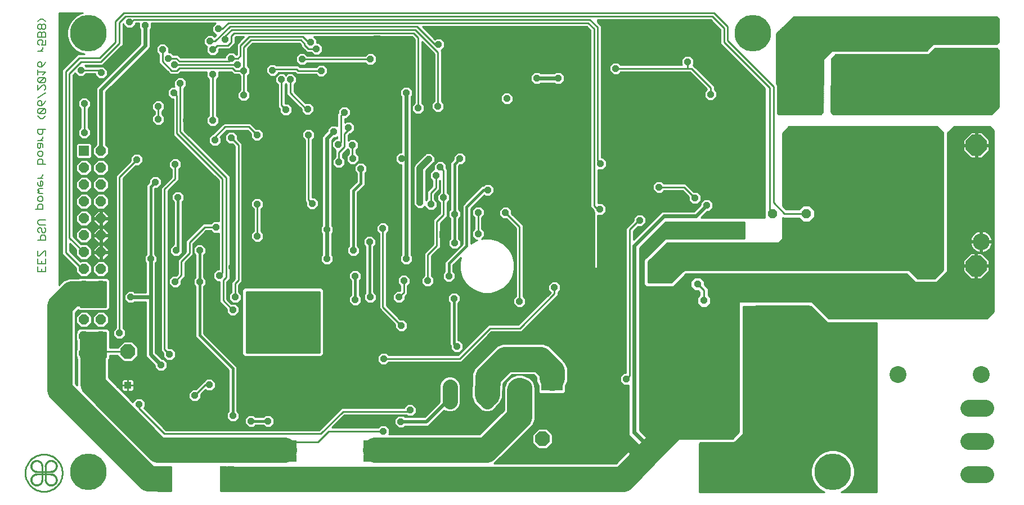
<source format=gbl>
G75*
G70*
%OFA0B0*%
%FSLAX24Y24*%
%IPPOS*%
%LPD*%
%AMOC8*
5,1,8,0,0,1.08239X$1,22.5*
%
%ADD10C,0.0050*%
%ADD11C,0.0885*%
%ADD12R,0.0197X0.0098*%
%ADD13C,0.0100*%
%ADD14C,0.0010*%
%ADD15R,0.0594X0.0594*%
%ADD16OC8,0.0594*%
%ADD17R,0.0098X0.0197*%
%ADD18C,0.1236*%
%ADD19OC8,0.1236*%
%ADD20C,0.1000*%
%ADD21OC8,0.0860*%
%ADD22R,0.0436X0.0436*%
%ADD23OC8,0.0560*%
%ADD24OC8,0.0520*%
%ADD25C,0.1000*%
%ADD26R,0.0396X0.0396*%
%ADD27OC8,0.0396*%
%ADD28C,0.0400*%
%ADD29C,0.0160*%
%ADD30C,0.0240*%
%ADD31C,0.1500*%
%ADD32C,0.0760*%
%ADD33R,0.0436X0.0436*%
%ADD34C,0.0660*%
%ADD35C,0.0200*%
%ADD36C,0.2165*%
D10*
X006631Y016729D02*
X006631Y017029D01*
X006631Y017189D02*
X006631Y017490D01*
X006631Y017650D02*
X006631Y017950D01*
X006631Y017650D02*
X006706Y017650D01*
X007006Y017950D01*
X007081Y017950D01*
X007081Y017650D01*
X007081Y017490D02*
X007081Y017189D01*
X006631Y017189D01*
X006856Y017189D02*
X006856Y017339D01*
X007081Y017029D02*
X007081Y016729D01*
X006631Y016729D01*
X006856Y016729D02*
X006856Y016879D01*
X006781Y018571D02*
X006781Y018796D01*
X006856Y018871D01*
X007006Y018871D01*
X007081Y018796D01*
X007081Y018571D01*
X006631Y018571D01*
X006706Y019031D02*
X006631Y019106D01*
X006631Y019256D01*
X006706Y019331D01*
X006781Y019331D01*
X006856Y019256D01*
X006856Y019106D01*
X006931Y019031D01*
X007006Y019031D01*
X007081Y019106D01*
X007081Y019256D01*
X007006Y019331D01*
X007081Y019491D02*
X006706Y019491D01*
X006631Y019566D01*
X006631Y019716D01*
X006706Y019792D01*
X007081Y019792D01*
X006931Y020412D02*
X006931Y020637D01*
X006856Y020712D01*
X006706Y020712D01*
X006631Y020637D01*
X006631Y020412D01*
X006480Y020412D02*
X006931Y020412D01*
X006856Y020872D02*
X006706Y020872D01*
X006631Y020948D01*
X006631Y021098D01*
X006706Y021173D01*
X006856Y021173D01*
X006931Y021098D01*
X006931Y020948D01*
X006856Y020872D01*
X006931Y021333D02*
X006706Y021333D01*
X006631Y021408D01*
X006706Y021483D01*
X006631Y021558D01*
X006706Y021633D01*
X006931Y021633D01*
X006856Y021793D02*
X006931Y021868D01*
X006931Y022018D01*
X006856Y022094D01*
X006781Y022094D01*
X006781Y021793D01*
X006706Y021793D02*
X006856Y021793D01*
X006706Y021793D02*
X006631Y021868D01*
X006631Y022018D01*
X006631Y022254D02*
X006931Y022254D01*
X006781Y022254D02*
X006931Y022404D01*
X006931Y022479D01*
X006931Y023098D02*
X006931Y023323D01*
X006856Y023398D01*
X006706Y023398D01*
X006631Y023323D01*
X006631Y023098D01*
X007081Y023098D01*
X006856Y023558D02*
X006706Y023558D01*
X006631Y023633D01*
X006631Y023783D01*
X006706Y023858D01*
X006856Y023858D01*
X006931Y023783D01*
X006931Y023633D01*
X006856Y023558D01*
X006706Y024018D02*
X006781Y024094D01*
X006781Y024319D01*
X006856Y024319D02*
X006631Y024319D01*
X006631Y024094D01*
X006706Y024018D01*
X006931Y024094D02*
X006931Y024244D01*
X006856Y024319D01*
X006931Y024479D02*
X006631Y024479D01*
X006781Y024479D02*
X006931Y024629D01*
X006931Y024704D01*
X006856Y024863D02*
X006931Y024938D01*
X006931Y025163D01*
X007081Y025163D02*
X006631Y025163D01*
X006631Y024938D01*
X006706Y024863D01*
X006856Y024863D01*
X006931Y025783D02*
X007081Y025933D01*
X007006Y026090D02*
X007081Y026165D01*
X007081Y026315D01*
X007006Y026391D01*
X006706Y026090D01*
X006631Y026165D01*
X006631Y026315D01*
X006706Y026391D01*
X007006Y026391D01*
X006856Y026551D02*
X006856Y026776D01*
X006781Y026851D01*
X006706Y026851D01*
X006631Y026776D01*
X006631Y026626D01*
X006706Y026551D01*
X006856Y026551D01*
X007006Y026701D01*
X007081Y026851D01*
X007081Y027311D02*
X006631Y027011D01*
X006631Y027471D02*
X006931Y027772D01*
X007006Y027772D01*
X007081Y027697D01*
X007081Y027546D01*
X007006Y027471D01*
X006631Y027471D02*
X006631Y027772D01*
X006706Y027932D02*
X007006Y028232D01*
X006706Y028232D01*
X006631Y028157D01*
X006631Y028007D01*
X006706Y027932D01*
X007006Y027932D01*
X007081Y028007D01*
X007081Y028157D01*
X007006Y028232D01*
X006931Y028392D02*
X007081Y028542D01*
X006631Y028542D01*
X006631Y028392D02*
X006631Y028692D01*
X006706Y028853D02*
X006631Y028928D01*
X006631Y029078D01*
X006706Y029153D01*
X006781Y029153D01*
X006856Y029078D01*
X006856Y028853D01*
X006706Y028853D01*
X006856Y028853D02*
X007006Y029003D01*
X007081Y029153D01*
X006931Y029773D02*
X006631Y029773D01*
X006781Y029773D02*
X006931Y029924D01*
X006931Y029999D01*
X006856Y030157D02*
X006931Y030307D01*
X006931Y030382D01*
X006856Y030457D01*
X006706Y030457D01*
X006631Y030382D01*
X006631Y030232D01*
X006706Y030157D01*
X006856Y030157D02*
X007081Y030157D01*
X007081Y030457D01*
X007081Y030617D02*
X007081Y030843D01*
X007006Y030918D01*
X006931Y030918D01*
X006856Y030843D01*
X006856Y030617D01*
X006631Y030617D02*
X007081Y030617D01*
X006856Y030843D02*
X006781Y030918D01*
X006706Y030918D01*
X006631Y030843D01*
X006631Y030617D01*
X006706Y031078D02*
X006781Y031078D01*
X006856Y031153D01*
X006856Y031303D01*
X006781Y031378D01*
X006706Y031378D01*
X006631Y031303D01*
X006631Y031153D01*
X006706Y031078D01*
X006856Y031153D02*
X006931Y031078D01*
X007006Y031078D01*
X007081Y031153D01*
X007081Y031303D01*
X007006Y031378D01*
X006931Y031378D01*
X006856Y031303D01*
X007081Y031538D02*
X006931Y031688D01*
X006781Y031688D01*
X006631Y031538D01*
X006706Y026090D02*
X007006Y026090D01*
X006931Y025783D02*
X006781Y025783D01*
X006631Y025933D01*
D11*
X031036Y009897D02*
X031036Y009012D01*
X033236Y009012D02*
X033236Y009897D01*
X035436Y009897D02*
X035436Y009012D01*
D12*
X042781Y006075D03*
X042781Y005983D03*
D13*
X042777Y005979D01*
X042556Y005979D01*
X042556Y005579D01*
X042956Y005579D02*
X042956Y005979D01*
X042784Y005979D01*
X042781Y005983D01*
X041631Y006117D02*
X040887Y005349D01*
X033638Y005349D01*
X033698Y005374D01*
X033698Y005374D01*
X033698Y005374D01*
X033828Y005504D01*
X035676Y007349D01*
X035677Y007349D01*
X035806Y007479D01*
X035935Y007607D01*
X035935Y007608D01*
X035936Y007608D01*
X036005Y007777D01*
X036075Y007945D01*
X036075Y007946D01*
X036076Y007946D02*
X036076Y008128D01*
X036076Y008311D01*
X036076Y008312D01*
X036076Y009862D01*
X036049Y009926D01*
X036049Y010019D01*
X035956Y010244D01*
X035783Y010416D01*
X035558Y010510D01*
X035554Y010510D01*
X035339Y010599D01*
X034973Y010599D01*
X034634Y010459D01*
X034376Y010200D01*
X034236Y009862D01*
X034236Y008510D01*
X032797Y007074D01*
X027421Y007074D01*
X027449Y007101D01*
X027449Y007406D01*
X027233Y007622D01*
X026928Y007622D01*
X026780Y007474D01*
X024062Y007474D01*
X024797Y008209D01*
X028455Y008209D01*
X028528Y008136D01*
X028833Y008136D01*
X029049Y008351D01*
X029049Y008656D01*
X028833Y008872D01*
X028528Y008872D01*
X028312Y008656D01*
X028312Y008649D01*
X024614Y008649D01*
X024486Y008520D01*
X023289Y007324D01*
X014222Y007324D01*
X012909Y008637D01*
X012974Y008701D01*
X012974Y009006D01*
X012758Y009222D01*
X012453Y009222D01*
X012237Y009006D01*
X012237Y008987D01*
X010801Y010433D01*
X010801Y011497D01*
X010869Y011566D01*
X010869Y011759D01*
X011356Y011759D01*
X011356Y011730D01*
X011707Y011379D01*
X012204Y011379D01*
X012556Y011730D01*
X012556Y012227D01*
X012204Y012579D01*
X011707Y012579D01*
X011356Y012227D01*
X011356Y012199D01*
X010869Y012199D01*
X010869Y013223D01*
X010741Y013352D01*
X009058Y013352D01*
X008929Y013223D01*
X008929Y013097D01*
X008896Y013063D01*
X008896Y012676D01*
X008929Y012642D01*
X008929Y012097D01*
X008896Y012063D01*
X008896Y011676D01*
X008929Y011642D01*
X008929Y011566D01*
X008961Y011535D01*
X008961Y010055D01*
X008960Y009975D01*
X008851Y010085D01*
X008851Y014298D01*
X009010Y014457D01*
X009058Y014409D01*
X009163Y014409D01*
X009169Y014403D01*
X009556Y014403D01*
X009562Y014409D01*
X010163Y014409D01*
X010169Y014403D01*
X010556Y014403D01*
X010562Y014409D01*
X010741Y014409D01*
X010869Y014538D01*
X010869Y016220D01*
X010741Y016349D01*
X009058Y016349D01*
X009033Y016324D01*
X008473Y016324D01*
X008134Y016184D01*
X007881Y015930D01*
X007881Y032039D01*
X009272Y032039D01*
X009131Y032002D01*
X008845Y031837D01*
X008612Y031603D01*
X008447Y031318D01*
X008362Y030999D01*
X008362Y030669D01*
X008447Y030351D01*
X008612Y030065D01*
X008845Y029832D01*
X009131Y029667D01*
X009385Y029599D01*
X008989Y029599D01*
X008861Y029470D01*
X008061Y028670D01*
X008061Y017763D01*
X008896Y016928D01*
X008896Y016676D01*
X009169Y016403D01*
X009556Y016403D01*
X009829Y016676D01*
X009829Y017063D01*
X009556Y017337D01*
X009169Y017337D01*
X009139Y017307D01*
X008501Y017945D01*
X008501Y018398D01*
X008896Y018003D01*
X008896Y017676D01*
X009169Y017403D01*
X009556Y017403D01*
X009829Y017676D01*
X009829Y018063D01*
X009556Y018337D01*
X009184Y018337D01*
X008701Y018820D01*
X008701Y028363D01*
X008826Y028488D01*
X009028Y028286D01*
X009333Y028286D01*
X009481Y028434D01*
X010012Y028434D01*
X010012Y028351D01*
X010228Y028136D01*
X010533Y028136D01*
X010749Y028351D01*
X010749Y028656D01*
X010533Y028872D01*
X010324Y028872D01*
X010322Y028874D01*
X009481Y028874D01*
X009421Y028934D01*
X010447Y028934D01*
X011547Y030034D01*
X011676Y030163D01*
X011676Y031388D01*
X011687Y031400D01*
X011687Y031351D01*
X011903Y031136D01*
X012208Y031136D01*
X012424Y031351D01*
X012424Y031434D01*
X012612Y031434D01*
X012612Y031151D01*
X012691Y031073D01*
X012691Y030224D01*
X010198Y027732D01*
X010117Y027650D01*
X010072Y027544D01*
X010072Y024240D01*
X009896Y024063D01*
X009896Y023676D01*
X010169Y023403D01*
X010556Y023403D01*
X010829Y023676D01*
X010829Y024063D01*
X010652Y024240D01*
X010652Y027366D01*
X013145Y029858D01*
X013226Y029940D01*
X013271Y030046D01*
X013271Y031073D01*
X013349Y031151D01*
X013349Y031434D01*
X017140Y031434D01*
X016962Y031256D01*
X016962Y030951D01*
X017177Y030737D01*
X017085Y030645D01*
X016983Y030747D01*
X016678Y030747D01*
X016462Y030531D01*
X016462Y030226D01*
X016635Y030054D01*
X016612Y030031D01*
X016612Y029726D01*
X016828Y029511D01*
X017133Y029511D01*
X017349Y029726D01*
X017349Y029909D01*
X017972Y029909D01*
X018172Y030109D01*
X018301Y030238D01*
X018301Y030588D01*
X018347Y030634D01*
X018824Y030634D01*
X018539Y030349D01*
X018411Y030220D01*
X018411Y029595D01*
X018389Y029574D01*
X018381Y029574D01*
X018233Y029722D01*
X017928Y029722D01*
X017712Y029506D01*
X017712Y029399D01*
X015097Y029399D01*
X014922Y029574D01*
X014656Y029574D01*
X014508Y029722D01*
X014369Y029722D01*
X014374Y029726D01*
X014374Y030031D01*
X014158Y030247D01*
X013853Y030247D01*
X013637Y030031D01*
X013637Y029726D01*
X013786Y029578D01*
X013786Y029088D01*
X014336Y028538D01*
X014464Y028409D01*
X014947Y028409D01*
X015097Y028559D01*
X016615Y028559D01*
X016612Y028556D01*
X016612Y028251D01*
X016761Y028103D01*
X016761Y025980D01*
X016612Y025831D01*
X016612Y025526D01*
X016828Y025311D01*
X017133Y025311D01*
X017349Y025526D01*
X017349Y025831D01*
X017201Y025980D01*
X017201Y028103D01*
X017349Y028251D01*
X017349Y028556D01*
X017346Y028559D01*
X018064Y028559D01*
X018086Y028538D01*
X018214Y028409D01*
X018530Y028409D01*
X018611Y028328D01*
X018611Y027480D01*
X018462Y027331D01*
X018462Y027026D01*
X018678Y026811D01*
X018983Y026811D01*
X019199Y027026D01*
X019199Y027331D01*
X019051Y027480D01*
X019051Y028328D01*
X019199Y028476D01*
X019199Y028781D01*
X019051Y028930D01*
X019051Y029938D01*
X019347Y030234D01*
X022114Y030234D01*
X022211Y030138D01*
X022211Y030063D01*
X022436Y029838D01*
X022564Y029709D01*
X022830Y029709D01*
X022978Y029561D01*
X023283Y029561D01*
X023499Y029776D01*
X023499Y030081D01*
X023283Y030297D01*
X023149Y030297D01*
X023149Y030456D01*
X022971Y030634D01*
X028789Y030634D01*
X028936Y030488D01*
X028936Y026705D01*
X028787Y026556D01*
X028787Y026251D01*
X029003Y026036D01*
X029308Y026036D01*
X029524Y026251D01*
X029524Y026556D01*
X029376Y026705D01*
X029376Y030348D01*
X030111Y029613D01*
X030111Y026830D01*
X029962Y026681D01*
X029962Y026376D01*
X030178Y026161D01*
X030483Y026161D01*
X030699Y026376D01*
X030699Y026681D01*
X030551Y026830D01*
X030551Y029795D01*
X030521Y029824D01*
X030724Y030026D01*
X030724Y030331D01*
X030508Y030547D01*
X030203Y030547D01*
X030151Y030495D01*
X029412Y031234D01*
X039139Y031234D01*
X039361Y031013D01*
X039361Y020538D01*
X039489Y020409D01*
X039562Y020336D01*
X039562Y020276D01*
X039581Y020258D01*
X039581Y016904D01*
X039781Y016904D01*
X039781Y020061D01*
X040083Y020061D01*
X040299Y020276D01*
X040299Y020581D01*
X040083Y020797D01*
X039801Y020797D01*
X039801Y022763D01*
X039803Y022761D01*
X040108Y022761D01*
X040324Y022976D01*
X040324Y023281D01*
X040108Y023497D01*
X040001Y023497D01*
X040001Y031295D01*
X039781Y031515D01*
X039781Y031634D01*
X046489Y031634D01*
X047061Y031063D01*
X047061Y030213D01*
X049681Y027593D01*
X049681Y019899D01*
X045911Y019899D01*
X046298Y020286D01*
X046408Y020286D01*
X046624Y020501D01*
X046624Y020806D01*
X046408Y021022D01*
X046103Y021022D01*
X045887Y020806D01*
X045887Y020696D01*
X045485Y020294D01*
X043648Y020294D01*
X043541Y020250D01*
X041901Y018609D01*
X041901Y019113D01*
X042174Y019386D01*
X042433Y019386D01*
X042649Y019601D01*
X042649Y019906D01*
X042433Y020122D01*
X042128Y020122D01*
X041912Y019906D01*
X041912Y019747D01*
X041589Y019424D01*
X041461Y019295D01*
X041461Y010722D01*
X041328Y010722D01*
X041112Y010506D01*
X041112Y010201D01*
X041328Y009986D01*
X041630Y009986D01*
X041631Y009679D01*
X041631Y006117D01*
X041631Y006155D02*
X034480Y006155D01*
X034579Y006253D02*
X036233Y006253D01*
X036282Y006204D02*
X036779Y006204D01*
X037131Y006555D01*
X037131Y007052D01*
X036779Y007404D01*
X036282Y007404D01*
X035931Y007052D01*
X035931Y006555D01*
X036282Y006204D01*
X036134Y006352D02*
X034677Y006352D01*
X034776Y006450D02*
X036036Y006450D01*
X035937Y006549D02*
X034875Y006549D01*
X034973Y006647D02*
X035931Y006647D01*
X035931Y006746D02*
X035072Y006746D01*
X035171Y006844D02*
X035931Y006844D01*
X035931Y006943D02*
X035269Y006943D01*
X035368Y007041D02*
X035931Y007041D01*
X036018Y007140D02*
X035467Y007140D01*
X035565Y007238D02*
X036116Y007238D01*
X036215Y007337D02*
X035664Y007337D01*
X035763Y007435D02*
X041631Y007435D01*
X041631Y007337D02*
X036847Y007337D01*
X036945Y007238D02*
X041631Y007238D01*
X041631Y007140D02*
X037044Y007140D01*
X037131Y007041D02*
X041631Y007041D01*
X041631Y006943D02*
X037131Y006943D01*
X037131Y006844D02*
X041631Y006844D01*
X041631Y006746D02*
X037131Y006746D01*
X037131Y006647D02*
X041631Y006647D01*
X041631Y006549D02*
X037124Y006549D01*
X037025Y006450D02*
X041631Y006450D01*
X041631Y006352D02*
X036927Y006352D01*
X036828Y006253D02*
X041631Y006253D01*
X041571Y006056D02*
X034381Y006056D01*
X034283Y005958D02*
X041476Y005958D01*
X041381Y005859D02*
X034184Y005859D01*
X034085Y005761D02*
X041285Y005761D01*
X041190Y005662D02*
X033987Y005662D01*
X033888Y005564D02*
X041095Y005564D01*
X040999Y005465D02*
X033789Y005465D01*
X033681Y005367D02*
X040904Y005367D01*
X042560Y007041D02*
X047993Y007041D01*
X048091Y007140D02*
X042462Y007140D01*
X042363Y007238D02*
X048156Y007238D01*
X048156Y007204D02*
X047781Y006829D01*
X043251Y006829D01*
X042956Y006946D01*
X042660Y006941D01*
X042286Y007316D01*
X042286Y018117D01*
X043822Y019654D01*
X048481Y019654D01*
X048481Y018689D01*
X043907Y018689D01*
X043857Y018690D01*
X043855Y018689D01*
X043854Y018689D01*
X043807Y018670D01*
X043761Y018651D01*
X043760Y018650D01*
X043758Y018649D01*
X043723Y018614D01*
X042635Y017550D01*
X042633Y017549D01*
X042598Y017514D01*
X042562Y017479D01*
X042561Y017477D01*
X042560Y017476D01*
X042541Y017430D01*
X042535Y017416D01*
X042528Y017409D01*
X042528Y017399D01*
X042521Y017384D01*
X042521Y017382D01*
X042521Y017381D01*
X042521Y017330D01*
X042520Y017280D01*
X042521Y017279D01*
X042521Y016027D01*
X042528Y016010D01*
X042528Y015949D01*
X042651Y015826D01*
X042711Y015826D01*
X042729Y015819D01*
X044207Y015819D01*
X044303Y015859D01*
X045013Y016569D01*
X058091Y016569D01*
X058581Y016079D01*
X058680Y016079D01*
X058704Y016069D01*
X059807Y016069D01*
X059831Y016079D01*
X059881Y016079D01*
X060506Y016704D01*
X060506Y016753D01*
X060516Y016777D01*
X060516Y024939D01*
X060906Y025329D01*
X063006Y025329D01*
X063256Y025079D01*
X063256Y014354D01*
X062856Y013954D01*
X053481Y013954D01*
X052481Y014954D01*
X048156Y014954D01*
X048156Y007204D01*
X048156Y007337D02*
X042286Y007337D01*
X042286Y007435D02*
X048156Y007435D01*
X048156Y007534D02*
X042286Y007534D01*
X042286Y007632D02*
X048156Y007632D01*
X048156Y007731D02*
X042286Y007731D01*
X042286Y007829D02*
X048156Y007829D01*
X048156Y007928D02*
X042286Y007928D01*
X042286Y008026D02*
X048156Y008026D01*
X048156Y008125D02*
X042286Y008125D01*
X042286Y008223D02*
X048156Y008223D01*
X048156Y008322D02*
X042286Y008322D01*
X042286Y008420D02*
X048156Y008420D01*
X048156Y008519D02*
X042286Y008519D01*
X042286Y008617D02*
X048156Y008617D01*
X048156Y008716D02*
X042286Y008716D01*
X042286Y008814D02*
X048156Y008814D01*
X048156Y008913D02*
X042286Y008913D01*
X042286Y009011D02*
X048156Y009011D01*
X048156Y009110D02*
X042286Y009110D01*
X042286Y009208D02*
X048156Y009208D01*
X048156Y009307D02*
X042286Y009307D01*
X042286Y009405D02*
X048156Y009405D01*
X048156Y009504D02*
X042286Y009504D01*
X042286Y009602D02*
X048156Y009602D01*
X048156Y009701D02*
X042286Y009701D01*
X042286Y009799D02*
X048156Y009799D01*
X048156Y009898D02*
X042286Y009898D01*
X042286Y009996D02*
X048156Y009996D01*
X048156Y010095D02*
X042286Y010095D01*
X042286Y010193D02*
X048156Y010193D01*
X048156Y010292D02*
X042286Y010292D01*
X042286Y010390D02*
X048156Y010390D01*
X048156Y010489D02*
X042286Y010489D01*
X042286Y010587D02*
X048156Y010587D01*
X048156Y010686D02*
X042286Y010686D01*
X042286Y010784D02*
X048156Y010784D01*
X048156Y010883D02*
X042286Y010883D01*
X042286Y010981D02*
X048156Y010981D01*
X048156Y011080D02*
X042286Y011080D01*
X042286Y011178D02*
X048156Y011178D01*
X048156Y011277D02*
X042286Y011277D01*
X042286Y011375D02*
X048156Y011375D01*
X048156Y011474D02*
X042286Y011474D01*
X042286Y011572D02*
X048156Y011572D01*
X048156Y011671D02*
X042286Y011671D01*
X042286Y011769D02*
X048156Y011769D01*
X048156Y011868D02*
X042286Y011868D01*
X042286Y011966D02*
X048156Y011966D01*
X048156Y012065D02*
X042286Y012065D01*
X042286Y012163D02*
X048156Y012163D01*
X048156Y012262D02*
X042286Y012262D01*
X042286Y012360D02*
X048156Y012360D01*
X048156Y012459D02*
X042286Y012459D01*
X042286Y012557D02*
X048156Y012557D01*
X048156Y012656D02*
X042286Y012656D01*
X042286Y012754D02*
X048156Y012754D01*
X048156Y012853D02*
X042286Y012853D01*
X042286Y012951D02*
X048156Y012951D01*
X048156Y013050D02*
X042286Y013050D01*
X042286Y013148D02*
X048156Y013148D01*
X048156Y013247D02*
X042286Y013247D01*
X042286Y013345D02*
X048156Y013345D01*
X048156Y013444D02*
X042286Y013444D01*
X042286Y013542D02*
X048156Y013542D01*
X048156Y013641D02*
X042286Y013641D01*
X042286Y013739D02*
X048156Y013739D01*
X048156Y013838D02*
X042286Y013838D01*
X042286Y013936D02*
X048156Y013936D01*
X048156Y014035D02*
X042286Y014035D01*
X042286Y014133D02*
X048156Y014133D01*
X048156Y014232D02*
X042286Y014232D01*
X042286Y014330D02*
X048156Y014330D01*
X048156Y014429D02*
X042286Y014429D01*
X042286Y014527D02*
X048156Y014527D01*
X048156Y014626D02*
X046279Y014626D01*
X046250Y014596D02*
X046489Y014835D01*
X046489Y015173D01*
X046341Y015321D01*
X046341Y015656D01*
X046301Y015751D01*
X046114Y015939D01*
X046114Y016148D01*
X045875Y016387D01*
X045537Y016387D01*
X045297Y016148D01*
X045297Y015810D01*
X045537Y015571D01*
X045746Y015571D01*
X045821Y015496D01*
X045821Y015321D01*
X045672Y015173D01*
X045672Y014835D01*
X045912Y014596D01*
X046250Y014596D01*
X046378Y014724D02*
X048156Y014724D01*
X048156Y014823D02*
X046476Y014823D01*
X046489Y014921D02*
X048156Y014921D01*
X048416Y014654D02*
X052413Y014654D01*
X053333Y013734D01*
X053429Y013694D01*
X056306Y013694D01*
X056306Y003645D01*
X054206Y003645D01*
X054208Y003645D01*
X054503Y003816D01*
X054743Y004056D01*
X054914Y004351D01*
X055002Y004680D01*
X055002Y005020D01*
X054914Y005349D01*
X054743Y005644D01*
X054503Y005884D01*
X054208Y006055D01*
X053879Y006143D01*
X053539Y006143D01*
X053210Y006055D01*
X052915Y005884D01*
X052675Y005644D01*
X052504Y005349D01*
X052416Y005020D01*
X052416Y004680D01*
X052504Y004351D01*
X052675Y004056D01*
X052915Y003816D01*
X053210Y003645D01*
X053212Y003645D01*
X045831Y003645D01*
X045831Y006504D01*
X045896Y006569D01*
X047832Y006569D01*
X047928Y006609D01*
X048001Y006682D01*
X048376Y007057D01*
X048416Y007152D01*
X048416Y014654D01*
X048416Y014626D02*
X052441Y014626D01*
X052540Y014527D02*
X048416Y014527D01*
X048416Y014429D02*
X052638Y014429D01*
X052737Y014330D02*
X048416Y014330D01*
X048416Y014232D02*
X052835Y014232D01*
X052934Y014133D02*
X048416Y014133D01*
X048416Y014035D02*
X053032Y014035D01*
X053131Y013936D02*
X048416Y013936D01*
X048416Y013838D02*
X053229Y013838D01*
X053328Y013739D02*
X048416Y013739D01*
X048416Y013641D02*
X056306Y013641D01*
X056306Y013542D02*
X048416Y013542D01*
X048416Y013444D02*
X056306Y013444D01*
X056306Y013345D02*
X048416Y013345D01*
X048416Y013247D02*
X056306Y013247D01*
X056306Y013148D02*
X048416Y013148D01*
X048416Y013050D02*
X056306Y013050D01*
X056306Y012951D02*
X048416Y012951D01*
X048416Y012853D02*
X056306Y012853D01*
X056306Y012754D02*
X048416Y012754D01*
X048416Y012656D02*
X056306Y012656D01*
X056306Y012557D02*
X048416Y012557D01*
X048416Y012459D02*
X056306Y012459D01*
X056306Y012360D02*
X048416Y012360D01*
X048416Y012262D02*
X056306Y012262D01*
X056306Y012163D02*
X048416Y012163D01*
X048416Y012065D02*
X056306Y012065D01*
X056306Y011966D02*
X048416Y011966D01*
X048416Y011868D02*
X056306Y011868D01*
X056306Y011769D02*
X048416Y011769D01*
X048416Y011671D02*
X056306Y011671D01*
X056306Y011572D02*
X048416Y011572D01*
X048416Y011474D02*
X056306Y011474D01*
X056306Y011375D02*
X048416Y011375D01*
X048416Y011277D02*
X056306Y011277D01*
X056306Y011178D02*
X048416Y011178D01*
X048416Y011080D02*
X056306Y011080D01*
X056306Y010981D02*
X048416Y010981D01*
X048416Y010883D02*
X056306Y010883D01*
X056306Y010784D02*
X048416Y010784D01*
X048416Y010686D02*
X056306Y010686D01*
X056306Y010587D02*
X048416Y010587D01*
X048416Y010489D02*
X056306Y010489D01*
X056306Y010390D02*
X048416Y010390D01*
X048416Y010292D02*
X056306Y010292D01*
X056306Y010193D02*
X048416Y010193D01*
X048416Y010095D02*
X056306Y010095D01*
X056306Y009996D02*
X048416Y009996D01*
X048416Y009898D02*
X056306Y009898D01*
X056306Y009799D02*
X048416Y009799D01*
X048416Y009701D02*
X056306Y009701D01*
X056306Y009602D02*
X048416Y009602D01*
X048416Y009504D02*
X056306Y009504D01*
X056306Y009405D02*
X048416Y009405D01*
X048416Y009307D02*
X056306Y009307D01*
X056306Y009208D02*
X048416Y009208D01*
X048416Y009110D02*
X056306Y009110D01*
X056306Y009011D02*
X048416Y009011D01*
X048416Y008913D02*
X056306Y008913D01*
X056306Y008814D02*
X048416Y008814D01*
X048416Y008716D02*
X056306Y008716D01*
X056306Y008617D02*
X048416Y008617D01*
X048416Y008519D02*
X056306Y008519D01*
X056306Y008420D02*
X048416Y008420D01*
X048416Y008322D02*
X056306Y008322D01*
X056306Y008223D02*
X048416Y008223D01*
X048416Y008125D02*
X056306Y008125D01*
X056306Y008026D02*
X048416Y008026D01*
X048416Y007928D02*
X056306Y007928D01*
X056306Y007829D02*
X048416Y007829D01*
X048416Y007731D02*
X056306Y007731D01*
X056306Y007632D02*
X048416Y007632D01*
X048416Y007534D02*
X056306Y007534D01*
X056306Y007435D02*
X048416Y007435D01*
X048416Y007337D02*
X056306Y007337D01*
X056306Y007238D02*
X048416Y007238D01*
X048410Y007140D02*
X056306Y007140D01*
X056306Y007041D02*
X048360Y007041D01*
X048262Y006943D02*
X056306Y006943D01*
X056306Y006844D02*
X048163Y006844D01*
X048065Y006746D02*
X056306Y006746D01*
X056306Y006647D02*
X047966Y006647D01*
X048001Y006682D02*
X048001Y006682D01*
X047796Y006844D02*
X043213Y006844D01*
X042964Y006943D02*
X047894Y006943D01*
X045875Y006549D02*
X056306Y006549D01*
X056306Y006450D02*
X045831Y006450D01*
X045831Y006352D02*
X056306Y006352D01*
X056306Y006253D02*
X045831Y006253D01*
X045831Y006155D02*
X056306Y006155D01*
X056306Y006056D02*
X054203Y006056D01*
X054376Y005958D02*
X056306Y005958D01*
X056306Y005859D02*
X054528Y005859D01*
X054627Y005761D02*
X056306Y005761D01*
X056306Y005662D02*
X054725Y005662D01*
X054790Y005564D02*
X056306Y005564D01*
X056306Y005465D02*
X054846Y005465D01*
X054903Y005367D02*
X056306Y005367D01*
X056306Y005268D02*
X054935Y005268D01*
X054962Y005170D02*
X056306Y005170D01*
X056306Y005071D02*
X054988Y005071D01*
X055002Y004973D02*
X056306Y004973D01*
X056306Y004874D02*
X055002Y004874D01*
X055002Y004776D02*
X056306Y004776D01*
X056306Y004677D02*
X055001Y004677D01*
X054974Y004579D02*
X056306Y004579D01*
X056306Y004480D02*
X054948Y004480D01*
X054922Y004382D02*
X056306Y004382D01*
X056306Y004283D02*
X054874Y004283D01*
X054817Y004185D02*
X056306Y004185D01*
X056306Y004086D02*
X054760Y004086D01*
X054675Y003988D02*
X056306Y003988D01*
X056306Y003889D02*
X054576Y003889D01*
X054459Y003791D02*
X056306Y003791D01*
X056306Y003692D02*
X054289Y003692D01*
X053129Y003692D02*
X045831Y003692D01*
X045831Y003791D02*
X052959Y003791D01*
X052842Y003889D02*
X045831Y003889D01*
X045831Y003988D02*
X052743Y003988D01*
X052657Y004086D02*
X045831Y004086D01*
X045831Y004185D02*
X052600Y004185D01*
X052544Y004283D02*
X045831Y004283D01*
X045831Y004382D02*
X052496Y004382D01*
X052470Y004480D02*
X045831Y004480D01*
X045831Y004579D02*
X052443Y004579D01*
X052417Y004677D02*
X045831Y004677D01*
X045831Y004776D02*
X052416Y004776D01*
X052416Y004874D02*
X045831Y004874D01*
X045831Y004973D02*
X052416Y004973D01*
X052430Y005071D02*
X045831Y005071D01*
X045831Y005170D02*
X052456Y005170D01*
X052483Y005268D02*
X045831Y005268D01*
X045831Y005367D02*
X052514Y005367D01*
X052571Y005465D02*
X045831Y005465D01*
X045831Y005564D02*
X052628Y005564D01*
X052693Y005662D02*
X045831Y005662D01*
X045831Y005761D02*
X052791Y005761D01*
X052890Y005859D02*
X045831Y005859D01*
X045831Y005958D02*
X053042Y005958D01*
X053215Y006056D02*
X045831Y006056D01*
X042763Y006943D02*
X042659Y006943D01*
X041631Y007534D02*
X035861Y007534D01*
X035946Y007632D02*
X041631Y007632D01*
X041631Y007731D02*
X035986Y007731D01*
X036027Y007829D02*
X041631Y007829D01*
X041631Y007928D02*
X036068Y007928D01*
X036075Y007946D02*
X036076Y007946D01*
X036076Y008026D02*
X041631Y008026D01*
X041631Y008125D02*
X036076Y008125D01*
X036076Y008223D02*
X041631Y008223D01*
X041631Y008322D02*
X036076Y008322D01*
X036076Y008420D02*
X041631Y008420D01*
X041631Y008519D02*
X036076Y008519D01*
X036076Y008617D02*
X041631Y008617D01*
X041631Y008716D02*
X036076Y008716D01*
X036076Y008814D02*
X041631Y008814D01*
X041631Y008913D02*
X036076Y008913D01*
X036076Y009011D02*
X041631Y009011D01*
X041631Y009110D02*
X036076Y009110D01*
X036076Y009208D02*
X041631Y009208D01*
X041631Y009307D02*
X036076Y009307D01*
X036076Y009405D02*
X041631Y009405D01*
X041631Y009504D02*
X037806Y009504D01*
X037794Y009491D02*
X037893Y009591D01*
X037893Y009962D01*
X038001Y010221D01*
X038001Y011012D01*
X037861Y011350D01*
X036902Y012309D01*
X036564Y012449D01*
X036198Y012449D01*
X034148Y012449D01*
X033809Y012309D01*
X033551Y012050D01*
X032628Y011127D01*
X032505Y011011D01*
X032499Y010998D01*
X032488Y010987D01*
X032423Y010832D01*
X032354Y010678D01*
X032354Y010663D01*
X032348Y010649D01*
X032348Y010481D01*
X032311Y009300D01*
X032441Y008958D01*
X032691Y008691D01*
X032710Y008683D01*
X032717Y008665D01*
X032890Y008493D01*
X033115Y008400D01*
X033358Y008400D01*
X033583Y008493D01*
X033756Y008665D01*
X033766Y008690D01*
X034000Y008910D01*
X034150Y009243D01*
X034176Y010073D01*
X034712Y010609D01*
X035999Y010609D01*
X036161Y010448D01*
X036161Y010221D01*
X036268Y009962D01*
X036268Y009591D01*
X036367Y009491D01*
X036880Y009491D01*
X036898Y009484D01*
X037264Y009484D01*
X037281Y009491D01*
X037794Y009491D01*
X037893Y009602D02*
X041631Y009602D01*
X041631Y009701D02*
X037893Y009701D01*
X037893Y009799D02*
X041630Y009799D01*
X041630Y009898D02*
X037893Y009898D01*
X037907Y009996D02*
X041318Y009996D01*
X041219Y010095D02*
X037948Y010095D01*
X037989Y010193D02*
X041121Y010193D01*
X041112Y010292D02*
X038001Y010292D01*
X038001Y010390D02*
X041112Y010390D01*
X041112Y010489D02*
X038001Y010489D01*
X038001Y010587D02*
X041193Y010587D01*
X041292Y010686D02*
X038001Y010686D01*
X038001Y010784D02*
X041461Y010784D01*
X041461Y010883D02*
X038001Y010883D01*
X038001Y010981D02*
X041461Y010981D01*
X041461Y011080D02*
X037973Y011080D01*
X037932Y011178D02*
X041461Y011178D01*
X041461Y011277D02*
X037891Y011277D01*
X037836Y011375D02*
X041461Y011375D01*
X041461Y011474D02*
X037737Y011474D01*
X037639Y011572D02*
X041461Y011572D01*
X041461Y011671D02*
X037540Y011671D01*
X037442Y011769D02*
X041461Y011769D01*
X041461Y011868D02*
X037343Y011868D01*
X037245Y011966D02*
X041461Y011966D01*
X041461Y012065D02*
X037146Y012065D01*
X037048Y012163D02*
X041461Y012163D01*
X041461Y012262D02*
X036949Y012262D01*
X036778Y012360D02*
X041461Y012360D01*
X041461Y012459D02*
X032821Y012459D01*
X032920Y012557D02*
X041461Y012557D01*
X041461Y012656D02*
X033018Y012656D01*
X033117Y012754D02*
X041461Y012754D01*
X041461Y012853D02*
X033215Y012853D01*
X033314Y012951D02*
X041461Y012951D01*
X041461Y013050D02*
X033412Y013050D01*
X033497Y013134D02*
X035272Y013134D01*
X037451Y015313D01*
X037451Y015478D01*
X037599Y015626D01*
X037599Y015931D01*
X037383Y016147D01*
X037078Y016147D01*
X036862Y015931D01*
X036862Y015626D01*
X037002Y015487D01*
X035089Y013574D01*
X033314Y013574D01*
X033186Y013445D01*
X031514Y011774D01*
X027406Y011774D01*
X027258Y011922D01*
X026953Y011922D01*
X026737Y011706D01*
X026737Y011401D01*
X026953Y011186D01*
X027258Y011186D01*
X027406Y011334D01*
X031697Y011334D01*
X031826Y011463D01*
X033497Y013134D01*
X033406Y013354D02*
X035181Y013354D01*
X037231Y015404D01*
X037231Y015779D01*
X037484Y015512D02*
X041461Y015512D01*
X041461Y015414D02*
X037451Y015414D01*
X037451Y015315D02*
X041461Y015315D01*
X041461Y015217D02*
X037354Y015217D01*
X037256Y015118D02*
X041461Y015118D01*
X041461Y015020D02*
X037157Y015020D01*
X037059Y014921D02*
X041461Y014921D01*
X041461Y014823D02*
X036960Y014823D01*
X036862Y014724D02*
X041461Y014724D01*
X041461Y014626D02*
X036763Y014626D01*
X036665Y014527D02*
X041461Y014527D01*
X041461Y014429D02*
X036566Y014429D01*
X036468Y014330D02*
X041461Y014330D01*
X041461Y014232D02*
X036369Y014232D01*
X036271Y014133D02*
X041461Y014133D01*
X041461Y014035D02*
X036172Y014035D01*
X036074Y013936D02*
X041461Y013936D01*
X041461Y013838D02*
X035975Y013838D01*
X035877Y013739D02*
X041461Y013739D01*
X041461Y013641D02*
X035778Y013641D01*
X035680Y013542D02*
X041461Y013542D01*
X041461Y013444D02*
X035581Y013444D01*
X035483Y013345D02*
X041461Y013345D01*
X041461Y013247D02*
X035384Y013247D01*
X035286Y013148D02*
X041461Y013148D01*
X042286Y014626D02*
X045882Y014626D01*
X045783Y014724D02*
X042286Y014724D01*
X042286Y014823D02*
X045685Y014823D01*
X045672Y014921D02*
X042286Y014921D01*
X042286Y015020D02*
X045672Y015020D01*
X045672Y015118D02*
X042286Y015118D01*
X042286Y015217D02*
X045716Y015217D01*
X045815Y015315D02*
X042286Y015315D01*
X042286Y015414D02*
X045821Y015414D01*
X045805Y015512D02*
X042286Y015512D01*
X042286Y015611D02*
X045497Y015611D01*
X045398Y015709D02*
X042286Y015709D01*
X042286Y015808D02*
X045300Y015808D01*
X045297Y015906D02*
X044350Y015906D01*
X044449Y016005D02*
X045297Y016005D01*
X045297Y016103D02*
X044547Y016103D01*
X044646Y016202D02*
X045351Y016202D01*
X045450Y016300D02*
X044744Y016300D01*
X044843Y016399D02*
X058261Y016399D01*
X058162Y016497D02*
X044941Y016497D01*
X044771Y016694D02*
X042781Y016694D01*
X042781Y016596D02*
X044672Y016596D01*
X044574Y016497D02*
X042781Y016497D01*
X042781Y016399D02*
X044475Y016399D01*
X044377Y016300D02*
X042781Y016300D01*
X042781Y016202D02*
X044278Y016202D01*
X044180Y016103D02*
X042781Y016103D01*
X042781Y016079D02*
X042781Y017329D01*
X043906Y018429D01*
X050531Y018429D01*
X050756Y018654D01*
X050756Y019914D01*
X050804Y019894D01*
X051723Y019894D01*
X051953Y019664D01*
X052359Y019664D01*
X052646Y019951D01*
X052646Y020357D01*
X052359Y020644D01*
X051953Y020644D01*
X051723Y020414D01*
X050963Y020414D01*
X050756Y020622D01*
X050756Y024929D01*
X051131Y025329D01*
X059881Y025329D01*
X060256Y024954D01*
X060256Y016829D01*
X059756Y016329D01*
X058756Y016329D01*
X058256Y016829D01*
X044906Y016829D01*
X044156Y016079D01*
X042781Y016079D01*
X042521Y016103D02*
X042286Y016103D01*
X042286Y016005D02*
X042528Y016005D01*
X042571Y015906D02*
X042286Y015906D01*
X042286Y016202D02*
X042521Y016202D01*
X042521Y016300D02*
X042286Y016300D01*
X042286Y016399D02*
X042521Y016399D01*
X042521Y016497D02*
X042286Y016497D01*
X042286Y016596D02*
X042521Y016596D01*
X042521Y016694D02*
X042286Y016694D01*
X042286Y016793D02*
X042521Y016793D01*
X042521Y016891D02*
X042286Y016891D01*
X042286Y016990D02*
X042521Y016990D01*
X042521Y017088D02*
X042286Y017088D01*
X042286Y017187D02*
X042521Y017187D01*
X042520Y017285D02*
X042286Y017285D01*
X042286Y017384D02*
X042521Y017384D01*
X042565Y017482D02*
X042286Y017482D01*
X042286Y017581D02*
X042666Y017581D01*
X042767Y017679D02*
X042286Y017679D01*
X042286Y017778D02*
X042867Y017778D01*
X042968Y017876D02*
X042286Y017876D01*
X042286Y017975D02*
X043069Y017975D01*
X043170Y018073D02*
X042286Y018073D01*
X042340Y018172D02*
X043270Y018172D01*
X043371Y018270D02*
X042438Y018270D01*
X042537Y018369D02*
X043472Y018369D01*
X043573Y018467D02*
X042635Y018467D01*
X042734Y018566D02*
X043673Y018566D01*
X043793Y018664D02*
X042832Y018664D01*
X042931Y018763D02*
X048481Y018763D01*
X048481Y018861D02*
X043029Y018861D01*
X043128Y018960D02*
X048481Y018960D01*
X048481Y019058D02*
X043226Y019058D01*
X043325Y019157D02*
X048481Y019157D01*
X048481Y019255D02*
X043423Y019255D01*
X043522Y019354D02*
X048481Y019354D01*
X048481Y019452D02*
X043620Y019452D01*
X043719Y019551D02*
X048481Y019551D01*
X048481Y019649D02*
X043817Y019649D01*
X043335Y020043D02*
X042512Y020043D01*
X042611Y019945D02*
X043236Y019945D01*
X043138Y019846D02*
X042649Y019846D01*
X042649Y019748D02*
X043039Y019748D01*
X042941Y019649D02*
X042649Y019649D01*
X042598Y019551D02*
X042842Y019551D01*
X042744Y019452D02*
X042499Y019452D01*
X042645Y019354D02*
X042141Y019354D01*
X042043Y019255D02*
X042547Y019255D01*
X042448Y019157D02*
X041944Y019157D01*
X041901Y019058D02*
X042350Y019058D01*
X042251Y018960D02*
X041901Y018960D01*
X041901Y018861D02*
X042153Y018861D01*
X042054Y018763D02*
X041901Y018763D01*
X041901Y018664D02*
X041956Y018664D01*
X041461Y018664D02*
X039781Y018664D01*
X039781Y018566D02*
X041461Y018566D01*
X041461Y018467D02*
X039781Y018467D01*
X039781Y018369D02*
X041461Y018369D01*
X041461Y018270D02*
X039781Y018270D01*
X039781Y018172D02*
X041461Y018172D01*
X041461Y018073D02*
X039781Y018073D01*
X039781Y017975D02*
X041461Y017975D01*
X041461Y017876D02*
X039781Y017876D01*
X039781Y017778D02*
X041461Y017778D01*
X041461Y017679D02*
X039781Y017679D01*
X039781Y017581D02*
X041461Y017581D01*
X041461Y017482D02*
X039781Y017482D01*
X039781Y017384D02*
X041461Y017384D01*
X041461Y017285D02*
X039781Y017285D01*
X039781Y017187D02*
X041461Y017187D01*
X041461Y017088D02*
X039781Y017088D01*
X039781Y016990D02*
X041461Y016990D01*
X041461Y016891D02*
X035376Y016891D01*
X035376Y016793D02*
X041461Y016793D01*
X041461Y016694D02*
X035376Y016694D01*
X035376Y016596D02*
X041461Y016596D01*
X041461Y016497D02*
X035376Y016497D01*
X035376Y016399D02*
X041461Y016399D01*
X041461Y016300D02*
X035376Y016300D01*
X035376Y016202D02*
X041461Y016202D01*
X041461Y016103D02*
X037427Y016103D01*
X037526Y016005D02*
X041461Y016005D01*
X041461Y015906D02*
X037599Y015906D01*
X037599Y015808D02*
X041461Y015808D01*
X041461Y015709D02*
X037599Y015709D01*
X037583Y015611D02*
X041461Y015611D01*
X042781Y016793D02*
X044869Y016793D01*
X045706Y015979D02*
X046081Y015604D01*
X046081Y015004D01*
X046489Y015020D02*
X063256Y015020D01*
X063256Y015118D02*
X046489Y015118D01*
X046445Y015217D02*
X063256Y015217D01*
X063256Y015315D02*
X046347Y015315D01*
X046341Y015414D02*
X063256Y015414D01*
X063256Y015512D02*
X046341Y015512D01*
X046341Y015611D02*
X063256Y015611D01*
X063256Y015709D02*
X046318Y015709D01*
X046245Y015808D02*
X063256Y015808D01*
X063256Y015906D02*
X046146Y015906D01*
X046114Y016005D02*
X063256Y016005D01*
X063256Y016103D02*
X059905Y016103D01*
X060003Y016202D02*
X063256Y016202D01*
X063256Y016300D02*
X062539Y016300D01*
X062525Y016286D02*
X062975Y016736D01*
X062975Y017004D01*
X062257Y017004D01*
X062257Y017104D01*
X062157Y017104D01*
X062157Y017822D01*
X061889Y017822D01*
X061439Y017372D01*
X061439Y017104D01*
X062157Y017104D01*
X062157Y017004D01*
X061439Y017004D01*
X061439Y016736D01*
X061889Y016286D01*
X062157Y016286D01*
X062157Y017004D01*
X062257Y017004D01*
X062257Y016286D01*
X062525Y016286D01*
X062638Y016399D02*
X063256Y016399D01*
X063256Y016497D02*
X062736Y016497D01*
X062835Y016596D02*
X063256Y016596D01*
X063256Y016694D02*
X062933Y016694D01*
X062975Y016793D02*
X063256Y016793D01*
X063256Y016891D02*
X062975Y016891D01*
X062975Y016990D02*
X063256Y016990D01*
X063256Y017088D02*
X062257Y017088D01*
X062257Y017104D02*
X062975Y017104D01*
X062975Y017372D01*
X062525Y017822D01*
X062257Y017822D01*
X062257Y017104D01*
X062257Y017187D02*
X062157Y017187D01*
X062157Y017285D02*
X062257Y017285D01*
X062257Y017384D02*
X062157Y017384D01*
X062157Y017482D02*
X062257Y017482D01*
X062257Y017581D02*
X062157Y017581D01*
X062157Y017679D02*
X062257Y017679D01*
X062257Y017778D02*
X062157Y017778D01*
X062228Y017907D02*
X062307Y017874D01*
X062389Y017852D01*
X062466Y017842D01*
X062466Y018441D01*
X061867Y018441D01*
X061877Y018364D01*
X061899Y018282D01*
X061932Y018203D01*
X061975Y018129D01*
X062026Y018061D01*
X062087Y018001D01*
X062154Y017949D01*
X062228Y017907D01*
X062302Y017876D02*
X060516Y017876D01*
X060516Y017778D02*
X061844Y017778D01*
X061746Y017679D02*
X060516Y017679D01*
X060516Y017581D02*
X061647Y017581D01*
X061549Y017482D02*
X060516Y017482D01*
X060516Y017384D02*
X061450Y017384D01*
X061439Y017285D02*
X060516Y017285D01*
X060516Y017187D02*
X061439Y017187D01*
X061439Y016990D02*
X060516Y016990D01*
X060516Y017088D02*
X062157Y017088D01*
X062157Y016990D02*
X062257Y016990D01*
X062257Y016891D02*
X062157Y016891D01*
X062157Y016793D02*
X062257Y016793D01*
X062257Y016694D02*
X062157Y016694D01*
X062157Y016596D02*
X062257Y016596D01*
X062257Y016497D02*
X062157Y016497D01*
X062157Y016399D02*
X062257Y016399D01*
X062257Y016300D02*
X062157Y016300D01*
X061875Y016300D02*
X060102Y016300D01*
X060200Y016399D02*
X061776Y016399D01*
X061678Y016497D02*
X060299Y016497D01*
X060397Y016596D02*
X061579Y016596D01*
X061481Y016694D02*
X060496Y016694D01*
X060516Y016793D02*
X061439Y016793D01*
X061439Y016891D02*
X060516Y016891D01*
X060256Y016891D02*
X042781Y016891D01*
X042781Y016990D02*
X060256Y016990D01*
X060256Y017088D02*
X042781Y017088D01*
X042781Y017187D02*
X060256Y017187D01*
X060256Y017285D02*
X042781Y017285D01*
X042836Y017384D02*
X060256Y017384D01*
X060256Y017482D02*
X042937Y017482D01*
X043038Y017581D02*
X060256Y017581D01*
X060256Y017679D02*
X043139Y017679D01*
X043239Y017778D02*
X060256Y017778D01*
X060256Y017876D02*
X043340Y017876D01*
X043441Y017975D02*
X060256Y017975D01*
X060256Y018073D02*
X043542Y018073D01*
X043642Y018172D02*
X060256Y018172D01*
X060256Y018270D02*
X043743Y018270D01*
X043844Y018369D02*
X060256Y018369D01*
X060256Y018467D02*
X050569Y018467D01*
X050667Y018566D02*
X060256Y018566D01*
X060256Y018664D02*
X050756Y018664D01*
X050756Y018763D02*
X060256Y018763D01*
X060256Y018861D02*
X050756Y018861D01*
X050756Y018960D02*
X060256Y018960D01*
X060256Y019058D02*
X050756Y019058D01*
X050756Y019157D02*
X060256Y019157D01*
X060256Y019255D02*
X050756Y019255D01*
X050756Y019354D02*
X060256Y019354D01*
X060256Y019452D02*
X050756Y019452D01*
X050756Y019551D02*
X060256Y019551D01*
X060256Y019649D02*
X050756Y019649D01*
X050756Y019748D02*
X051869Y019748D01*
X051770Y019846D02*
X050756Y019846D01*
X050856Y020154D02*
X052156Y020154D01*
X052646Y020142D02*
X060256Y020142D01*
X060256Y020240D02*
X052646Y020240D01*
X052646Y020339D02*
X060256Y020339D01*
X060256Y020437D02*
X052565Y020437D01*
X052467Y020536D02*
X060256Y020536D01*
X060256Y020634D02*
X052368Y020634D01*
X051943Y020634D02*
X050756Y020634D01*
X050756Y020733D02*
X060256Y020733D01*
X060256Y020831D02*
X050756Y020831D01*
X050756Y020930D02*
X060256Y020930D01*
X060256Y021028D02*
X050756Y021028D01*
X050756Y021127D02*
X060256Y021127D01*
X060256Y021225D02*
X050756Y021225D01*
X050756Y021324D02*
X060256Y021324D01*
X060256Y021422D02*
X050756Y021422D01*
X050756Y021521D02*
X060256Y021521D01*
X060256Y021619D02*
X050756Y021619D01*
X050756Y021718D02*
X060256Y021718D01*
X060256Y021816D02*
X050756Y021816D01*
X050756Y021915D02*
X060256Y021915D01*
X060256Y022013D02*
X050756Y022013D01*
X050756Y022112D02*
X060256Y022112D01*
X060256Y022210D02*
X050756Y022210D01*
X050756Y022309D02*
X060256Y022309D01*
X060256Y022407D02*
X050756Y022407D01*
X050756Y022506D02*
X060256Y022506D01*
X060256Y022604D02*
X050756Y022604D01*
X050756Y022703D02*
X060256Y022703D01*
X060256Y022801D02*
X050756Y022801D01*
X050756Y022900D02*
X060256Y022900D01*
X060256Y022998D02*
X050756Y022998D01*
X050756Y023097D02*
X060256Y023097D01*
X060256Y023195D02*
X050756Y023195D01*
X050756Y023294D02*
X060256Y023294D01*
X060256Y023392D02*
X050756Y023392D01*
X050756Y023491D02*
X060256Y023491D01*
X060256Y023589D02*
X050756Y023589D01*
X050756Y023688D02*
X060256Y023688D01*
X060256Y023786D02*
X050756Y023786D01*
X050756Y023885D02*
X060256Y023885D01*
X060256Y023983D02*
X050756Y023983D01*
X050756Y024082D02*
X060256Y024082D01*
X060256Y024180D02*
X050756Y024180D01*
X050756Y024279D02*
X060256Y024279D01*
X060256Y024377D02*
X050756Y024377D01*
X050756Y024476D02*
X060256Y024476D01*
X060256Y024574D02*
X050756Y024574D01*
X050756Y024673D02*
X060256Y024673D01*
X060256Y024771D02*
X050756Y024771D01*
X050756Y024870D02*
X060256Y024870D01*
X060241Y024968D02*
X050792Y024968D01*
X050885Y025067D02*
X060143Y025067D01*
X060044Y025165D02*
X050977Y025165D01*
X051069Y025264D02*
X059946Y025264D01*
X060545Y024968D02*
X061910Y024968D01*
X061914Y024972D02*
X061464Y024522D01*
X061464Y024254D01*
X062182Y024254D01*
X062182Y024972D01*
X061914Y024972D01*
X061811Y024870D02*
X060516Y024870D01*
X060516Y024771D02*
X061713Y024771D01*
X061614Y024673D02*
X060516Y024673D01*
X060516Y024574D02*
X061516Y024574D01*
X061464Y024476D02*
X060516Y024476D01*
X060516Y024377D02*
X061464Y024377D01*
X061464Y024279D02*
X060516Y024279D01*
X060516Y024180D02*
X062182Y024180D01*
X062182Y024154D02*
X061464Y024154D01*
X061464Y023886D01*
X061914Y023436D01*
X062182Y023436D01*
X062182Y024154D01*
X062182Y024254D01*
X062282Y024254D01*
X062282Y024972D01*
X062550Y024972D01*
X063000Y024522D01*
X063000Y024254D01*
X062282Y024254D01*
X062282Y024154D01*
X063000Y024154D01*
X063000Y023886D01*
X062550Y023436D01*
X062282Y023436D01*
X062282Y024154D01*
X062182Y024154D01*
X062182Y024082D02*
X062282Y024082D01*
X062282Y024180D02*
X063256Y024180D01*
X063256Y024082D02*
X063000Y024082D01*
X063000Y023983D02*
X063256Y023983D01*
X063256Y023885D02*
X062999Y023885D01*
X062900Y023786D02*
X063256Y023786D01*
X063256Y023688D02*
X062802Y023688D01*
X062703Y023589D02*
X063256Y023589D01*
X063256Y023491D02*
X062605Y023491D01*
X062282Y023491D02*
X062182Y023491D01*
X062182Y023589D02*
X062282Y023589D01*
X062282Y023688D02*
X062182Y023688D01*
X062182Y023786D02*
X062282Y023786D01*
X062282Y023885D02*
X062182Y023885D01*
X062182Y023983D02*
X062282Y023983D01*
X062282Y024279D02*
X062182Y024279D01*
X062182Y024377D02*
X062282Y024377D01*
X062282Y024476D02*
X062182Y024476D01*
X062182Y024574D02*
X062282Y024574D01*
X062282Y024673D02*
X062182Y024673D01*
X062182Y024771D02*
X062282Y024771D01*
X062282Y024870D02*
X062182Y024870D01*
X062182Y024968D02*
X062282Y024968D01*
X062554Y024968D02*
X063256Y024968D01*
X063256Y024870D02*
X062653Y024870D01*
X062751Y024771D02*
X063256Y024771D01*
X063256Y024673D02*
X062850Y024673D01*
X062948Y024574D02*
X063256Y024574D01*
X063256Y024476D02*
X063000Y024476D01*
X063000Y024377D02*
X063256Y024377D01*
X063256Y024279D02*
X063000Y024279D01*
X063256Y025067D02*
X060643Y025067D01*
X060742Y025165D02*
X063169Y025165D01*
X063071Y025264D02*
X060840Y025264D01*
X060516Y024082D02*
X061464Y024082D01*
X061464Y023983D02*
X060516Y023983D01*
X060516Y023885D02*
X061465Y023885D01*
X061564Y023786D02*
X060516Y023786D01*
X060516Y023688D02*
X061662Y023688D01*
X061761Y023589D02*
X060516Y023589D01*
X060516Y023491D02*
X061859Y023491D01*
X060516Y023392D02*
X063256Y023392D01*
X063256Y023294D02*
X060516Y023294D01*
X060516Y023195D02*
X063256Y023195D01*
X063256Y023097D02*
X060516Y023097D01*
X060516Y022998D02*
X063256Y022998D01*
X063256Y022900D02*
X060516Y022900D01*
X060516Y022801D02*
X063256Y022801D01*
X063256Y022703D02*
X060516Y022703D01*
X060516Y022604D02*
X063256Y022604D01*
X063256Y022506D02*
X060516Y022506D01*
X060516Y022407D02*
X063256Y022407D01*
X063256Y022309D02*
X060516Y022309D01*
X060516Y022210D02*
X063256Y022210D01*
X063256Y022112D02*
X060516Y022112D01*
X060516Y022013D02*
X063256Y022013D01*
X063256Y021915D02*
X060516Y021915D01*
X060516Y021816D02*
X063256Y021816D01*
X063256Y021718D02*
X060516Y021718D01*
X060516Y021619D02*
X063256Y021619D01*
X063256Y021521D02*
X060516Y021521D01*
X060516Y021422D02*
X063256Y021422D01*
X063256Y021324D02*
X060516Y021324D01*
X060516Y021225D02*
X063256Y021225D01*
X063256Y021127D02*
X060516Y021127D01*
X060516Y021028D02*
X063256Y021028D01*
X063256Y020930D02*
X060516Y020930D01*
X060516Y020831D02*
X063256Y020831D01*
X063256Y020733D02*
X060516Y020733D01*
X060516Y020634D02*
X063256Y020634D01*
X063256Y020536D02*
X060516Y020536D01*
X060516Y020437D02*
X063256Y020437D01*
X063256Y020339D02*
X060516Y020339D01*
X060516Y020240D02*
X063256Y020240D01*
X063256Y020142D02*
X060516Y020142D01*
X060516Y020043D02*
X063256Y020043D01*
X063256Y019945D02*
X060516Y019945D01*
X060516Y019846D02*
X063256Y019846D01*
X063256Y019748D02*
X060516Y019748D01*
X060516Y019649D02*
X063256Y019649D01*
X063256Y019551D02*
X060516Y019551D01*
X060516Y019452D02*
X063256Y019452D01*
X063256Y019354D02*
X060516Y019354D01*
X060516Y019255D02*
X063256Y019255D01*
X063256Y019157D02*
X060516Y019157D01*
X060516Y019058D02*
X062198Y019058D01*
X062228Y019075D02*
X062154Y019033D01*
X062087Y018981D01*
X062026Y018920D01*
X061975Y018853D01*
X061932Y018779D01*
X061899Y018700D01*
X061877Y018618D01*
X061867Y018541D01*
X062466Y018541D01*
X062466Y018441D01*
X062566Y018441D01*
X062566Y017842D01*
X062643Y017852D01*
X062726Y017874D01*
X062804Y017907D01*
X062878Y017949D01*
X062946Y018001D01*
X063006Y018061D01*
X063058Y018129D01*
X063100Y018203D01*
X063133Y018282D01*
X063155Y018364D01*
X063165Y018441D01*
X062566Y018441D01*
X062566Y018541D01*
X062466Y018541D01*
X062466Y019140D01*
X062389Y019130D01*
X062307Y019108D01*
X062228Y019075D01*
X062066Y018960D02*
X060516Y018960D01*
X060516Y018861D02*
X061981Y018861D01*
X061925Y018763D02*
X060516Y018763D01*
X060516Y018664D02*
X061890Y018664D01*
X061870Y018566D02*
X060516Y018566D01*
X060516Y018467D02*
X062466Y018467D01*
X062466Y018369D02*
X062566Y018369D01*
X062566Y018467D02*
X063256Y018467D01*
X063256Y018369D02*
X063156Y018369D01*
X063128Y018270D02*
X063256Y018270D01*
X063256Y018172D02*
X063082Y018172D01*
X063015Y018073D02*
X063256Y018073D01*
X063256Y017975D02*
X062911Y017975D01*
X062730Y017876D02*
X063256Y017876D01*
X063256Y017778D02*
X062570Y017778D01*
X062566Y017876D02*
X062466Y017876D01*
X062466Y017975D02*
X062566Y017975D01*
X062566Y018073D02*
X062466Y018073D01*
X062466Y018172D02*
X062566Y018172D01*
X062566Y018270D02*
X062466Y018270D01*
X062566Y018541D02*
X063165Y018541D01*
X063155Y018618D01*
X063133Y018700D01*
X063100Y018779D01*
X063058Y018853D01*
X063006Y018920D01*
X062946Y018981D01*
X062878Y019033D01*
X062804Y019075D01*
X062726Y019108D01*
X062643Y019130D01*
X062566Y019140D01*
X062566Y018541D01*
X062566Y018566D02*
X062466Y018566D01*
X062466Y018664D02*
X062566Y018664D01*
X062566Y018763D02*
X062466Y018763D01*
X062466Y018861D02*
X062566Y018861D01*
X062566Y018960D02*
X062466Y018960D01*
X062466Y019058D02*
X062566Y019058D01*
X062834Y019058D02*
X063256Y019058D01*
X063256Y018960D02*
X062967Y018960D01*
X063052Y018861D02*
X063256Y018861D01*
X063256Y018763D02*
X063107Y018763D01*
X063143Y018664D02*
X063256Y018664D01*
X063256Y018566D02*
X063162Y018566D01*
X062121Y017975D02*
X060516Y017975D01*
X060516Y018073D02*
X062018Y018073D01*
X061950Y018172D02*
X060516Y018172D01*
X060516Y018270D02*
X061904Y018270D01*
X061877Y018369D02*
X060516Y018369D01*
X062668Y017679D02*
X063256Y017679D01*
X063256Y017581D02*
X062767Y017581D01*
X062865Y017482D02*
X063256Y017482D01*
X063256Y017384D02*
X062964Y017384D01*
X062975Y017285D02*
X063256Y017285D01*
X063256Y017187D02*
X062975Y017187D01*
X060219Y016793D02*
X058292Y016793D01*
X058390Y016694D02*
X060121Y016694D01*
X060022Y016596D02*
X058489Y016596D01*
X058587Y016497D02*
X059924Y016497D01*
X059825Y016399D02*
X058686Y016399D01*
X058458Y016202D02*
X046060Y016202D01*
X046114Y016103D02*
X058556Y016103D01*
X058359Y016300D02*
X045962Y016300D01*
X042256Y019779D02*
X041681Y019204D01*
X041681Y010554D01*
X041481Y010354D01*
X036355Y009504D02*
X036076Y009504D01*
X036076Y009602D02*
X036268Y009602D01*
X036268Y009701D02*
X036076Y009701D01*
X036076Y009799D02*
X036268Y009799D01*
X036268Y009898D02*
X036061Y009898D01*
X036049Y009996D02*
X036254Y009996D01*
X036213Y010095D02*
X036018Y010095D01*
X035977Y010193D02*
X036172Y010193D01*
X036161Y010292D02*
X035908Y010292D01*
X035810Y010390D02*
X036161Y010390D01*
X036120Y010489D02*
X035609Y010489D01*
X035367Y010587D02*
X036021Y010587D01*
X034944Y010587D02*
X034690Y010587D01*
X034706Y010489D02*
X034591Y010489D01*
X034566Y010390D02*
X034493Y010390D01*
X034467Y010292D02*
X034394Y010292D01*
X034373Y010193D02*
X034296Y010193D01*
X034332Y010095D02*
X034197Y010095D01*
X034174Y009996D02*
X034291Y009996D01*
X034250Y009898D02*
X034171Y009898D01*
X034168Y009799D02*
X034236Y009799D01*
X034236Y009701D02*
X034165Y009701D01*
X034162Y009602D02*
X034236Y009602D01*
X034236Y009504D02*
X034158Y009504D01*
X034155Y009405D02*
X034236Y009405D01*
X034236Y009307D02*
X034152Y009307D01*
X034134Y009208D02*
X034236Y009208D01*
X034236Y009110D02*
X034090Y009110D01*
X034046Y009011D02*
X034236Y009011D01*
X034236Y008913D02*
X034001Y008913D01*
X033898Y008814D02*
X034236Y008814D01*
X034236Y008716D02*
X033793Y008716D01*
X033707Y008617D02*
X034236Y008617D01*
X034236Y008519D02*
X033609Y008519D01*
X033407Y008420D02*
X034145Y008420D01*
X034046Y008322D02*
X030530Y008322D01*
X030629Y008420D02*
X030866Y008420D01*
X030915Y008400D02*
X031158Y008400D01*
X031383Y008493D01*
X031556Y008665D01*
X031649Y008890D01*
X031649Y010019D01*
X031556Y010244D01*
X031383Y010416D01*
X031158Y010510D01*
X030915Y010510D01*
X030690Y010416D01*
X030517Y010244D01*
X030424Y010019D01*
X030424Y008979D01*
X029544Y008099D01*
X028381Y008099D01*
X028283Y008197D01*
X027978Y008197D01*
X027762Y007981D01*
X027762Y007676D01*
X027978Y007461D01*
X028283Y007461D01*
X028381Y007559D01*
X029709Y007559D01*
X029809Y007600D01*
X030698Y008489D01*
X030915Y008400D01*
X031207Y008420D02*
X033066Y008420D01*
X032864Y008519D02*
X031409Y008519D01*
X031507Y008617D02*
X032765Y008617D01*
X032669Y008716D02*
X031577Y008716D01*
X031617Y008814D02*
X032576Y008814D01*
X032484Y008913D02*
X031649Y008913D01*
X031649Y009011D02*
X032421Y009011D01*
X032383Y009110D02*
X031649Y009110D01*
X031649Y009208D02*
X032346Y009208D01*
X032311Y009307D02*
X031649Y009307D01*
X031649Y009405D02*
X032314Y009405D01*
X032318Y009504D02*
X031649Y009504D01*
X031649Y009602D02*
X032321Y009602D01*
X032324Y009701D02*
X031649Y009701D01*
X031649Y009799D02*
X032327Y009799D01*
X032330Y009898D02*
X031649Y009898D01*
X031649Y009996D02*
X032333Y009996D01*
X032336Y010095D02*
X031618Y010095D01*
X031577Y010193D02*
X032339Y010193D01*
X032342Y010292D02*
X031508Y010292D01*
X031410Y010390D02*
X032345Y010390D01*
X032348Y010489D02*
X031209Y010489D01*
X030863Y010489D02*
X018431Y010489D01*
X018431Y010587D02*
X032348Y010587D01*
X032358Y010686D02*
X018431Y010686D01*
X018431Y010784D02*
X032402Y010784D01*
X032445Y010883D02*
X018431Y010883D01*
X018431Y010981D02*
X032485Y010981D01*
X032577Y011080D02*
X018410Y011080D01*
X018393Y011121D02*
X018322Y011191D01*
X016456Y013057D01*
X016456Y015833D01*
X016574Y015951D01*
X016574Y016256D01*
X016456Y016375D01*
X016456Y017708D01*
X016574Y017826D01*
X016574Y018131D01*
X016358Y018347D01*
X016053Y018347D01*
X015837Y018131D01*
X015837Y017826D01*
X015956Y017708D01*
X015956Y016375D01*
X015837Y016256D01*
X015837Y015951D01*
X015956Y015833D01*
X015956Y012904D01*
X015994Y012812D01*
X017931Y010875D01*
X017931Y008450D01*
X017812Y008331D01*
X017812Y008026D01*
X018028Y007811D01*
X018333Y007811D01*
X018549Y008026D01*
X018549Y008331D01*
X018431Y008450D01*
X018431Y011029D01*
X018393Y011121D01*
X018335Y011178D02*
X032679Y011178D01*
X032777Y011277D02*
X027349Y011277D01*
X027106Y011554D02*
X031606Y011554D01*
X033406Y013354D01*
X033283Y013542D02*
X031531Y013542D01*
X031531Y013444D02*
X033184Y013444D01*
X033086Y013345D02*
X031531Y013345D01*
X031531Y013247D02*
X032987Y013247D01*
X032889Y013148D02*
X031531Y013148D01*
X031531Y013050D02*
X032790Y013050D01*
X032692Y012951D02*
X031531Y012951D01*
X031531Y012853D02*
X032593Y012853D01*
X032495Y012754D02*
X031531Y012754D01*
X031531Y012656D02*
X032396Y012656D01*
X032298Y012557D02*
X031698Y012557D01*
X031608Y012647D02*
X031824Y012431D01*
X031824Y012126D01*
X031608Y011911D01*
X031303Y011911D01*
X031087Y012126D01*
X031087Y012293D01*
X031069Y012312D01*
X031031Y012404D01*
X031031Y014858D01*
X030912Y014976D01*
X030912Y015281D01*
X031128Y015497D01*
X031433Y015497D01*
X031649Y015281D01*
X031649Y014976D01*
X031531Y014858D01*
X031531Y012647D01*
X031608Y012647D01*
X031797Y012459D02*
X032199Y012459D01*
X032101Y012360D02*
X031824Y012360D01*
X031824Y012262D02*
X032002Y012262D01*
X031904Y012163D02*
X031824Y012163D01*
X031805Y012065D02*
X031762Y012065D01*
X031707Y011966D02*
X031663Y011966D01*
X031608Y011868D02*
X027313Y011868D01*
X026899Y011868D02*
X023562Y011868D01*
X023566Y011877D02*
X023566Y015581D01*
X023526Y015676D01*
X023453Y015749D01*
X023357Y015789D01*
X018929Y015789D01*
X018833Y015749D01*
X018760Y015676D01*
X018721Y015581D01*
X018721Y015477D01*
X018721Y011877D01*
X018760Y011782D01*
X018833Y011709D01*
X018929Y011669D01*
X023357Y011669D01*
X023453Y011709D01*
X023526Y011782D01*
X023566Y011877D01*
X023566Y011966D02*
X031248Y011966D01*
X031149Y012065D02*
X023566Y012065D01*
X023566Y012163D02*
X031087Y012163D01*
X031087Y012262D02*
X023566Y012262D01*
X023566Y012360D02*
X031049Y012360D01*
X031031Y012459D02*
X023566Y012459D01*
X023566Y012557D02*
X031031Y012557D01*
X031031Y012656D02*
X023566Y012656D01*
X023566Y012754D02*
X031031Y012754D01*
X031031Y012853D02*
X023566Y012853D01*
X023566Y012951D02*
X031031Y012951D01*
X031031Y013050D02*
X023566Y013050D01*
X023566Y013148D02*
X031031Y013148D01*
X031031Y013247D02*
X028394Y013247D01*
X028308Y013161D02*
X028524Y013376D01*
X028524Y013681D01*
X028308Y013897D01*
X028099Y013897D01*
X027276Y014720D01*
X027276Y018978D01*
X027424Y019126D01*
X027424Y019431D01*
X027208Y019647D01*
X026903Y019647D01*
X026687Y019431D01*
X026687Y019126D01*
X026836Y018978D01*
X026836Y014538D01*
X027787Y013586D01*
X027787Y013376D01*
X028003Y013161D01*
X028308Y013161D01*
X028492Y013345D02*
X031031Y013345D01*
X031031Y013444D02*
X028524Y013444D01*
X028524Y013542D02*
X031031Y013542D01*
X031031Y013641D02*
X028524Y013641D01*
X028466Y013739D02*
X031031Y013739D01*
X031031Y013838D02*
X028368Y013838D01*
X028060Y013936D02*
X031031Y013936D01*
X031031Y014035D02*
X027961Y014035D01*
X027863Y014133D02*
X031031Y014133D01*
X031031Y014232D02*
X027764Y014232D01*
X027666Y014330D02*
X031031Y014330D01*
X031031Y014429D02*
X027567Y014429D01*
X027469Y014527D02*
X031031Y014527D01*
X031031Y014626D02*
X027370Y014626D01*
X027276Y014724D02*
X031031Y014724D01*
X031031Y014823D02*
X027276Y014823D01*
X027276Y014921D02*
X027793Y014921D01*
X027878Y014836D02*
X027662Y015051D01*
X027662Y015356D01*
X027878Y015572D01*
X028086Y015572D01*
X028086Y015878D01*
X027937Y016026D01*
X027937Y016331D01*
X028153Y016547D01*
X028458Y016547D01*
X028674Y016331D01*
X028674Y016026D01*
X028526Y015878D01*
X028526Y015388D01*
X028399Y015261D01*
X028399Y015051D01*
X028183Y014836D01*
X027878Y014836D01*
X027694Y015020D02*
X027276Y015020D01*
X027276Y015118D02*
X027662Y015118D01*
X027662Y015217D02*
X027276Y015217D01*
X027276Y015315D02*
X027662Y015315D01*
X027720Y015414D02*
X027276Y015414D01*
X027276Y015512D02*
X027818Y015512D01*
X028086Y015611D02*
X027276Y015611D01*
X027276Y015709D02*
X028086Y015709D01*
X028086Y015808D02*
X027276Y015808D01*
X027276Y015906D02*
X028058Y015906D01*
X027959Y016005D02*
X027276Y016005D01*
X027276Y016103D02*
X027937Y016103D01*
X027937Y016202D02*
X027276Y016202D01*
X027276Y016300D02*
X027937Y016300D01*
X028005Y016399D02*
X027276Y016399D01*
X027276Y016497D02*
X028103Y016497D01*
X028306Y016179D02*
X028306Y015479D01*
X028031Y015204D01*
X028399Y015217D02*
X030912Y015217D01*
X030912Y015118D02*
X028399Y015118D01*
X028367Y015020D02*
X030912Y015020D01*
X030968Y014921D02*
X028268Y014921D01*
X028453Y015315D02*
X030946Y015315D01*
X031045Y015414D02*
X028526Y015414D01*
X028526Y015512D02*
X032698Y015512D01*
X032608Y015536D02*
X032236Y015751D01*
X031933Y016054D01*
X031718Y016426D01*
X031607Y016840D01*
X031607Y017269D01*
X031683Y017553D01*
X031231Y017100D01*
X031231Y016725D01*
X031349Y016606D01*
X031349Y016301D01*
X031133Y016086D01*
X030828Y016086D01*
X030612Y016301D01*
X030612Y016606D01*
X030731Y016725D01*
X030731Y017254D01*
X030769Y017346D01*
X030839Y017416D01*
X030839Y017416D01*
X031781Y018357D01*
X031781Y020604D01*
X031819Y020696D01*
X032889Y021766D01*
X032981Y021804D01*
X033010Y021804D01*
X033128Y021922D01*
X033433Y021922D01*
X033649Y021706D01*
X033649Y021401D01*
X033433Y021186D01*
X033128Y021186D01*
X033072Y021242D01*
X032281Y020450D01*
X032281Y018384D01*
X032608Y018573D01*
X032655Y018586D01*
X032553Y018586D01*
X032337Y018801D01*
X032337Y019106D01*
X032486Y019255D01*
X032281Y019255D01*
X032281Y019157D02*
X032388Y019157D01*
X032337Y019058D02*
X032281Y019058D01*
X032281Y018960D02*
X032337Y018960D01*
X032337Y018861D02*
X032281Y018861D01*
X032281Y018763D02*
X032376Y018763D01*
X032281Y018664D02*
X032475Y018664D01*
X032594Y018566D02*
X032281Y018566D01*
X032281Y018467D02*
X032424Y018467D01*
X032933Y018660D02*
X033074Y018801D01*
X033074Y019106D01*
X032926Y019255D01*
X034936Y019255D01*
X034936Y019288D02*
X034936Y015255D01*
X034787Y015106D01*
X034787Y014801D01*
X035003Y014586D01*
X035308Y014586D01*
X035524Y014801D01*
X035524Y015106D01*
X035376Y015255D01*
X035376Y019470D01*
X035247Y019599D01*
X034699Y020147D01*
X034699Y020356D01*
X034483Y020572D01*
X034178Y020572D01*
X033962Y020356D01*
X033962Y020051D01*
X034178Y019836D01*
X034388Y019836D01*
X034936Y019288D01*
X034870Y019354D02*
X032926Y019354D01*
X032926Y019452D02*
X034771Y019452D01*
X034673Y019551D02*
X032926Y019551D01*
X032926Y019649D02*
X034574Y019649D01*
X034476Y019748D02*
X032926Y019748D01*
X032926Y019846D02*
X034168Y019846D01*
X034069Y019945D02*
X032942Y019945D01*
X032926Y019928D02*
X033074Y020076D01*
X033074Y020381D01*
X032858Y020597D01*
X032553Y020597D01*
X032337Y020381D01*
X032337Y020076D01*
X032486Y019928D01*
X032486Y019255D01*
X032486Y019354D02*
X032281Y019354D01*
X032281Y019452D02*
X032486Y019452D01*
X032486Y019551D02*
X032281Y019551D01*
X032281Y019649D02*
X032486Y019649D01*
X032486Y019748D02*
X032281Y019748D01*
X032281Y019846D02*
X032486Y019846D01*
X032469Y019945D02*
X032281Y019945D01*
X032281Y020043D02*
X032371Y020043D01*
X032337Y020142D02*
X032281Y020142D01*
X032281Y020240D02*
X032337Y020240D01*
X032337Y020339D02*
X032281Y020339D01*
X032281Y020437D02*
X032393Y020437D01*
X032366Y020536D02*
X032492Y020536D01*
X032464Y020634D02*
X039361Y020634D01*
X039363Y020536D02*
X034520Y020536D01*
X034618Y020437D02*
X039461Y020437D01*
X039560Y020339D02*
X034699Y020339D01*
X034699Y020240D02*
X039581Y020240D01*
X039581Y020142D02*
X034704Y020142D01*
X034803Y020043D02*
X039581Y020043D01*
X039581Y019945D02*
X034901Y019945D01*
X035000Y019846D02*
X039581Y019846D01*
X039581Y019748D02*
X035098Y019748D01*
X035197Y019649D02*
X039581Y019649D01*
X039581Y019551D02*
X035295Y019551D01*
X035376Y019452D02*
X039581Y019452D01*
X039581Y019354D02*
X035376Y019354D01*
X035376Y019255D02*
X039581Y019255D01*
X039581Y019157D02*
X035376Y019157D01*
X035376Y019058D02*
X039581Y019058D01*
X039581Y018960D02*
X035376Y018960D01*
X035376Y018861D02*
X039581Y018861D01*
X039581Y018763D02*
X035376Y018763D01*
X035376Y018664D02*
X039581Y018664D01*
X039581Y018566D02*
X035376Y018566D01*
X035376Y018467D02*
X039581Y018467D01*
X039581Y018369D02*
X035376Y018369D01*
X035376Y018270D02*
X039581Y018270D01*
X039581Y018172D02*
X035376Y018172D01*
X035376Y018073D02*
X039581Y018073D01*
X039581Y017975D02*
X035376Y017975D01*
X035376Y017876D02*
X039581Y017876D01*
X039581Y017778D02*
X035376Y017778D01*
X035376Y017679D02*
X039581Y017679D01*
X039581Y017581D02*
X035376Y017581D01*
X035376Y017482D02*
X039581Y017482D01*
X039581Y017384D02*
X035376Y017384D01*
X035376Y017285D02*
X039581Y017285D01*
X039581Y017187D02*
X035376Y017187D01*
X035376Y017088D02*
X039581Y017088D01*
X039581Y016990D02*
X035376Y016990D01*
X034936Y016990D02*
X034866Y016990D01*
X034866Y017088D02*
X034936Y017088D01*
X034936Y017187D02*
X034866Y017187D01*
X034866Y017269D02*
X034755Y017684D01*
X034540Y018055D01*
X034237Y018359D01*
X033865Y018573D01*
X033451Y018684D01*
X033022Y018684D01*
X032933Y018660D01*
X032936Y018664D02*
X032947Y018664D01*
X033035Y018763D02*
X034936Y018763D01*
X034936Y018861D02*
X033074Y018861D01*
X033074Y018960D02*
X034936Y018960D01*
X034936Y019058D02*
X033074Y019058D01*
X033024Y019157D02*
X034936Y019157D01*
X035156Y019379D02*
X035156Y014954D01*
X035414Y015217D02*
X036732Y015217D01*
X036831Y015315D02*
X035376Y015315D01*
X035376Y015414D02*
X036929Y015414D01*
X036977Y015512D02*
X035376Y015512D01*
X035376Y015611D02*
X036878Y015611D01*
X036862Y015709D02*
X035376Y015709D01*
X035376Y015808D02*
X036862Y015808D01*
X036862Y015906D02*
X035376Y015906D01*
X035376Y016005D02*
X036936Y016005D01*
X037034Y016103D02*
X035376Y016103D01*
X034936Y016103D02*
X034569Y016103D01*
X034540Y016054D02*
X034755Y016426D01*
X034866Y016840D01*
X034866Y017269D01*
X034862Y017285D02*
X034936Y017285D01*
X034936Y017384D02*
X034835Y017384D01*
X034809Y017482D02*
X034936Y017482D01*
X034936Y017581D02*
X034783Y017581D01*
X034756Y017679D02*
X034936Y017679D01*
X034936Y017778D02*
X034701Y017778D01*
X034644Y017876D02*
X034936Y017876D01*
X034936Y017975D02*
X034587Y017975D01*
X034523Y018073D02*
X034936Y018073D01*
X034936Y018172D02*
X034424Y018172D01*
X034326Y018270D02*
X034936Y018270D01*
X034936Y018369D02*
X034220Y018369D01*
X034049Y018467D02*
X034936Y018467D01*
X034936Y018566D02*
X033879Y018566D01*
X033526Y018664D02*
X034936Y018664D01*
X035156Y019379D02*
X034331Y020204D01*
X033962Y020240D02*
X033074Y020240D01*
X033074Y020142D02*
X033962Y020142D01*
X033971Y020043D02*
X033040Y020043D01*
X032926Y019928D02*
X032926Y019255D01*
X032706Y018954D02*
X032706Y020229D01*
X032920Y020536D02*
X034142Y020536D01*
X034043Y020437D02*
X033018Y020437D01*
X033074Y020339D02*
X033962Y020339D01*
X032957Y021127D02*
X039361Y021127D01*
X039361Y021225D02*
X033472Y021225D01*
X033571Y021324D02*
X039361Y021324D01*
X039361Y021422D02*
X033649Y021422D01*
X033649Y021521D02*
X039361Y021521D01*
X039361Y021619D02*
X033649Y021619D01*
X033638Y021718D02*
X039361Y021718D01*
X039361Y021816D02*
X033539Y021816D01*
X033441Y021915D02*
X039361Y021915D01*
X039361Y022013D02*
X031556Y022013D01*
X031556Y021915D02*
X033121Y021915D01*
X033022Y021816D02*
X031556Y021816D01*
X031556Y021718D02*
X032841Y021718D01*
X032742Y021619D02*
X031556Y021619D01*
X031556Y021521D02*
X032644Y021521D01*
X032545Y021422D02*
X031556Y021422D01*
X031556Y021324D02*
X032447Y021324D01*
X032348Y021225D02*
X031556Y021225D01*
X031556Y021127D02*
X032250Y021127D01*
X032151Y021028D02*
X031556Y021028D01*
X031556Y020930D02*
X032053Y020930D01*
X031954Y020831D02*
X031556Y020831D01*
X031556Y020733D02*
X031856Y020733D01*
X031793Y020634D02*
X031556Y020634D01*
X031556Y020536D02*
X031781Y020536D01*
X031781Y020437D02*
X031556Y020437D01*
X031556Y020400D02*
X031556Y022975D01*
X031616Y023036D01*
X031783Y023036D01*
X031999Y023251D01*
X031999Y023556D01*
X031783Y023772D01*
X031478Y023772D01*
X031262Y023556D01*
X031262Y023389D01*
X031094Y023221D01*
X031056Y023129D01*
X031056Y020400D01*
X030937Y020281D01*
X030937Y019976D01*
X031056Y019858D01*
X031056Y018675D01*
X030937Y018556D01*
X030937Y018251D01*
X031153Y018036D01*
X031458Y018036D01*
X031674Y018251D01*
X031674Y018556D01*
X031556Y018675D01*
X031556Y019858D01*
X031674Y019976D01*
X031674Y020281D01*
X031556Y020400D01*
X031617Y020339D02*
X031781Y020339D01*
X031781Y020240D02*
X031674Y020240D01*
X031674Y020142D02*
X031781Y020142D01*
X031781Y020043D02*
X031674Y020043D01*
X031642Y019945D02*
X031781Y019945D01*
X031781Y019846D02*
X031556Y019846D01*
X031556Y019748D02*
X031781Y019748D01*
X031781Y019649D02*
X031556Y019649D01*
X031556Y019551D02*
X031781Y019551D01*
X031781Y019452D02*
X031556Y019452D01*
X031556Y019354D02*
X031781Y019354D01*
X031781Y019255D02*
X031556Y019255D01*
X031556Y019157D02*
X031781Y019157D01*
X031781Y019058D02*
X031556Y019058D01*
X031556Y018960D02*
X031781Y018960D01*
X031781Y018861D02*
X031556Y018861D01*
X031556Y018763D02*
X031781Y018763D01*
X031781Y018664D02*
X031566Y018664D01*
X031665Y018566D02*
X031781Y018566D01*
X031781Y018467D02*
X031674Y018467D01*
X031674Y018369D02*
X031781Y018369D01*
X031693Y018270D02*
X031674Y018270D01*
X031595Y018172D02*
X031594Y018172D01*
X031496Y018073D02*
X031495Y018073D01*
X031398Y017975D02*
X030287Y017975D01*
X030347Y018034D02*
X030347Y018034D01*
X030476Y018163D01*
X030476Y019588D01*
X030876Y019988D01*
X030876Y020803D01*
X031024Y020951D01*
X031024Y021256D01*
X030876Y021405D01*
X030876Y022795D01*
X030824Y022847D01*
X030824Y023056D01*
X030608Y023272D01*
X030303Y023272D01*
X030087Y023056D01*
X030087Y022772D01*
X030053Y022772D01*
X029837Y022556D01*
X029837Y022251D01*
X029986Y022103D01*
X029986Y021770D01*
X029686Y021470D01*
X029686Y021005D01*
X029626Y020945D01*
X029626Y022701D01*
X030094Y023169D01*
X030096Y023174D01*
X030149Y023226D01*
X030149Y023301D01*
X030151Y023305D01*
X030151Y023453D01*
X030149Y023457D01*
X030149Y023531D01*
X030096Y023584D01*
X030094Y023589D01*
X031295Y023589D01*
X031262Y023491D02*
X030149Y023491D01*
X030151Y023392D02*
X031262Y023392D01*
X031167Y023294D02*
X030149Y023294D01*
X030117Y023195D02*
X030226Y023195D01*
X030128Y023097D02*
X030021Y023097D01*
X030087Y022998D02*
X029923Y022998D01*
X029824Y022900D02*
X030087Y022900D01*
X030087Y022801D02*
X029726Y022801D01*
X029627Y022703D02*
X029984Y022703D01*
X029885Y022604D02*
X029626Y022604D01*
X029626Y022506D02*
X029837Y022506D01*
X029837Y022407D02*
X029626Y022407D01*
X029626Y022309D02*
X029837Y022309D01*
X029879Y022210D02*
X029626Y022210D01*
X029626Y022112D02*
X029977Y022112D01*
X029986Y022013D02*
X029626Y022013D01*
X029626Y021915D02*
X029986Y021915D01*
X029986Y021816D02*
X029626Y021816D01*
X029626Y021718D02*
X029933Y021718D01*
X029835Y021619D02*
X029626Y021619D01*
X029626Y021521D02*
X029736Y021521D01*
X029686Y021422D02*
X029626Y021422D01*
X029626Y021324D02*
X029686Y021324D01*
X029686Y021225D02*
X029626Y021225D01*
X029626Y021127D02*
X029686Y021127D01*
X029686Y021028D02*
X029626Y021028D01*
X029906Y020704D02*
X029906Y021379D01*
X030206Y021679D01*
X030206Y022404D01*
X030436Y022113D02*
X030436Y021405D01*
X030287Y021256D01*
X030287Y020951D01*
X030436Y020803D01*
X030436Y020170D01*
X030164Y019899D01*
X030036Y019770D01*
X030036Y018345D01*
X029639Y017949D01*
X029511Y017820D01*
X029511Y016480D01*
X029362Y016331D01*
X029362Y016026D01*
X029578Y015811D01*
X029883Y015811D01*
X030099Y016026D01*
X030099Y016331D01*
X029951Y016480D01*
X029951Y017638D01*
X030347Y018034D01*
X030386Y018073D02*
X031116Y018073D01*
X031017Y018172D02*
X030476Y018172D01*
X030476Y018270D02*
X030937Y018270D01*
X030937Y018369D02*
X030476Y018369D01*
X030476Y018467D02*
X030937Y018467D01*
X030947Y018566D02*
X030476Y018566D01*
X030476Y018664D02*
X031045Y018664D01*
X031056Y018763D02*
X030476Y018763D01*
X030476Y018861D02*
X031056Y018861D01*
X031056Y018960D02*
X030476Y018960D01*
X030476Y019058D02*
X031056Y019058D01*
X031056Y019157D02*
X030476Y019157D01*
X030476Y019255D02*
X031056Y019255D01*
X031056Y019354D02*
X030476Y019354D01*
X030476Y019452D02*
X031056Y019452D01*
X031056Y019551D02*
X030476Y019551D01*
X030537Y019649D02*
X031056Y019649D01*
X031056Y019748D02*
X030635Y019748D01*
X030734Y019846D02*
X031056Y019846D01*
X030969Y019945D02*
X030832Y019945D01*
X030876Y020043D02*
X030937Y020043D01*
X030937Y020142D02*
X030876Y020142D01*
X030876Y020240D02*
X030937Y020240D01*
X030995Y020339D02*
X030876Y020339D01*
X030876Y020437D02*
X031056Y020437D01*
X031056Y020536D02*
X030876Y020536D01*
X030876Y020634D02*
X031056Y020634D01*
X031056Y020733D02*
X030876Y020733D01*
X030903Y020831D02*
X031056Y020831D01*
X031056Y020930D02*
X031002Y020930D01*
X031024Y021028D02*
X031056Y021028D01*
X031056Y021127D02*
X031024Y021127D01*
X031024Y021225D02*
X031056Y021225D01*
X031056Y021324D02*
X030957Y021324D01*
X030876Y021422D02*
X031056Y021422D01*
X031056Y021521D02*
X030876Y021521D01*
X030876Y021619D02*
X031056Y021619D01*
X031056Y021718D02*
X030876Y021718D01*
X030876Y021816D02*
X031056Y021816D01*
X031056Y021915D02*
X030876Y021915D01*
X030876Y022013D02*
X031056Y022013D01*
X031056Y022112D02*
X030876Y022112D01*
X030876Y022210D02*
X031056Y022210D01*
X031056Y022309D02*
X030876Y022309D01*
X030876Y022407D02*
X031056Y022407D01*
X031056Y022506D02*
X030876Y022506D01*
X030876Y022604D02*
X031056Y022604D01*
X031056Y022703D02*
X030876Y022703D01*
X030870Y022801D02*
X031056Y022801D01*
X031056Y022900D02*
X030824Y022900D01*
X030824Y022998D02*
X031056Y022998D01*
X031056Y023097D02*
X030784Y023097D01*
X030685Y023195D02*
X031083Y023195D01*
X031578Y022998D02*
X039361Y022998D01*
X039361Y022900D02*
X031556Y022900D01*
X031556Y022801D02*
X039361Y022801D01*
X039361Y022703D02*
X031556Y022703D01*
X031556Y022604D02*
X039361Y022604D01*
X039361Y022506D02*
X031556Y022506D01*
X031556Y022407D02*
X039361Y022407D01*
X039361Y022309D02*
X031556Y022309D01*
X031556Y022210D02*
X039361Y022210D01*
X039361Y022112D02*
X031556Y022112D01*
X030656Y022704D02*
X030456Y022904D01*
X030581Y022779D01*
X030656Y022704D02*
X030656Y021104D01*
X030656Y020079D01*
X030256Y019679D01*
X030256Y018254D01*
X029731Y017729D01*
X029731Y016179D01*
X029978Y015906D02*
X032081Y015906D01*
X032179Y015808D02*
X028526Y015808D01*
X028526Y015709D02*
X032308Y015709D01*
X032479Y015611D02*
X028526Y015611D01*
X028553Y015906D02*
X029483Y015906D01*
X029384Y016005D02*
X028652Y016005D01*
X028674Y016103D02*
X029362Y016103D01*
X029362Y016202D02*
X028674Y016202D01*
X028674Y016300D02*
X029362Y016300D01*
X029430Y016399D02*
X028607Y016399D01*
X028508Y016497D02*
X029511Y016497D01*
X029511Y016596D02*
X027276Y016596D01*
X027276Y016694D02*
X029511Y016694D01*
X029511Y016793D02*
X027276Y016793D01*
X027276Y016891D02*
X029511Y016891D01*
X029511Y016990D02*
X027276Y016990D01*
X027276Y017088D02*
X029511Y017088D01*
X029511Y017187D02*
X028684Y017187D01*
X028608Y017111D02*
X028824Y017326D01*
X028824Y017631D01*
X028746Y017710D01*
X028746Y027098D01*
X028824Y027176D01*
X028824Y027481D01*
X028608Y027697D01*
X028303Y027697D01*
X028087Y027481D01*
X028087Y027176D01*
X028166Y027098D01*
X028166Y023772D01*
X028028Y023772D01*
X027812Y023556D01*
X027812Y023251D01*
X028028Y023036D01*
X028166Y023036D01*
X028166Y017710D01*
X028087Y017631D01*
X028087Y017326D01*
X028303Y017111D01*
X028608Y017111D01*
X028782Y017285D02*
X029511Y017285D01*
X029511Y017384D02*
X028824Y017384D01*
X028824Y017482D02*
X029511Y017482D01*
X029511Y017581D02*
X028824Y017581D01*
X028776Y017679D02*
X029511Y017679D01*
X029511Y017778D02*
X028746Y017778D01*
X028746Y017876D02*
X029567Y017876D01*
X029665Y017975D02*
X028746Y017975D01*
X028746Y018073D02*
X029764Y018073D01*
X029862Y018172D02*
X028746Y018172D01*
X028746Y018270D02*
X029961Y018270D01*
X030036Y018369D02*
X028746Y018369D01*
X028746Y018467D02*
X030036Y018467D01*
X030036Y018566D02*
X028746Y018566D01*
X028746Y018664D02*
X030036Y018664D01*
X030036Y018763D02*
X028746Y018763D01*
X028746Y018861D02*
X030036Y018861D01*
X030036Y018960D02*
X028746Y018960D01*
X028746Y019058D02*
X030036Y019058D01*
X030036Y019157D02*
X028746Y019157D01*
X028746Y019255D02*
X030036Y019255D01*
X030036Y019354D02*
X028746Y019354D01*
X028746Y019452D02*
X030036Y019452D01*
X030036Y019551D02*
X028746Y019551D01*
X028746Y019649D02*
X030036Y019649D01*
X030036Y019748D02*
X028746Y019748D01*
X028746Y019846D02*
X030112Y019846D01*
X030210Y019945D02*
X028746Y019945D01*
X028746Y020043D02*
X030309Y020043D01*
X030407Y020142D02*
X028746Y020142D01*
X028746Y020240D02*
X030436Y020240D01*
X030436Y020339D02*
X030061Y020339D01*
X030058Y020336D02*
X030274Y020551D01*
X030274Y020856D01*
X030126Y021005D01*
X030126Y021288D01*
X030426Y021588D01*
X030426Y022103D01*
X030436Y022113D01*
X030436Y022112D02*
X030434Y022112D01*
X030426Y022013D02*
X030436Y022013D01*
X030426Y021915D02*
X030436Y021915D01*
X030426Y021816D02*
X030436Y021816D01*
X030426Y021718D02*
X030436Y021718D01*
X030426Y021619D02*
X030436Y021619D01*
X030436Y021521D02*
X030358Y021521D01*
X030436Y021422D02*
X030260Y021422D01*
X030355Y021324D02*
X030161Y021324D01*
X030126Y021225D02*
X030287Y021225D01*
X030287Y021127D02*
X030126Y021127D01*
X030126Y021028D02*
X030287Y021028D01*
X030309Y020930D02*
X030201Y020930D01*
X030274Y020831D02*
X030408Y020831D01*
X030436Y020733D02*
X030274Y020733D01*
X030274Y020634D02*
X030436Y020634D01*
X030436Y020536D02*
X030258Y020536D01*
X030159Y020437D02*
X030436Y020437D01*
X030058Y020336D02*
X029753Y020336D01*
X029537Y020551D01*
X029537Y020588D01*
X029465Y020515D01*
X029461Y020513D01*
X029408Y020461D01*
X029334Y020461D01*
X029329Y020459D01*
X029182Y020459D01*
X029177Y020461D01*
X029103Y020461D01*
X029051Y020513D01*
X029046Y020515D01*
X028942Y020619D01*
X028940Y020624D01*
X028887Y020676D01*
X028887Y020751D01*
X028886Y020755D01*
X028886Y022928D01*
X028942Y023064D01*
X029046Y023168D01*
X029571Y023693D01*
X029576Y023694D01*
X029628Y023747D01*
X029702Y023747D01*
X029707Y023749D01*
X029854Y023749D01*
X029859Y023747D01*
X029933Y023747D01*
X029986Y023694D01*
X029990Y023693D01*
X030094Y023589D01*
X029995Y023688D02*
X031394Y023688D01*
X031868Y023688D02*
X039361Y023688D01*
X039361Y023786D02*
X028746Y023786D01*
X028746Y023688D02*
X029566Y023688D01*
X029467Y023589D02*
X028746Y023589D01*
X028746Y023491D02*
X029369Y023491D01*
X029270Y023392D02*
X028746Y023392D01*
X028746Y023294D02*
X029172Y023294D01*
X029073Y023195D02*
X028746Y023195D01*
X028746Y023097D02*
X028975Y023097D01*
X028915Y022998D02*
X028746Y022998D01*
X028746Y022900D02*
X028886Y022900D01*
X028886Y022801D02*
X028746Y022801D01*
X028746Y022703D02*
X028886Y022703D01*
X028886Y022604D02*
X028746Y022604D01*
X028746Y022506D02*
X028886Y022506D01*
X028886Y022407D02*
X028746Y022407D01*
X028746Y022309D02*
X028886Y022309D01*
X028886Y022210D02*
X028746Y022210D01*
X028746Y022112D02*
X028886Y022112D01*
X028886Y022013D02*
X028746Y022013D01*
X028746Y021915D02*
X028886Y021915D01*
X028886Y021816D02*
X028746Y021816D01*
X028746Y021718D02*
X028886Y021718D01*
X028886Y021619D02*
X028746Y021619D01*
X028746Y021521D02*
X028886Y021521D01*
X028886Y021422D02*
X028746Y021422D01*
X028746Y021324D02*
X028886Y021324D01*
X028886Y021225D02*
X028746Y021225D01*
X028746Y021127D02*
X028886Y021127D01*
X028886Y021028D02*
X028746Y021028D01*
X028746Y020930D02*
X028886Y020930D01*
X028886Y020831D02*
X028746Y020831D01*
X028746Y020733D02*
X028887Y020733D01*
X028930Y020634D02*
X028746Y020634D01*
X028746Y020536D02*
X029026Y020536D01*
X028746Y020437D02*
X029652Y020437D01*
X029750Y020339D02*
X028746Y020339D01*
X028166Y020339D02*
X025556Y020339D01*
X025556Y020437D02*
X028166Y020437D01*
X028166Y020536D02*
X025556Y020536D01*
X025556Y020634D02*
X028166Y020634D01*
X028166Y020733D02*
X025556Y020733D01*
X025556Y020831D02*
X028166Y020831D01*
X028166Y020930D02*
X025556Y020930D01*
X025556Y021028D02*
X028166Y021028D01*
X028166Y021127D02*
X025556Y021127D01*
X025556Y021225D02*
X028166Y021225D01*
X028166Y021324D02*
X025556Y021324D01*
X025556Y021400D02*
X025968Y021812D01*
X026006Y021904D01*
X026006Y022558D01*
X026124Y022676D01*
X026124Y022981D01*
X025908Y023197D01*
X025603Y023197D01*
X025387Y022981D01*
X025387Y022676D01*
X025506Y022558D01*
X025506Y022057D01*
X025164Y021716D01*
X025094Y021646D01*
X025056Y021554D01*
X025056Y018250D01*
X024937Y018131D01*
X024937Y017826D01*
X025153Y017611D01*
X025458Y017611D01*
X025674Y017826D01*
X025674Y018131D01*
X025556Y018250D01*
X025556Y021400D01*
X025577Y021422D02*
X028166Y021422D01*
X028166Y021521D02*
X025676Y021521D01*
X025774Y021619D02*
X028166Y021619D01*
X028166Y021718D02*
X025873Y021718D01*
X025969Y021816D02*
X028166Y021816D01*
X028166Y021915D02*
X026006Y021915D01*
X026006Y022013D02*
X028166Y022013D01*
X028166Y022112D02*
X026006Y022112D01*
X026006Y022210D02*
X028166Y022210D01*
X028166Y022309D02*
X026006Y022309D01*
X026006Y022407D02*
X028166Y022407D01*
X028166Y022506D02*
X026006Y022506D01*
X026051Y022604D02*
X028166Y022604D01*
X028166Y022703D02*
X026124Y022703D01*
X026124Y022801D02*
X028166Y022801D01*
X028166Y022900D02*
X026124Y022900D01*
X026107Y022998D02*
X028166Y022998D01*
X027967Y023097D02*
X026009Y023097D01*
X025910Y023195D02*
X027869Y023195D01*
X027812Y023294D02*
X025649Y023294D01*
X025649Y023276D02*
X025433Y023061D01*
X025128Y023061D01*
X024912Y023276D01*
X024912Y023581D01*
X025036Y023705D01*
X025036Y023928D01*
X024976Y023988D01*
X024872Y023884D01*
X024676Y023688D01*
X024676Y023505D01*
X024824Y023356D01*
X024824Y023051D01*
X024608Y022836D01*
X024303Y022836D01*
X024087Y023051D01*
X024087Y023356D01*
X024236Y023505D01*
X024236Y023870D01*
X024265Y023899D01*
X024062Y024101D01*
X024062Y024406D01*
X024278Y024622D01*
X024361Y024622D01*
X024361Y024713D01*
X024308Y024661D01*
X024198Y024661D01*
X024046Y024509D01*
X024046Y019435D01*
X024124Y019356D01*
X024124Y019051D01*
X024046Y018973D01*
X024046Y017710D01*
X024124Y017631D01*
X024124Y017326D01*
X023908Y017111D01*
X023603Y017111D01*
X023387Y017326D01*
X023387Y017631D01*
X023466Y017710D01*
X023466Y018973D01*
X023387Y019051D01*
X023387Y019356D01*
X023466Y019435D01*
X023466Y024687D01*
X023510Y024793D01*
X023787Y025071D01*
X023787Y025181D01*
X024003Y025397D01*
X024308Y025397D01*
X024361Y025345D01*
X024361Y025896D01*
X024355Y025903D01*
X024361Y025986D01*
X024361Y026070D01*
X024367Y026076D01*
X024367Y026084D01*
X024412Y026124D01*
X024412Y026306D01*
X024628Y026522D01*
X024933Y026522D01*
X025149Y026306D01*
X025149Y026001D01*
X024933Y025786D01*
X024801Y025786D01*
X024801Y025545D01*
X024878Y025622D01*
X025183Y025622D01*
X025399Y025406D01*
X025399Y025101D01*
X025183Y024886D01*
X025099Y024886D01*
X025001Y024788D01*
X025001Y024495D01*
X025103Y024597D01*
X025408Y024597D01*
X025624Y024381D01*
X025624Y024076D01*
X025476Y023928D01*
X025476Y023755D01*
X025649Y023581D01*
X025649Y023276D01*
X025601Y023195D02*
X025567Y023195D01*
X025503Y023097D02*
X025469Y023097D01*
X025404Y022998D02*
X024770Y022998D01*
X024824Y023097D02*
X025092Y023097D01*
X024994Y023195D02*
X024824Y023195D01*
X024824Y023294D02*
X024912Y023294D01*
X024912Y023392D02*
X024788Y023392D01*
X024690Y023491D02*
X024912Y023491D01*
X024920Y023589D02*
X024676Y023589D01*
X024676Y023688D02*
X025019Y023688D01*
X025036Y023786D02*
X024774Y023786D01*
X024872Y023885D02*
X025036Y023885D01*
X024981Y023983D02*
X024971Y023983D01*
X024781Y024104D02*
X024781Y024879D01*
X025031Y025129D01*
X025031Y025254D01*
X025399Y025264D02*
X028166Y025264D01*
X028166Y025362D02*
X025399Y025362D01*
X025345Y025461D02*
X028166Y025461D01*
X028166Y025559D02*
X025246Y025559D01*
X025002Y025855D02*
X028166Y025855D01*
X028166Y025953D02*
X025100Y025953D01*
X025149Y026052D02*
X028166Y026052D01*
X028166Y026150D02*
X025149Y026150D01*
X025149Y026249D02*
X028166Y026249D01*
X028166Y026347D02*
X025108Y026347D01*
X025010Y026446D02*
X028166Y026446D01*
X028166Y026544D02*
X022936Y026544D01*
X022974Y026506D02*
X022758Y026722D01*
X022474Y026722D01*
X021801Y027395D01*
X021801Y027803D01*
X021949Y027951D01*
X021949Y028256D01*
X021733Y028472D01*
X021428Y028472D01*
X021318Y028362D01*
X021208Y028472D01*
X020903Y028472D01*
X020687Y028256D01*
X020687Y027951D01*
X020836Y027803D01*
X020836Y026488D01*
X020962Y026361D01*
X020962Y026151D01*
X021178Y025936D01*
X021483Y025936D01*
X021699Y026151D01*
X021699Y026456D01*
X021483Y026672D01*
X021276Y026672D01*
X021276Y027803D01*
X021318Y027846D01*
X021361Y027803D01*
X021361Y027213D01*
X022237Y026336D01*
X022237Y026201D01*
X022453Y025986D01*
X022758Y025986D01*
X022974Y026201D01*
X022974Y026506D01*
X022974Y026446D02*
X024552Y026446D01*
X024453Y026347D02*
X022974Y026347D01*
X022974Y026249D02*
X024412Y026249D01*
X024412Y026150D02*
X022922Y026150D01*
X022824Y026052D02*
X024361Y026052D01*
X024358Y025953D02*
X021500Y025953D01*
X021599Y026052D02*
X022387Y026052D01*
X022289Y026150D02*
X021697Y026150D01*
X021699Y026249D02*
X022237Y026249D01*
X022226Y026347D02*
X021699Y026347D01*
X021699Y026446D02*
X022128Y026446D01*
X022029Y026544D02*
X021611Y026544D01*
X021513Y026643D02*
X021931Y026643D01*
X021832Y026741D02*
X021276Y026741D01*
X021276Y026840D02*
X021734Y026840D01*
X021635Y026938D02*
X021276Y026938D01*
X021276Y027037D02*
X021537Y027037D01*
X021438Y027135D02*
X021276Y027135D01*
X021276Y027234D02*
X021361Y027234D01*
X021361Y027332D02*
X021276Y027332D01*
X021276Y027431D02*
X021361Y027431D01*
X021361Y027529D02*
X021276Y027529D01*
X021276Y027628D02*
X021361Y027628D01*
X021361Y027726D02*
X021276Y027726D01*
X021297Y027825D02*
X021339Y027825D01*
X021581Y028104D02*
X021581Y027304D01*
X022531Y026354D01*
X022606Y026354D01*
X022838Y026643D02*
X028166Y026643D01*
X028166Y026741D02*
X022455Y026741D01*
X022356Y026840D02*
X028166Y026840D01*
X028166Y026938D02*
X022258Y026938D01*
X022159Y027037D02*
X028166Y027037D01*
X028129Y027135D02*
X022061Y027135D01*
X021962Y027234D02*
X028087Y027234D01*
X028087Y027332D02*
X021864Y027332D01*
X021801Y027431D02*
X028087Y027431D01*
X028135Y027529D02*
X021801Y027529D01*
X021801Y027628D02*
X028234Y027628D01*
X028678Y027628D02*
X028936Y027628D01*
X028936Y027726D02*
X021801Y027726D01*
X021822Y027825D02*
X028936Y027825D01*
X028936Y027923D02*
X021920Y027923D01*
X021949Y028022D02*
X028936Y028022D01*
X028936Y028120D02*
X021949Y028120D01*
X021949Y028219D02*
X028936Y028219D01*
X028936Y028317D02*
X023614Y028317D01*
X023558Y028261D02*
X023774Y028476D01*
X023774Y028781D01*
X023558Y028997D01*
X023253Y028997D01*
X023105Y028849D01*
X022147Y028849D01*
X022047Y028949D01*
X020756Y028949D01*
X020683Y029022D01*
X020378Y029022D01*
X020162Y028806D01*
X020162Y028501D01*
X020378Y028286D01*
X020683Y028286D01*
X020899Y028501D01*
X020899Y028509D01*
X021864Y028509D01*
X021964Y028409D01*
X023105Y028409D01*
X023253Y028261D01*
X023558Y028261D01*
X023713Y028416D02*
X028936Y028416D01*
X028936Y028514D02*
X023774Y028514D01*
X023774Y028613D02*
X028936Y028613D01*
X028936Y028711D02*
X023774Y028711D01*
X023746Y028810D02*
X028936Y028810D01*
X028936Y028908D02*
X023647Y028908D01*
X023406Y028629D02*
X022056Y028629D01*
X021956Y028729D01*
X020606Y028729D01*
X020531Y028654D01*
X020264Y028908D02*
X019072Y028908D01*
X019051Y029007D02*
X020363Y029007D01*
X020166Y028810D02*
X019171Y028810D01*
X019199Y028711D02*
X020162Y028711D01*
X020162Y028613D02*
X019199Y028613D01*
X019199Y028514D02*
X020162Y028514D01*
X020248Y028416D02*
X019138Y028416D01*
X019051Y028317D02*
X020347Y028317D01*
X020687Y028219D02*
X019051Y028219D01*
X019051Y028120D02*
X020687Y028120D01*
X020687Y028022D02*
X019051Y028022D01*
X019051Y027923D02*
X020716Y027923D01*
X020814Y027825D02*
X019051Y027825D01*
X019051Y027726D02*
X020836Y027726D01*
X020836Y027628D02*
X019051Y027628D01*
X019051Y027529D02*
X020836Y027529D01*
X020836Y027431D02*
X019100Y027431D01*
X019198Y027332D02*
X020836Y027332D01*
X020836Y027234D02*
X019199Y027234D01*
X019199Y027135D02*
X020836Y027135D01*
X020836Y027037D02*
X019199Y027037D01*
X019110Y026938D02*
X020836Y026938D01*
X020836Y026840D02*
X019012Y026840D01*
X018649Y026840D02*
X017201Y026840D01*
X017201Y026938D02*
X018551Y026938D01*
X018462Y027037D02*
X017201Y027037D01*
X017201Y027135D02*
X018462Y027135D01*
X018462Y027234D02*
X017201Y027234D01*
X017201Y027332D02*
X018463Y027332D01*
X018562Y027431D02*
X017201Y027431D01*
X017201Y027529D02*
X018611Y027529D01*
X018611Y027628D02*
X017201Y027628D01*
X017201Y027726D02*
X018611Y027726D01*
X018611Y027825D02*
X017201Y027825D01*
X017201Y027923D02*
X018611Y027923D01*
X018611Y028022D02*
X017201Y028022D01*
X017217Y028120D02*
X018611Y028120D01*
X018611Y028219D02*
X017316Y028219D01*
X017349Y028317D02*
X018611Y028317D01*
X018831Y028629D02*
X018306Y028629D01*
X018156Y028779D01*
X015006Y028779D01*
X014856Y028629D01*
X014556Y028629D01*
X014006Y029179D01*
X014006Y029879D01*
X014374Y029893D02*
X016612Y029893D01*
X016612Y029795D02*
X014374Y029795D01*
X014534Y029696D02*
X016643Y029696D01*
X016741Y029598D02*
X014633Y029598D01*
X014831Y029354D02*
X014356Y029354D01*
X014831Y029354D02*
X015006Y029179D01*
X017956Y029179D01*
X018081Y029354D01*
X018481Y029354D01*
X018631Y029504D01*
X018631Y030129D01*
X019156Y030654D01*
X022306Y030654D01*
X022656Y030304D01*
X022781Y030304D01*
X022431Y030229D02*
X022206Y030454D01*
X019256Y030454D01*
X018831Y030029D01*
X018831Y028629D01*
X018831Y027179D01*
X018208Y028416D02*
X017349Y028416D01*
X017349Y028514D02*
X018109Y028514D01*
X018456Y028979D02*
X014706Y028979D01*
X015095Y029401D02*
X017712Y029401D01*
X017712Y029499D02*
X014997Y029499D01*
X014374Y029992D02*
X016612Y029992D01*
X016599Y030090D02*
X014315Y030090D01*
X014217Y030189D02*
X016500Y030189D01*
X016462Y030287D02*
X013271Y030287D01*
X013271Y030189D02*
X013795Y030189D01*
X013696Y030090D02*
X013271Y030090D01*
X013248Y029992D02*
X013637Y029992D01*
X013637Y029893D02*
X013180Y029893D01*
X013081Y029795D02*
X013637Y029795D01*
X013668Y029696D02*
X012983Y029696D01*
X012884Y029598D02*
X013766Y029598D01*
X013786Y029499D02*
X012786Y029499D01*
X012687Y029401D02*
X013786Y029401D01*
X013786Y029302D02*
X012589Y029302D01*
X012490Y029204D02*
X013786Y029204D01*
X013786Y029105D02*
X012392Y029105D01*
X012293Y029007D02*
X013867Y029007D01*
X013965Y028908D02*
X012195Y028908D01*
X012096Y028810D02*
X014064Y028810D01*
X014162Y028711D02*
X011998Y028711D01*
X011899Y028613D02*
X014261Y028613D01*
X014359Y028514D02*
X011801Y028514D01*
X011702Y028416D02*
X014458Y028416D01*
X014776Y028120D02*
X011407Y028120D01*
X011505Y028219D02*
X014875Y028219D01*
X014903Y028247D02*
X014687Y028031D01*
X014687Y027726D01*
X014717Y027697D01*
X014528Y027697D01*
X014312Y027481D01*
X014312Y027176D01*
X014528Y026961D01*
X014636Y026961D01*
X014636Y024813D01*
X014764Y024684D01*
X017336Y022113D01*
X017336Y019720D01*
X017333Y019722D01*
X017028Y019722D01*
X016880Y019574D01*
X016414Y019574D01*
X015386Y018545D01*
X015386Y017895D01*
X014911Y017420D01*
X014911Y016595D01*
X014813Y016497D01*
X014603Y016497D01*
X014351Y016497D01*
X014351Y016399D02*
X014505Y016399D01*
X014603Y016497D02*
X014387Y016281D01*
X014387Y015976D01*
X014603Y015761D01*
X014908Y015761D01*
X015124Y015976D01*
X015124Y016186D01*
X015222Y016284D01*
X015351Y016413D01*
X015351Y017238D01*
X015826Y017713D01*
X015826Y018363D01*
X016597Y019134D01*
X016880Y019134D01*
X017028Y018986D01*
X017333Y018986D01*
X017336Y018988D01*
X017336Y016847D01*
X017228Y016847D01*
X017012Y016631D01*
X017012Y016326D01*
X017228Y016111D01*
X017386Y016111D01*
X017386Y014913D01*
X017514Y014784D01*
X017812Y014486D01*
X017812Y014301D01*
X018028Y014086D01*
X018333Y014086D01*
X018549Y014301D01*
X018549Y014606D01*
X018333Y014822D01*
X018099Y014822D01*
X017826Y015095D01*
X017826Y016113D01*
X018001Y016288D01*
X018001Y022370D01*
X017872Y022499D01*
X015276Y025095D01*
X015276Y027578D01*
X015424Y027726D01*
X015424Y028031D01*
X015208Y028247D01*
X014903Y028247D01*
X014953Y028416D02*
X016612Y028416D01*
X016612Y028514D02*
X015052Y028514D01*
X015237Y028219D02*
X016645Y028219D01*
X016612Y028317D02*
X011604Y028317D01*
X011308Y028022D02*
X014687Y028022D01*
X014687Y027923D02*
X011210Y027923D01*
X011111Y027825D02*
X014687Y027825D01*
X014688Y027726D02*
X011013Y027726D01*
X010914Y027628D02*
X014459Y027628D01*
X014360Y027529D02*
X010816Y027529D01*
X010717Y027431D02*
X014312Y027431D01*
X014312Y027332D02*
X010652Y027332D01*
X010652Y027234D02*
X014312Y027234D01*
X014354Y027135D02*
X010652Y027135D01*
X010652Y027037D02*
X014452Y027037D01*
X014636Y026938D02*
X010652Y026938D01*
X010652Y026840D02*
X013571Y026840D01*
X013603Y026872D02*
X013387Y026656D01*
X013387Y026351D01*
X013536Y026203D01*
X013536Y026055D01*
X013387Y025906D01*
X013387Y025601D01*
X013603Y025386D01*
X013908Y025386D01*
X014124Y025601D01*
X014124Y025906D01*
X013976Y026055D01*
X013976Y026203D01*
X014124Y026351D01*
X014124Y026656D01*
X013908Y026872D01*
X013603Y026872D01*
X013472Y026741D02*
X010652Y026741D01*
X010652Y026643D02*
X013387Y026643D01*
X013387Y026544D02*
X010652Y026544D01*
X010652Y026446D02*
X013387Y026446D01*
X013392Y026347D02*
X010652Y026347D01*
X010652Y026249D02*
X013490Y026249D01*
X013536Y026150D02*
X010652Y026150D01*
X010652Y026052D02*
X013533Y026052D01*
X013434Y025953D02*
X010652Y025953D01*
X010652Y025855D02*
X013387Y025855D01*
X013387Y025756D02*
X010652Y025756D01*
X010652Y025658D02*
X013387Y025658D01*
X013430Y025559D02*
X010652Y025559D01*
X010652Y025461D02*
X013528Y025461D01*
X013756Y025754D02*
X013756Y026504D01*
X014021Y026249D02*
X014636Y026249D01*
X014636Y026347D02*
X014119Y026347D01*
X014124Y026446D02*
X014636Y026446D01*
X014636Y026544D02*
X014124Y026544D01*
X014124Y026643D02*
X014636Y026643D01*
X014636Y026741D02*
X014039Y026741D01*
X013941Y026840D02*
X014636Y026840D01*
X014856Y027154D02*
X014856Y024904D01*
X017556Y022204D01*
X017556Y016654D01*
X017381Y016479D01*
X017606Y016204D02*
X017606Y015004D01*
X018156Y014454D01*
X017812Y014429D02*
X016456Y014429D01*
X016456Y014527D02*
X017771Y014527D01*
X017673Y014626D02*
X016456Y014626D01*
X016456Y014724D02*
X017574Y014724D01*
X017476Y014823D02*
X016456Y014823D01*
X016456Y014921D02*
X017386Y014921D01*
X017386Y015020D02*
X016456Y015020D01*
X016456Y015118D02*
X017386Y015118D01*
X017386Y015217D02*
X016456Y015217D01*
X016456Y015315D02*
X017386Y015315D01*
X017386Y015414D02*
X016456Y015414D01*
X016456Y015512D02*
X017386Y015512D01*
X017386Y015611D02*
X016456Y015611D01*
X016456Y015709D02*
X017386Y015709D01*
X017386Y015808D02*
X016456Y015808D01*
X016528Y015906D02*
X017386Y015906D01*
X017386Y016005D02*
X016574Y016005D01*
X016574Y016103D02*
X017386Y016103D01*
X017606Y016204D02*
X017781Y016379D01*
X017781Y022279D01*
X015056Y025004D01*
X015056Y027879D01*
X015325Y027628D02*
X016761Y027628D01*
X016761Y027726D02*
X015423Y027726D01*
X015424Y027825D02*
X016761Y027825D01*
X016761Y027923D02*
X015424Y027923D01*
X015424Y028022D02*
X016761Y028022D01*
X016744Y028120D02*
X015335Y028120D01*
X015276Y027529D02*
X016761Y027529D01*
X016761Y027431D02*
X015276Y027431D01*
X015276Y027332D02*
X016761Y027332D01*
X016761Y027234D02*
X015276Y027234D01*
X015276Y027135D02*
X016761Y027135D01*
X016761Y027037D02*
X015276Y027037D01*
X015276Y026938D02*
X016761Y026938D01*
X016761Y026840D02*
X015276Y026840D01*
X015276Y026741D02*
X016761Y026741D01*
X016761Y026643D02*
X015276Y026643D01*
X015276Y026544D02*
X016761Y026544D01*
X016761Y026446D02*
X015276Y026446D01*
X015276Y026347D02*
X016761Y026347D01*
X016761Y026249D02*
X015276Y026249D01*
X015276Y026150D02*
X016761Y026150D01*
X016761Y026052D02*
X015276Y026052D01*
X015276Y025953D02*
X016734Y025953D01*
X016636Y025855D02*
X015276Y025855D01*
X015276Y025756D02*
X016612Y025756D01*
X016612Y025658D02*
X015276Y025658D01*
X015276Y025559D02*
X016612Y025559D01*
X016678Y025461D02*
X015276Y025461D01*
X015276Y025362D02*
X016777Y025362D01*
X016981Y025679D02*
X016981Y028404D01*
X019051Y029105D02*
X021959Y029105D01*
X021912Y029151D02*
X022128Y028936D01*
X022433Y028936D01*
X022581Y029084D01*
X026030Y029084D01*
X026178Y028936D01*
X026483Y028936D01*
X026699Y029151D01*
X026699Y029456D01*
X026483Y029672D01*
X026178Y029672D01*
X026030Y029524D01*
X022581Y029524D01*
X022433Y029672D01*
X022128Y029672D01*
X021912Y029456D01*
X021912Y029151D01*
X021912Y029204D02*
X019051Y029204D01*
X019051Y029302D02*
X021912Y029302D01*
X021912Y029401D02*
X019051Y029401D01*
X019051Y029499D02*
X021955Y029499D01*
X022054Y029598D02*
X019051Y029598D01*
X019051Y029696D02*
X022843Y029696D01*
X022941Y029598D02*
X022508Y029598D01*
X022479Y029795D02*
X019051Y029795D01*
X019051Y029893D02*
X022380Y029893D01*
X022282Y029992D02*
X019104Y029992D01*
X019203Y030090D02*
X022211Y030090D01*
X022160Y030189D02*
X019301Y030189D01*
X018773Y030583D02*
X018301Y030583D01*
X018301Y030484D02*
X018675Y030484D01*
X018576Y030386D02*
X018301Y030386D01*
X018301Y030287D02*
X018478Y030287D01*
X018411Y030189D02*
X018251Y030189D01*
X018153Y030090D02*
X018411Y030090D01*
X018411Y029992D02*
X018054Y029992D01*
X017881Y030129D02*
X018081Y030329D01*
X018081Y030679D01*
X018256Y030854D01*
X028881Y030854D01*
X029156Y030579D01*
X029156Y026404D01*
X029422Y026150D02*
X039361Y026150D01*
X039361Y026052D02*
X029324Y026052D01*
X029521Y026249D02*
X030090Y026249D01*
X029992Y026347D02*
X029524Y026347D01*
X029524Y026446D02*
X029962Y026446D01*
X029962Y026544D02*
X029524Y026544D01*
X029438Y026643D02*
X029962Y026643D01*
X030022Y026741D02*
X029376Y026741D01*
X029376Y026840D02*
X030111Y026840D01*
X030111Y026938D02*
X029376Y026938D01*
X029376Y027037D02*
X030111Y027037D01*
X030111Y027135D02*
X029376Y027135D01*
X029376Y027234D02*
X030111Y027234D01*
X030111Y027332D02*
X029376Y027332D01*
X029376Y027431D02*
X030111Y027431D01*
X030111Y027529D02*
X029376Y027529D01*
X029376Y027628D02*
X030111Y027628D01*
X030111Y027726D02*
X029376Y027726D01*
X029376Y027825D02*
X030111Y027825D01*
X030111Y027923D02*
X029376Y027923D01*
X029376Y028022D02*
X030111Y028022D01*
X030111Y028120D02*
X029376Y028120D01*
X029376Y028219D02*
X030111Y028219D01*
X030111Y028317D02*
X029376Y028317D01*
X029376Y028416D02*
X030111Y028416D01*
X030111Y028514D02*
X029376Y028514D01*
X029376Y028613D02*
X030111Y028613D01*
X030111Y028711D02*
X029376Y028711D01*
X029376Y028810D02*
X030111Y028810D01*
X030111Y028908D02*
X029376Y028908D01*
X029376Y029007D02*
X030111Y029007D01*
X030111Y029105D02*
X029376Y029105D01*
X029376Y029204D02*
X030111Y029204D01*
X030111Y029302D02*
X029376Y029302D01*
X029376Y029401D02*
X030111Y029401D01*
X030111Y029499D02*
X029376Y029499D01*
X029376Y029598D02*
X030111Y029598D01*
X030027Y029696D02*
X029376Y029696D01*
X029376Y029795D02*
X029929Y029795D01*
X029830Y029893D02*
X029376Y029893D01*
X029376Y029992D02*
X029732Y029992D01*
X029633Y030090D02*
X029376Y030090D01*
X029376Y030189D02*
X029535Y030189D01*
X029436Y030287D02*
X029376Y030287D01*
X028936Y030287D02*
X023293Y030287D01*
X023392Y030189D02*
X028936Y030189D01*
X028936Y030090D02*
X023490Y030090D01*
X023499Y029992D02*
X028936Y029992D01*
X028936Y029893D02*
X023499Y029893D01*
X023499Y029795D02*
X028936Y029795D01*
X028936Y029696D02*
X023418Y029696D01*
X023320Y029598D02*
X026104Y029598D01*
X026331Y029304D02*
X022281Y029304D01*
X022504Y029007D02*
X026107Y029007D01*
X026554Y029007D02*
X028936Y029007D01*
X028936Y029105D02*
X026652Y029105D01*
X026699Y029204D02*
X028936Y029204D01*
X028936Y029302D02*
X026699Y029302D01*
X026699Y029401D02*
X028936Y029401D01*
X028936Y029499D02*
X026656Y029499D01*
X026558Y029598D02*
X028936Y029598D01*
X028936Y030386D02*
X023149Y030386D01*
X023121Y030484D02*
X028936Y030484D01*
X028841Y030583D02*
X023023Y030583D01*
X022431Y030229D02*
X022431Y030154D01*
X022656Y029929D01*
X023131Y029929D01*
X023164Y028908D02*
X022088Y028908D01*
X022057Y029007D02*
X020699Y029007D01*
X020813Y028416D02*
X020847Y028416D01*
X020748Y028317D02*
X020714Y028317D01*
X021056Y028104D02*
X021056Y026579D01*
X021331Y026304D01*
X021062Y026052D02*
X017201Y026052D01*
X017201Y026150D02*
X020964Y026150D01*
X020962Y026249D02*
X017201Y026249D01*
X017201Y026347D02*
X020962Y026347D01*
X020878Y026446D02*
X017201Y026446D01*
X017201Y026544D02*
X020836Y026544D01*
X020836Y026643D02*
X017201Y026643D01*
X017201Y026741D02*
X020836Y026741D01*
X021161Y025953D02*
X017227Y025953D01*
X017326Y025855D02*
X024361Y025855D01*
X024361Y025756D02*
X017349Y025756D01*
X017349Y025658D02*
X024361Y025658D01*
X024361Y025559D02*
X017349Y025559D01*
X017283Y025461D02*
X017576Y025461D01*
X017639Y025524D02*
X017014Y024899D01*
X016988Y024872D01*
X016953Y024872D01*
X016737Y024656D01*
X016737Y024351D01*
X016953Y024136D01*
X017258Y024136D01*
X017474Y024351D01*
X017474Y024656D01*
X017434Y024696D01*
X017822Y025084D01*
X019039Y025084D01*
X019237Y024886D01*
X019237Y024676D01*
X019453Y024461D01*
X019758Y024461D01*
X019974Y024676D01*
X019974Y024981D01*
X019758Y025197D01*
X019549Y025197D01*
X019351Y025395D01*
X019222Y025524D01*
X017639Y025524D01*
X017478Y025362D02*
X017184Y025362D01*
X017379Y025264D02*
X015276Y025264D01*
X015276Y025165D02*
X017281Y025165D01*
X017182Y025067D02*
X015304Y025067D01*
X015403Y024968D02*
X017084Y024968D01*
X016951Y024870D02*
X015501Y024870D01*
X015600Y024771D02*
X016852Y024771D01*
X016754Y024673D02*
X015698Y024673D01*
X015797Y024574D02*
X016737Y024574D01*
X016737Y024476D02*
X015895Y024476D01*
X015994Y024377D02*
X016737Y024377D01*
X016810Y024279D02*
X016092Y024279D01*
X016191Y024180D02*
X016909Y024180D01*
X017106Y024504D02*
X017106Y024679D01*
X017731Y025304D01*
X019131Y025304D01*
X019606Y024829D01*
X019871Y024574D02*
X022390Y024574D01*
X022436Y024528D02*
X022436Y020888D01*
X022512Y020811D01*
X022512Y020601D01*
X022728Y020386D01*
X023033Y020386D01*
X023249Y020601D01*
X023249Y020906D01*
X023033Y021122D01*
X022876Y021122D01*
X022876Y024528D01*
X023024Y024676D01*
X023024Y024981D01*
X022808Y025197D01*
X022503Y025197D01*
X022287Y024981D01*
X022287Y024676D01*
X022436Y024528D01*
X022436Y024476D02*
X019773Y024476D01*
X019970Y024673D02*
X022291Y024673D01*
X022287Y024771D02*
X019974Y024771D01*
X019974Y024870D02*
X022287Y024870D01*
X022287Y024968D02*
X019974Y024968D01*
X019889Y025067D02*
X022373Y025067D01*
X022471Y025165D02*
X019790Y025165D01*
X019482Y025264D02*
X023870Y025264D01*
X023787Y025165D02*
X022840Y025165D01*
X022939Y025067D02*
X023783Y025067D01*
X023685Y024968D02*
X023024Y024968D01*
X023024Y024870D02*
X023586Y024870D01*
X023501Y024771D02*
X023024Y024771D01*
X023020Y024673D02*
X023466Y024673D01*
X023466Y024574D02*
X022921Y024574D01*
X022876Y024476D02*
X023466Y024476D01*
X023466Y024377D02*
X022876Y024377D01*
X022876Y024279D02*
X023466Y024279D01*
X023466Y024180D02*
X022876Y024180D01*
X022876Y024082D02*
X023466Y024082D01*
X023466Y023983D02*
X022876Y023983D01*
X022876Y023885D02*
X023466Y023885D01*
X023466Y023786D02*
X022876Y023786D01*
X022876Y023688D02*
X023466Y023688D01*
X023466Y023589D02*
X022876Y023589D01*
X022876Y023491D02*
X023466Y023491D01*
X023466Y023392D02*
X022876Y023392D01*
X022876Y023294D02*
X023466Y023294D01*
X023466Y023195D02*
X022876Y023195D01*
X022876Y023097D02*
X023466Y023097D01*
X023466Y022998D02*
X022876Y022998D01*
X022876Y022900D02*
X023466Y022900D01*
X023466Y022801D02*
X022876Y022801D01*
X022876Y022703D02*
X023466Y022703D01*
X023466Y022604D02*
X022876Y022604D01*
X022876Y022506D02*
X023466Y022506D01*
X023466Y022407D02*
X022876Y022407D01*
X022876Y022309D02*
X023466Y022309D01*
X023466Y022210D02*
X022876Y022210D01*
X022876Y022112D02*
X023466Y022112D01*
X023466Y022013D02*
X022876Y022013D01*
X022876Y021915D02*
X023466Y021915D01*
X023466Y021816D02*
X022876Y021816D01*
X022876Y021718D02*
X023466Y021718D01*
X023466Y021619D02*
X022876Y021619D01*
X022876Y021521D02*
X023466Y021521D01*
X023466Y021422D02*
X022876Y021422D01*
X022876Y021324D02*
X023466Y021324D01*
X023466Y021225D02*
X022876Y021225D01*
X022876Y021127D02*
X023466Y021127D01*
X023466Y021028D02*
X023127Y021028D01*
X023226Y020930D02*
X023466Y020930D01*
X023466Y020831D02*
X023249Y020831D01*
X023249Y020733D02*
X023466Y020733D01*
X023466Y020634D02*
X023249Y020634D01*
X023183Y020536D02*
X023466Y020536D01*
X023466Y020437D02*
X023084Y020437D01*
X022881Y020754D02*
X022656Y020979D01*
X022656Y024829D01*
X022436Y024377D02*
X018669Y024377D01*
X018726Y024320D02*
X018449Y024597D01*
X018449Y024806D01*
X018233Y025022D01*
X017928Y025022D01*
X017712Y024806D01*
X017712Y024501D01*
X017928Y024286D01*
X018138Y024286D01*
X018286Y024138D01*
X018286Y016295D01*
X018086Y016095D01*
X018086Y015505D01*
X017937Y015356D01*
X017937Y015051D01*
X018153Y014836D01*
X018458Y014836D01*
X018674Y015051D01*
X018674Y015356D01*
X018526Y015505D01*
X018526Y015913D01*
X018726Y016113D01*
X018726Y024320D01*
X018726Y024279D02*
X022436Y024279D01*
X022436Y024180D02*
X018726Y024180D01*
X018726Y024082D02*
X022436Y024082D01*
X022436Y023983D02*
X018726Y023983D01*
X018726Y023885D02*
X022436Y023885D01*
X022436Y023786D02*
X018726Y023786D01*
X018726Y023688D02*
X022436Y023688D01*
X022436Y023589D02*
X018726Y023589D01*
X018726Y023491D02*
X022436Y023491D01*
X022436Y023392D02*
X018726Y023392D01*
X018726Y023294D02*
X022436Y023294D01*
X022436Y023195D02*
X018726Y023195D01*
X018726Y023097D02*
X022436Y023097D01*
X022436Y022998D02*
X018726Y022998D01*
X018726Y022900D02*
X022436Y022900D01*
X022436Y022801D02*
X018726Y022801D01*
X018726Y022703D02*
X022436Y022703D01*
X022436Y022604D02*
X018726Y022604D01*
X018726Y022506D02*
X022436Y022506D01*
X022436Y022407D02*
X018726Y022407D01*
X018726Y022309D02*
X022436Y022309D01*
X022436Y022210D02*
X018726Y022210D01*
X018726Y022112D02*
X022436Y022112D01*
X022436Y022013D02*
X018726Y022013D01*
X018726Y021915D02*
X022436Y021915D01*
X022436Y021816D02*
X018726Y021816D01*
X018726Y021718D02*
X022436Y021718D01*
X022436Y021619D02*
X018726Y021619D01*
X018726Y021521D02*
X022436Y021521D01*
X022436Y021422D02*
X018726Y021422D01*
X018726Y021324D02*
X022436Y021324D01*
X022436Y021225D02*
X018726Y021225D01*
X018726Y021127D02*
X022436Y021127D01*
X022436Y021028D02*
X019852Y021028D01*
X019783Y021097D02*
X019478Y021097D01*
X019262Y020881D01*
X019262Y020576D01*
X019411Y020428D01*
X019411Y019130D01*
X019262Y018981D01*
X019262Y018676D01*
X019478Y018461D01*
X019783Y018461D01*
X019999Y018676D01*
X019999Y018981D01*
X019851Y019130D01*
X019851Y020428D01*
X019999Y020576D01*
X019999Y020881D01*
X019783Y021097D01*
X019951Y020930D02*
X022436Y020930D01*
X022492Y020831D02*
X019999Y020831D01*
X019999Y020733D02*
X022512Y020733D01*
X022512Y020634D02*
X019999Y020634D01*
X019958Y020536D02*
X022578Y020536D01*
X022677Y020437D02*
X019859Y020437D01*
X019851Y020339D02*
X023466Y020339D01*
X023466Y020240D02*
X019851Y020240D01*
X019851Y020142D02*
X023466Y020142D01*
X023466Y020043D02*
X019851Y020043D01*
X019851Y019945D02*
X023466Y019945D01*
X023466Y019846D02*
X019851Y019846D01*
X019851Y019748D02*
X023466Y019748D01*
X023466Y019649D02*
X019851Y019649D01*
X019851Y019551D02*
X023466Y019551D01*
X023466Y019452D02*
X019851Y019452D01*
X019851Y019354D02*
X023387Y019354D01*
X023387Y019255D02*
X019851Y019255D01*
X019851Y019157D02*
X023387Y019157D01*
X023387Y019058D02*
X019922Y019058D01*
X019999Y018960D02*
X023466Y018960D01*
X023466Y018861D02*
X019999Y018861D01*
X019999Y018763D02*
X023466Y018763D01*
X023466Y018664D02*
X019986Y018664D01*
X019888Y018566D02*
X023466Y018566D01*
X023466Y018467D02*
X019789Y018467D01*
X019472Y018467D02*
X018726Y018467D01*
X018726Y018369D02*
X023466Y018369D01*
X023466Y018270D02*
X018726Y018270D01*
X018726Y018172D02*
X023466Y018172D01*
X023466Y018073D02*
X018726Y018073D01*
X018726Y017975D02*
X023466Y017975D01*
X023466Y017876D02*
X018726Y017876D01*
X018726Y017778D02*
X023466Y017778D01*
X023435Y017679D02*
X018726Y017679D01*
X018726Y017581D02*
X023387Y017581D01*
X023387Y017482D02*
X018726Y017482D01*
X018726Y017384D02*
X023387Y017384D01*
X023429Y017285D02*
X018726Y017285D01*
X018726Y017187D02*
X023527Y017187D01*
X023984Y017187D02*
X026031Y017187D01*
X026031Y017285D02*
X024082Y017285D01*
X024124Y017384D02*
X026031Y017384D01*
X026031Y017482D02*
X024124Y017482D01*
X024124Y017581D02*
X026031Y017581D01*
X026031Y017679D02*
X025526Y017679D01*
X025625Y017778D02*
X026031Y017778D01*
X026031Y017876D02*
X025674Y017876D01*
X025674Y017975D02*
X026031Y017975D01*
X026031Y018073D02*
X025674Y018073D01*
X025634Y018172D02*
X026031Y018172D01*
X026031Y018208D02*
X026031Y015450D01*
X025937Y015356D01*
X025937Y015051D01*
X026153Y014836D01*
X026458Y014836D01*
X026674Y015051D01*
X026674Y015356D01*
X026531Y015500D01*
X026531Y018208D01*
X026649Y018326D01*
X026649Y018631D01*
X026433Y018847D01*
X026128Y018847D01*
X025912Y018631D01*
X025912Y018326D01*
X026031Y018208D01*
X025969Y018270D02*
X025556Y018270D01*
X025556Y018369D02*
X025912Y018369D01*
X025912Y018467D02*
X025556Y018467D01*
X025556Y018566D02*
X025912Y018566D01*
X025945Y018664D02*
X025556Y018664D01*
X025556Y018763D02*
X026044Y018763D01*
X026518Y018763D02*
X026836Y018763D01*
X026836Y018861D02*
X025556Y018861D01*
X025556Y018960D02*
X026836Y018960D01*
X026756Y019058D02*
X025556Y019058D01*
X025556Y019157D02*
X026687Y019157D01*
X026687Y019255D02*
X025556Y019255D01*
X025556Y019354D02*
X026687Y019354D01*
X026708Y019452D02*
X025556Y019452D01*
X025556Y019551D02*
X026807Y019551D01*
X027056Y019279D02*
X027056Y014629D01*
X028156Y013529D01*
X027787Y013542D02*
X023566Y013542D01*
X023566Y013444D02*
X027787Y013444D01*
X027819Y013345D02*
X023566Y013345D01*
X023566Y013247D02*
X027917Y013247D01*
X027733Y013641D02*
X023566Y013641D01*
X023566Y013739D02*
X027634Y013739D01*
X027536Y013838D02*
X023566Y013838D01*
X023566Y013936D02*
X027437Y013936D01*
X027339Y014035D02*
X023566Y014035D01*
X023566Y014133D02*
X027240Y014133D01*
X027142Y014232D02*
X023566Y014232D01*
X023566Y014330D02*
X027043Y014330D01*
X026945Y014429D02*
X023566Y014429D01*
X023566Y014527D02*
X026846Y014527D01*
X026836Y014626D02*
X023566Y014626D01*
X023566Y014724D02*
X025240Y014724D01*
X025278Y014686D02*
X025583Y014686D01*
X025799Y014901D01*
X025799Y015206D01*
X025681Y015325D01*
X025681Y016183D01*
X025799Y016301D01*
X025799Y016606D01*
X025583Y016822D01*
X025278Y016822D01*
X025062Y016606D01*
X025062Y016301D01*
X025181Y016183D01*
X025181Y015325D01*
X025062Y015206D01*
X025062Y014901D01*
X025278Y014686D01*
X025141Y014823D02*
X023566Y014823D01*
X023566Y014921D02*
X025062Y014921D01*
X025062Y015020D02*
X023566Y015020D01*
X023566Y015118D02*
X025062Y015118D01*
X025073Y015217D02*
X023566Y015217D01*
X023566Y015315D02*
X025171Y015315D01*
X025181Y015414D02*
X023566Y015414D01*
X023566Y015512D02*
X025181Y015512D01*
X025181Y015611D02*
X023553Y015611D01*
X023493Y015709D02*
X025181Y015709D01*
X025181Y015808D02*
X018526Y015808D01*
X018526Y015906D02*
X025181Y015906D01*
X025181Y016005D02*
X018617Y016005D01*
X018716Y016103D02*
X025181Y016103D01*
X025162Y016202D02*
X018726Y016202D01*
X018726Y016300D02*
X025064Y016300D01*
X025062Y016399D02*
X018726Y016399D01*
X018726Y016497D02*
X025062Y016497D01*
X025062Y016596D02*
X018726Y016596D01*
X018726Y016694D02*
X025150Y016694D01*
X025249Y016793D02*
X018726Y016793D01*
X018726Y016891D02*
X026031Y016891D01*
X026031Y016793D02*
X025613Y016793D01*
X025711Y016694D02*
X026031Y016694D01*
X026031Y016596D02*
X025799Y016596D01*
X025799Y016497D02*
X026031Y016497D01*
X026031Y016399D02*
X025799Y016399D01*
X025797Y016300D02*
X026031Y016300D01*
X026031Y016202D02*
X025699Y016202D01*
X025681Y016103D02*
X026031Y016103D01*
X026031Y016005D02*
X025681Y016005D01*
X025681Y015906D02*
X026031Y015906D01*
X026031Y015808D02*
X025681Y015808D01*
X025681Y015709D02*
X026031Y015709D01*
X026031Y015611D02*
X025681Y015611D01*
X025681Y015512D02*
X026031Y015512D01*
X025995Y015414D02*
X025681Y015414D01*
X025690Y015315D02*
X025937Y015315D01*
X025937Y015217D02*
X025789Y015217D01*
X025799Y015118D02*
X025937Y015118D01*
X025969Y015020D02*
X025799Y015020D01*
X025799Y014921D02*
X026068Y014921D01*
X025720Y014823D02*
X026836Y014823D01*
X026836Y014921D02*
X026543Y014921D01*
X026642Y015020D02*
X026836Y015020D01*
X026836Y015118D02*
X026674Y015118D01*
X026674Y015217D02*
X026836Y015217D01*
X026836Y015315D02*
X026674Y015315D01*
X026617Y015414D02*
X026836Y015414D01*
X026836Y015512D02*
X026531Y015512D01*
X026531Y015611D02*
X026836Y015611D01*
X026836Y015709D02*
X026531Y015709D01*
X026531Y015808D02*
X026836Y015808D01*
X026836Y015906D02*
X026531Y015906D01*
X026531Y016005D02*
X026836Y016005D01*
X026836Y016103D02*
X026531Y016103D01*
X026531Y016202D02*
X026836Y016202D01*
X026836Y016300D02*
X026531Y016300D01*
X026531Y016399D02*
X026836Y016399D01*
X026836Y016497D02*
X026531Y016497D01*
X026531Y016596D02*
X026836Y016596D01*
X026836Y016694D02*
X026531Y016694D01*
X026531Y016793D02*
X026836Y016793D01*
X026836Y016891D02*
X026531Y016891D01*
X026531Y016990D02*
X026836Y016990D01*
X026836Y017088D02*
X026531Y017088D01*
X026531Y017187D02*
X026836Y017187D01*
X026836Y017285D02*
X026531Y017285D01*
X026531Y017384D02*
X026836Y017384D01*
X026836Y017482D02*
X026531Y017482D01*
X026531Y017581D02*
X026836Y017581D01*
X026836Y017679D02*
X026531Y017679D01*
X026531Y017778D02*
X026836Y017778D01*
X026836Y017876D02*
X026531Y017876D01*
X026531Y017975D02*
X026836Y017975D01*
X026836Y018073D02*
X026531Y018073D01*
X026531Y018172D02*
X026836Y018172D01*
X026836Y018270D02*
X026592Y018270D01*
X026649Y018369D02*
X026836Y018369D01*
X026836Y018467D02*
X026649Y018467D01*
X026649Y018566D02*
X026836Y018566D01*
X026836Y018664D02*
X026616Y018664D01*
X027276Y018664D02*
X028166Y018664D01*
X028166Y018566D02*
X027276Y018566D01*
X027276Y018467D02*
X028166Y018467D01*
X028166Y018369D02*
X027276Y018369D01*
X027276Y018270D02*
X028166Y018270D01*
X028166Y018172D02*
X027276Y018172D01*
X027276Y018073D02*
X028166Y018073D01*
X028166Y017975D02*
X027276Y017975D01*
X027276Y017876D02*
X028166Y017876D01*
X028166Y017778D02*
X027276Y017778D01*
X027276Y017679D02*
X028135Y017679D01*
X028087Y017581D02*
X027276Y017581D01*
X027276Y017482D02*
X028087Y017482D01*
X028087Y017384D02*
X027276Y017384D01*
X027276Y017285D02*
X028129Y017285D01*
X028227Y017187D02*
X027276Y017187D01*
X026031Y017088D02*
X018726Y017088D01*
X018726Y016990D02*
X026031Y016990D01*
X025085Y017679D02*
X024076Y017679D01*
X024046Y017778D02*
X024986Y017778D01*
X024937Y017876D02*
X024046Y017876D01*
X024046Y017975D02*
X024937Y017975D01*
X024937Y018073D02*
X024046Y018073D01*
X024046Y018172D02*
X024978Y018172D01*
X025056Y018270D02*
X024046Y018270D01*
X024046Y018369D02*
X025056Y018369D01*
X025056Y018467D02*
X024046Y018467D01*
X024046Y018566D02*
X025056Y018566D01*
X025056Y018664D02*
X024046Y018664D01*
X024046Y018763D02*
X025056Y018763D01*
X025056Y018861D02*
X024046Y018861D01*
X024046Y018960D02*
X025056Y018960D01*
X025056Y019058D02*
X024124Y019058D01*
X024124Y019157D02*
X025056Y019157D01*
X025056Y019255D02*
X024124Y019255D01*
X024124Y019354D02*
X025056Y019354D01*
X025056Y019452D02*
X024046Y019452D01*
X024046Y019551D02*
X025056Y019551D01*
X025056Y019649D02*
X024046Y019649D01*
X024046Y019748D02*
X025056Y019748D01*
X025056Y019846D02*
X024046Y019846D01*
X024046Y019945D02*
X025056Y019945D01*
X025056Y020043D02*
X024046Y020043D01*
X024046Y020142D02*
X025056Y020142D01*
X025056Y020240D02*
X024046Y020240D01*
X024046Y020339D02*
X025056Y020339D01*
X025056Y020437D02*
X024046Y020437D01*
X024046Y020536D02*
X025056Y020536D01*
X025056Y020634D02*
X024046Y020634D01*
X024046Y020733D02*
X025056Y020733D01*
X025056Y020831D02*
X024046Y020831D01*
X024046Y020930D02*
X025056Y020930D01*
X025056Y021028D02*
X024046Y021028D01*
X024046Y021127D02*
X025056Y021127D01*
X025056Y021225D02*
X024046Y021225D01*
X024046Y021324D02*
X025056Y021324D01*
X025056Y021422D02*
X024046Y021422D01*
X024046Y021521D02*
X025056Y021521D01*
X025083Y021619D02*
X024046Y021619D01*
X024046Y021718D02*
X025166Y021718D01*
X025264Y021816D02*
X024046Y021816D01*
X024046Y021915D02*
X025363Y021915D01*
X025461Y022013D02*
X024046Y022013D01*
X024046Y022112D02*
X025506Y022112D01*
X025506Y022210D02*
X024046Y022210D01*
X024046Y022309D02*
X025506Y022309D01*
X025506Y022407D02*
X024046Y022407D01*
X024046Y022506D02*
X025506Y022506D01*
X025460Y022604D02*
X024046Y022604D01*
X024046Y022703D02*
X025387Y022703D01*
X025387Y022801D02*
X024046Y022801D01*
X024046Y022900D02*
X024239Y022900D01*
X024141Y022998D02*
X024046Y022998D01*
X024046Y023097D02*
X024087Y023097D01*
X024087Y023195D02*
X024046Y023195D01*
X024046Y023294D02*
X024087Y023294D01*
X024123Y023392D02*
X024046Y023392D01*
X024046Y023491D02*
X024222Y023491D01*
X024236Y023589D02*
X024046Y023589D01*
X024046Y023688D02*
X024236Y023688D01*
X024236Y023786D02*
X024046Y023786D01*
X024046Y023885D02*
X024250Y023885D01*
X024181Y023983D02*
X024046Y023983D01*
X024046Y024082D02*
X024082Y024082D01*
X024062Y024180D02*
X024046Y024180D01*
X024046Y024279D02*
X024062Y024279D01*
X024062Y024377D02*
X024046Y024377D01*
X024046Y024476D02*
X024132Y024476D01*
X024111Y024574D02*
X024230Y024574D01*
X024320Y024673D02*
X024361Y024673D01*
X024581Y024379D02*
X024456Y024254D01*
X024431Y024254D01*
X024581Y024379D02*
X024581Y025979D01*
X024781Y026154D01*
X024801Y025756D02*
X028166Y025756D01*
X028166Y025658D02*
X024801Y025658D01*
X024801Y025559D02*
X024815Y025559D01*
X024361Y025461D02*
X019285Y025461D01*
X019384Y025362D02*
X023968Y025362D01*
X024343Y025362D02*
X024361Y025362D01*
X025001Y024771D02*
X028166Y024771D01*
X028166Y024673D02*
X025001Y024673D01*
X025001Y024574D02*
X025080Y024574D01*
X025082Y024870D02*
X028166Y024870D01*
X028166Y024968D02*
X025265Y024968D01*
X025364Y025067D02*
X028166Y025067D01*
X028166Y025165D02*
X025399Y025165D01*
X025431Y024574D02*
X028166Y024574D01*
X028166Y024476D02*
X025530Y024476D01*
X025624Y024377D02*
X028166Y024377D01*
X028166Y024279D02*
X025624Y024279D01*
X025624Y024180D02*
X028166Y024180D01*
X028166Y024082D02*
X025624Y024082D01*
X025530Y023983D02*
X028166Y023983D01*
X028166Y023885D02*
X025476Y023885D01*
X025476Y023786D02*
X028166Y023786D01*
X027944Y023688D02*
X025543Y023688D01*
X025641Y023589D02*
X027845Y023589D01*
X027812Y023491D02*
X025649Y023491D01*
X025649Y023392D02*
X027812Y023392D01*
X028746Y023885D02*
X039361Y023885D01*
X039361Y023983D02*
X028746Y023983D01*
X028746Y024082D02*
X039361Y024082D01*
X039361Y024180D02*
X028746Y024180D01*
X028746Y024279D02*
X039361Y024279D01*
X039361Y024377D02*
X028746Y024377D01*
X028746Y024476D02*
X039361Y024476D01*
X039361Y024574D02*
X028746Y024574D01*
X028746Y024673D02*
X039361Y024673D01*
X039361Y024771D02*
X028746Y024771D01*
X028746Y024870D02*
X039361Y024870D01*
X039361Y024968D02*
X028746Y024968D01*
X028746Y025067D02*
X039361Y025067D01*
X039361Y025165D02*
X028746Y025165D01*
X028746Y025264D02*
X039361Y025264D01*
X039361Y025362D02*
X028746Y025362D01*
X028746Y025461D02*
X039361Y025461D01*
X039361Y025559D02*
X028746Y025559D01*
X028746Y025658D02*
X039361Y025658D01*
X039361Y025756D02*
X028746Y025756D01*
X028746Y025855D02*
X039361Y025855D01*
X039361Y025953D02*
X028746Y025953D01*
X028746Y026052D02*
X028987Y026052D01*
X028889Y026150D02*
X028746Y026150D01*
X028746Y026249D02*
X028790Y026249D01*
X028787Y026347D02*
X028746Y026347D01*
X028746Y026446D02*
X028787Y026446D01*
X028787Y026544D02*
X028746Y026544D01*
X028746Y026643D02*
X028874Y026643D01*
X028936Y026741D02*
X028746Y026741D01*
X028746Y026840D02*
X028936Y026840D01*
X028936Y026938D02*
X028746Y026938D01*
X028746Y027037D02*
X028936Y027037D01*
X028936Y027135D02*
X028782Y027135D01*
X028824Y027234D02*
X028936Y027234D01*
X028936Y027332D02*
X028824Y027332D01*
X028824Y027431D02*
X028936Y027431D01*
X028936Y027529D02*
X028776Y027529D01*
X030331Y026529D02*
X030331Y029704D01*
X028981Y031054D01*
X018106Y031054D01*
X017731Y030679D01*
X017731Y030479D01*
X017881Y030129D02*
X017256Y030129D01*
X017006Y029879D01*
X016981Y029879D01*
X017349Y029893D02*
X018411Y029893D01*
X018411Y029795D02*
X017349Y029795D01*
X017318Y029696D02*
X017902Y029696D01*
X017804Y029598D02*
X017220Y029598D01*
X017131Y030379D02*
X018006Y031254D01*
X029081Y031254D01*
X030156Y030179D01*
X030356Y030179D01*
X030724Y030189D02*
X039361Y030189D01*
X039361Y030287D02*
X030724Y030287D01*
X030670Y030386D02*
X039361Y030386D01*
X039361Y030484D02*
X030571Y030484D01*
X030724Y030090D02*
X039361Y030090D01*
X039361Y029992D02*
X030689Y029992D01*
X030590Y029893D02*
X039361Y029893D01*
X039361Y029795D02*
X030551Y029795D01*
X030551Y029696D02*
X039361Y029696D01*
X039361Y029598D02*
X030551Y029598D01*
X030551Y029499D02*
X039361Y029499D01*
X039361Y029401D02*
X030551Y029401D01*
X030551Y029302D02*
X039361Y029302D01*
X039361Y029204D02*
X030551Y029204D01*
X030551Y029105D02*
X039361Y029105D01*
X039361Y029007D02*
X030551Y029007D01*
X030551Y028908D02*
X039361Y028908D01*
X039361Y028810D02*
X030551Y028810D01*
X030551Y028711D02*
X039361Y028711D01*
X039361Y028613D02*
X030551Y028613D01*
X030551Y028514D02*
X035995Y028514D01*
X036028Y028547D02*
X035812Y028331D01*
X035812Y028026D01*
X036028Y027811D01*
X036333Y027811D01*
X036411Y027889D01*
X037225Y027889D01*
X037303Y027811D01*
X037608Y027811D01*
X037824Y028026D01*
X037824Y028331D01*
X037608Y028547D01*
X037303Y028547D01*
X037225Y028469D01*
X036411Y028469D01*
X036333Y028547D01*
X036028Y028547D01*
X035897Y028416D02*
X030551Y028416D01*
X030551Y028317D02*
X035812Y028317D01*
X035812Y028219D02*
X030551Y028219D01*
X030551Y028120D02*
X035812Y028120D01*
X035817Y028022D02*
X030551Y028022D01*
X030551Y027923D02*
X035916Y027923D01*
X036014Y027825D02*
X030551Y027825D01*
X030551Y027726D02*
X039361Y027726D01*
X039361Y027628D02*
X030551Y027628D01*
X030551Y027529D02*
X039361Y027529D01*
X039361Y027431D02*
X030551Y027431D01*
X030551Y027332D02*
X034238Y027332D01*
X034253Y027347D02*
X034037Y027131D01*
X034037Y026826D01*
X034253Y026611D01*
X034558Y026611D01*
X034774Y026826D01*
X034774Y027131D01*
X034558Y027347D01*
X034253Y027347D01*
X034140Y027234D02*
X030551Y027234D01*
X030551Y027135D02*
X034041Y027135D01*
X034037Y027037D02*
X030551Y027037D01*
X030551Y026938D02*
X034037Y026938D01*
X034037Y026840D02*
X030551Y026840D01*
X030639Y026741D02*
X034123Y026741D01*
X034221Y026643D02*
X030699Y026643D01*
X030699Y026544D02*
X039361Y026544D01*
X039361Y026446D02*
X030699Y026446D01*
X030669Y026347D02*
X039361Y026347D01*
X039361Y026249D02*
X030571Y026249D01*
X034590Y026643D02*
X039361Y026643D01*
X039361Y026741D02*
X034688Y026741D01*
X034774Y026840D02*
X039361Y026840D01*
X039361Y026938D02*
X034774Y026938D01*
X034774Y027037D02*
X039361Y027037D01*
X039361Y027135D02*
X034770Y027135D01*
X034672Y027234D02*
X039361Y027234D01*
X039361Y027332D02*
X034573Y027332D01*
X036347Y027825D02*
X037289Y027825D01*
X037622Y027825D02*
X039361Y027825D01*
X039361Y027923D02*
X037720Y027923D01*
X037819Y028022D02*
X039361Y028022D01*
X039361Y028120D02*
X037824Y028120D01*
X037824Y028219D02*
X039361Y028219D01*
X039361Y028317D02*
X037824Y028317D01*
X037740Y028416D02*
X039361Y028416D01*
X039361Y028514D02*
X037641Y028514D01*
X037270Y028514D02*
X036366Y028514D01*
X040001Y028514D02*
X040575Y028514D01*
X040487Y028601D02*
X040703Y028386D01*
X041008Y028386D01*
X041156Y028534D01*
X045264Y028534D01*
X046261Y027538D01*
X046261Y027530D01*
X046112Y027381D01*
X046112Y027076D01*
X046328Y026861D01*
X046633Y026861D01*
X046849Y027076D01*
X046849Y027381D01*
X046701Y027530D01*
X046701Y027720D01*
X045459Y028962D01*
X045499Y029001D01*
X045499Y029306D01*
X045283Y029522D01*
X044978Y029522D01*
X044762Y029306D01*
X044762Y029001D01*
X044790Y028974D01*
X041156Y028974D01*
X041008Y029122D01*
X040703Y029122D01*
X040487Y028906D01*
X040487Y028601D01*
X040487Y028613D02*
X040001Y028613D01*
X040001Y028711D02*
X040487Y028711D01*
X040487Y028810D02*
X040001Y028810D01*
X040001Y028908D02*
X040489Y028908D01*
X040588Y029007D02*
X040001Y029007D01*
X040001Y029105D02*
X040686Y029105D01*
X041025Y029105D02*
X044762Y029105D01*
X044762Y029007D02*
X041124Y029007D01*
X040856Y028754D02*
X045131Y028754D01*
X045356Y028754D01*
X046481Y027629D01*
X046481Y027229D01*
X046849Y027234D02*
X049681Y027234D01*
X049681Y027332D02*
X046849Y027332D01*
X046800Y027431D02*
X049681Y027431D01*
X049681Y027529D02*
X046701Y027529D01*
X046701Y027628D02*
X049646Y027628D01*
X049547Y027726D02*
X046695Y027726D01*
X046596Y027825D02*
X049449Y027825D01*
X049350Y027923D02*
X046498Y027923D01*
X046399Y028022D02*
X049252Y028022D01*
X049153Y028120D02*
X046301Y028120D01*
X046202Y028219D02*
X049055Y028219D01*
X048956Y028317D02*
X046104Y028317D01*
X046005Y028416D02*
X048858Y028416D01*
X048759Y028514D02*
X045907Y028514D01*
X045808Y028613D02*
X048661Y028613D01*
X048562Y028711D02*
X045710Y028711D01*
X045611Y028810D02*
X048464Y028810D01*
X048365Y028908D02*
X045513Y028908D01*
X045499Y029007D02*
X048267Y029007D01*
X048168Y029105D02*
X045499Y029105D01*
X045499Y029204D02*
X048070Y029204D01*
X047971Y029302D02*
X045499Y029302D01*
X045405Y029401D02*
X047873Y029401D01*
X047774Y029499D02*
X045306Y029499D01*
X044955Y029499D02*
X040001Y029499D01*
X040001Y029401D02*
X044857Y029401D01*
X044762Y029302D02*
X040001Y029302D01*
X040001Y029204D02*
X044762Y029204D01*
X045131Y029154D02*
X045131Y028754D01*
X045284Y028514D02*
X041136Y028514D01*
X041038Y028416D02*
X045383Y028416D01*
X045481Y028317D02*
X040001Y028317D01*
X040001Y028219D02*
X045580Y028219D01*
X045678Y028120D02*
X040001Y028120D01*
X040001Y028022D02*
X045777Y028022D01*
X045875Y027923D02*
X040001Y027923D01*
X040001Y027825D02*
X045974Y027825D01*
X046072Y027726D02*
X040001Y027726D01*
X040001Y027628D02*
X046171Y027628D01*
X046260Y027529D02*
X040001Y027529D01*
X040001Y027431D02*
X046162Y027431D01*
X046112Y027332D02*
X040001Y027332D01*
X040001Y027234D02*
X046112Y027234D01*
X046112Y027135D02*
X040001Y027135D01*
X040001Y027037D02*
X046152Y027037D01*
X046251Y026938D02*
X040001Y026938D01*
X040001Y026840D02*
X049681Y026840D01*
X049681Y026938D02*
X046710Y026938D01*
X046809Y027037D02*
X049681Y027037D01*
X049681Y027135D02*
X046849Y027135D01*
X049681Y026741D02*
X040001Y026741D01*
X040001Y026643D02*
X049681Y026643D01*
X049681Y026544D02*
X040001Y026544D01*
X040001Y026446D02*
X049681Y026446D01*
X049681Y026347D02*
X040001Y026347D01*
X040001Y026249D02*
X049681Y026249D01*
X049681Y026150D02*
X040001Y026150D01*
X040001Y026052D02*
X049681Y026052D01*
X049681Y025953D02*
X040001Y025953D01*
X040001Y025855D02*
X049681Y025855D01*
X049681Y025756D02*
X040001Y025756D01*
X040001Y025658D02*
X049681Y025658D01*
X049681Y025559D02*
X040001Y025559D01*
X040001Y025461D02*
X049681Y025461D01*
X049681Y025362D02*
X040001Y025362D01*
X040001Y025264D02*
X049681Y025264D01*
X049681Y025165D02*
X040001Y025165D01*
X040001Y025067D02*
X049681Y025067D01*
X049681Y024968D02*
X040001Y024968D01*
X040001Y024870D02*
X049681Y024870D01*
X049681Y024771D02*
X040001Y024771D01*
X040001Y024673D02*
X049681Y024673D01*
X049681Y024574D02*
X040001Y024574D01*
X040001Y024476D02*
X049681Y024476D01*
X049681Y024377D02*
X040001Y024377D01*
X040001Y024279D02*
X049681Y024279D01*
X049681Y024180D02*
X040001Y024180D01*
X040001Y024082D02*
X049681Y024082D01*
X049681Y023983D02*
X040001Y023983D01*
X040001Y023885D02*
X049681Y023885D01*
X049681Y023786D02*
X040001Y023786D01*
X040001Y023688D02*
X049681Y023688D01*
X049681Y023589D02*
X040001Y023589D01*
X040115Y023491D02*
X049681Y023491D01*
X049681Y023392D02*
X040213Y023392D01*
X040312Y023294D02*
X049681Y023294D01*
X049681Y023195D02*
X040324Y023195D01*
X040324Y023097D02*
X049681Y023097D01*
X049681Y022998D02*
X040324Y022998D01*
X040247Y022900D02*
X049681Y022900D01*
X049681Y022801D02*
X040148Y022801D01*
X039801Y022703D02*
X049681Y022703D01*
X049681Y022604D02*
X039801Y022604D01*
X039801Y022506D02*
X049681Y022506D01*
X049681Y022407D02*
X039801Y022407D01*
X039801Y022309D02*
X049681Y022309D01*
X049681Y022210D02*
X039801Y022210D01*
X039801Y022112D02*
X049681Y022112D01*
X049681Y022013D02*
X043667Y022013D01*
X043731Y021949D02*
X043583Y022097D01*
X043278Y022097D01*
X043062Y021881D01*
X043062Y021576D01*
X043278Y021361D01*
X043583Y021361D01*
X043731Y021509D01*
X044814Y021509D01*
X045187Y021136D01*
X045187Y020926D01*
X045403Y020711D01*
X045708Y020711D01*
X045924Y020926D01*
X045924Y021231D01*
X045708Y021447D01*
X045499Y021447D01*
X044997Y021949D01*
X043731Y021949D01*
X043431Y021729D02*
X044906Y021729D01*
X045556Y021079D01*
X045828Y020831D02*
X045912Y020831D01*
X045924Y020930D02*
X046011Y020930D01*
X045924Y021028D02*
X049681Y021028D01*
X049681Y020930D02*
X046501Y020930D01*
X046599Y020831D02*
X049681Y020831D01*
X049681Y020733D02*
X046624Y020733D01*
X046624Y020634D02*
X049681Y020634D01*
X049681Y020536D02*
X046624Y020536D01*
X046559Y020437D02*
X049681Y020437D01*
X049681Y020339D02*
X046461Y020339D01*
X046252Y020240D02*
X049681Y020240D01*
X049681Y020142D02*
X046153Y020142D01*
X046055Y020043D02*
X049681Y020043D01*
X049681Y019945D02*
X045956Y019945D01*
X045530Y020339D02*
X040299Y020339D01*
X040299Y020437D02*
X045629Y020437D01*
X045727Y020536D02*
X040299Y020536D01*
X040246Y020634D02*
X045826Y020634D01*
X045887Y020733D02*
X045730Y020733D01*
X045381Y020733D02*
X040148Y020733D01*
X039801Y020831D02*
X045283Y020831D01*
X045187Y020930D02*
X039801Y020930D01*
X039801Y021028D02*
X045187Y021028D01*
X045187Y021127D02*
X039801Y021127D01*
X039801Y021225D02*
X045098Y021225D01*
X045000Y021324D02*
X039801Y021324D01*
X039801Y021422D02*
X043217Y021422D01*
X043118Y021521D02*
X039801Y021521D01*
X039801Y021619D02*
X043062Y021619D01*
X043062Y021718D02*
X039801Y021718D01*
X039801Y021816D02*
X043062Y021816D01*
X043096Y021915D02*
X039801Y021915D01*
X039801Y022013D02*
X043194Y022013D01*
X043644Y021422D02*
X044901Y021422D01*
X045228Y021718D02*
X049681Y021718D01*
X049681Y021816D02*
X045130Y021816D01*
X045031Y021915D02*
X049681Y021915D01*
X049681Y021619D02*
X045327Y021619D01*
X045425Y021521D02*
X049681Y021521D01*
X049681Y021422D02*
X045733Y021422D01*
X045832Y021324D02*
X049681Y021324D01*
X049681Y021225D02*
X045924Y021225D01*
X045924Y021127D02*
X049681Y021127D01*
X050206Y020804D02*
X050856Y020154D01*
X050940Y020437D02*
X051746Y020437D01*
X051844Y020536D02*
X050842Y020536D01*
X050206Y020804D02*
X050206Y027679D01*
X047481Y030404D01*
X047481Y031254D01*
X046681Y032054D01*
X011731Y032054D01*
X011231Y031554D01*
X011231Y030329D01*
X010281Y029379D01*
X009081Y029379D01*
X008281Y028579D01*
X008281Y017854D01*
X009265Y016870D01*
X009362Y016870D01*
X008896Y016891D02*
X007881Y016891D01*
X007881Y016793D02*
X008896Y016793D01*
X008896Y016694D02*
X007881Y016694D01*
X007881Y016596D02*
X008976Y016596D01*
X009075Y016497D02*
X007881Y016497D01*
X007881Y016399D02*
X011236Y016399D01*
X011236Y016497D02*
X010650Y016497D01*
X010556Y016403D02*
X010829Y016676D01*
X010829Y017063D01*
X010556Y017337D01*
X010169Y017337D01*
X009896Y017063D01*
X009896Y016676D01*
X010169Y016403D01*
X010556Y016403D01*
X010789Y016300D02*
X011236Y016300D01*
X011236Y016202D02*
X010869Y016202D01*
X010869Y016103D02*
X011236Y016103D01*
X011236Y016005D02*
X010869Y016005D01*
X010869Y015906D02*
X011236Y015906D01*
X011236Y015808D02*
X010869Y015808D01*
X010869Y015709D02*
X011236Y015709D01*
X011236Y015611D02*
X010869Y015611D01*
X010869Y015512D02*
X011236Y015512D01*
X011236Y015414D02*
X010869Y015414D01*
X010869Y015315D02*
X011236Y015315D01*
X011236Y015217D02*
X010869Y015217D01*
X010869Y015118D02*
X011236Y015118D01*
X011236Y015020D02*
X010869Y015020D01*
X010869Y014921D02*
X011236Y014921D01*
X011236Y014823D02*
X010869Y014823D01*
X010869Y014724D02*
X011236Y014724D01*
X011236Y014626D02*
X010869Y014626D01*
X010859Y014527D02*
X011236Y014527D01*
X011236Y014429D02*
X010760Y014429D01*
X010661Y014232D02*
X011236Y014232D01*
X011236Y014330D02*
X010562Y014330D01*
X010556Y014337D02*
X010169Y014337D01*
X009896Y014063D01*
X009896Y013676D01*
X010169Y013403D01*
X010556Y013403D01*
X010829Y013676D01*
X010829Y014063D01*
X010556Y014337D01*
X010759Y014133D02*
X011236Y014133D01*
X011236Y014035D02*
X010829Y014035D01*
X010829Y013936D02*
X011236Y013936D01*
X011236Y013838D02*
X010829Y013838D01*
X010829Y013739D02*
X011236Y013739D01*
X011236Y013641D02*
X010794Y013641D01*
X010695Y013542D02*
X011236Y013542D01*
X011236Y013444D02*
X010597Y013444D01*
X010748Y013345D02*
X011201Y013345D01*
X011236Y013380D02*
X011087Y013231D01*
X011087Y012926D01*
X011303Y012711D01*
X011608Y012711D01*
X011824Y012926D01*
X011824Y013231D01*
X011676Y013380D01*
X011676Y022238D01*
X012424Y022986D01*
X012633Y022986D01*
X012849Y023201D01*
X012849Y023506D01*
X012633Y023722D01*
X012328Y023722D01*
X012112Y023506D01*
X012112Y023297D01*
X011236Y022420D01*
X011236Y013380D01*
X011103Y013247D02*
X010846Y013247D01*
X010869Y013148D02*
X011087Y013148D01*
X011087Y013050D02*
X010869Y013050D01*
X010869Y012951D02*
X011087Y012951D01*
X011161Y012853D02*
X010869Y012853D01*
X010869Y012754D02*
X011260Y012754D01*
X011456Y013079D02*
X011456Y022329D01*
X012481Y023354D01*
X012744Y023097D02*
X014387Y023097D01*
X014387Y023195D02*
X012842Y023195D01*
X012849Y023294D02*
X014450Y023294D01*
X014387Y023231D02*
X014387Y022926D01*
X014536Y022778D01*
X014536Y022320D01*
X014039Y021824D01*
X013911Y021695D01*
X013911Y012013D01*
X014039Y011884D01*
X014039Y011884D01*
X014062Y011861D01*
X014062Y011651D01*
X014278Y011436D01*
X014583Y011436D01*
X014799Y011651D01*
X014799Y011956D01*
X014583Y012172D01*
X014374Y012172D01*
X014351Y012195D01*
X014351Y021513D01*
X014847Y022009D01*
X014976Y022138D01*
X014976Y022778D01*
X015124Y022926D01*
X015124Y023231D01*
X014908Y023447D01*
X014603Y023447D01*
X014387Y023231D01*
X014548Y023392D02*
X012849Y023392D01*
X012849Y023491D02*
X015958Y023491D01*
X015859Y023589D02*
X012766Y023589D01*
X012668Y023688D02*
X015761Y023688D01*
X015662Y023786D02*
X010829Y023786D01*
X010829Y023688D02*
X012294Y023688D01*
X012195Y023589D02*
X010742Y023589D01*
X010644Y023491D02*
X012112Y023491D01*
X012112Y023392D02*
X008701Y023392D01*
X008701Y023294D02*
X009126Y023294D01*
X009169Y023337D02*
X008896Y023063D01*
X008896Y022676D01*
X009169Y022403D01*
X009556Y022403D01*
X009829Y022676D01*
X009829Y023063D01*
X009556Y023337D01*
X009169Y023337D01*
X008995Y023403D02*
X008896Y023502D01*
X008896Y024237D01*
X008995Y024337D01*
X009730Y024337D01*
X009829Y024237D01*
X009829Y023502D01*
X009730Y023403D01*
X008995Y023403D01*
X008907Y023491D02*
X008701Y023491D01*
X008701Y023589D02*
X008896Y023589D01*
X008896Y023688D02*
X008701Y023688D01*
X008701Y023786D02*
X008896Y023786D01*
X008896Y023885D02*
X008701Y023885D01*
X008701Y023983D02*
X008896Y023983D01*
X008896Y024082D02*
X008701Y024082D01*
X008701Y024180D02*
X008896Y024180D01*
X008937Y024279D02*
X008701Y024279D01*
X008701Y024377D02*
X010072Y024377D01*
X010072Y024279D02*
X009788Y024279D01*
X009829Y024180D02*
X010013Y024180D01*
X009914Y024082D02*
X009829Y024082D01*
X009829Y023983D02*
X009896Y023983D01*
X009896Y023885D02*
X009829Y023885D01*
X009829Y023786D02*
X009896Y023786D01*
X009896Y023688D02*
X009829Y023688D01*
X009829Y023589D02*
X009983Y023589D01*
X010081Y023491D02*
X009817Y023491D01*
X009599Y023294D02*
X010126Y023294D01*
X010169Y023337D02*
X009896Y023063D01*
X009896Y022676D01*
X010169Y022403D01*
X010556Y022403D01*
X010829Y022676D01*
X010829Y023063D01*
X010556Y023337D01*
X010169Y023337D01*
X010028Y023195D02*
X009697Y023195D01*
X009796Y023097D02*
X009929Y023097D01*
X009896Y022998D02*
X009829Y022998D01*
X009829Y022900D02*
X009896Y022900D01*
X009896Y022801D02*
X009829Y022801D01*
X009829Y022703D02*
X009896Y022703D01*
X009968Y022604D02*
X009757Y022604D01*
X009659Y022506D02*
X010066Y022506D01*
X010165Y022407D02*
X009560Y022407D01*
X009556Y022337D02*
X009169Y022337D01*
X008896Y022063D01*
X008896Y021676D01*
X009169Y021403D01*
X009556Y021403D01*
X009829Y021676D01*
X009829Y022063D01*
X009556Y022337D01*
X009584Y022309D02*
X010141Y022309D01*
X010169Y022337D02*
X009896Y022063D01*
X009896Y021676D01*
X010169Y021403D01*
X010556Y021403D01*
X010829Y021676D01*
X010829Y022063D01*
X010556Y022337D01*
X010169Y022337D01*
X010043Y022210D02*
X009682Y022210D01*
X009781Y022112D02*
X009944Y022112D01*
X009896Y022013D02*
X009829Y022013D01*
X009829Y021915D02*
X009896Y021915D01*
X009896Y021816D02*
X009829Y021816D01*
X009829Y021718D02*
X009896Y021718D01*
X009953Y021619D02*
X009772Y021619D01*
X009674Y021521D02*
X010051Y021521D01*
X010150Y021422D02*
X009575Y021422D01*
X009556Y021337D02*
X009169Y021337D01*
X008896Y021063D01*
X008896Y020676D01*
X009169Y020403D01*
X009556Y020403D01*
X009829Y020676D01*
X009829Y021063D01*
X009556Y021337D01*
X009569Y021324D02*
X010156Y021324D01*
X010169Y021337D02*
X009896Y021063D01*
X009896Y020676D01*
X010169Y020403D01*
X010556Y020403D01*
X010829Y020676D01*
X010829Y021063D01*
X010556Y021337D01*
X010169Y021337D01*
X010058Y021225D02*
X009667Y021225D01*
X009766Y021127D02*
X009959Y021127D01*
X009896Y021028D02*
X009829Y021028D01*
X009829Y020930D02*
X009896Y020930D01*
X009896Y020831D02*
X009829Y020831D01*
X009829Y020733D02*
X009896Y020733D01*
X009938Y020634D02*
X009787Y020634D01*
X009689Y020536D02*
X010036Y020536D01*
X010135Y020437D02*
X009590Y020437D01*
X009556Y020337D02*
X009169Y020337D01*
X008896Y020063D01*
X008896Y019676D01*
X009169Y019403D01*
X009556Y019403D01*
X009829Y019676D01*
X009829Y020063D01*
X009556Y020337D01*
X009652Y020240D02*
X010101Y020240D01*
X010177Y020317D02*
X009916Y020055D01*
X009916Y019918D01*
X010314Y019918D01*
X010314Y019821D01*
X010411Y019821D01*
X010411Y019423D01*
X010548Y019423D01*
X010809Y019685D01*
X010809Y019821D01*
X010411Y019821D01*
X010411Y019918D01*
X010809Y019918D01*
X010809Y020055D01*
X010548Y020317D01*
X010411Y020317D01*
X010411Y019918D01*
X010314Y019918D01*
X010314Y020317D01*
X010177Y020317D01*
X010314Y020240D02*
X010411Y020240D01*
X010411Y020142D02*
X010314Y020142D01*
X010314Y020043D02*
X010411Y020043D01*
X010411Y019945D02*
X010314Y019945D01*
X010314Y019846D02*
X009829Y019846D01*
X009916Y019821D02*
X009916Y019685D01*
X010177Y019423D01*
X010314Y019423D01*
X010314Y019821D01*
X009916Y019821D01*
X009916Y019748D02*
X009829Y019748D01*
X009802Y019649D02*
X009951Y019649D01*
X010050Y019551D02*
X009704Y019551D01*
X009605Y019452D02*
X010148Y019452D01*
X010177Y019317D02*
X009916Y019055D01*
X009916Y018918D01*
X010314Y018918D01*
X010314Y018821D01*
X010411Y018821D01*
X010411Y018423D01*
X010548Y018423D01*
X010809Y018685D01*
X010809Y018821D01*
X010411Y018821D01*
X010411Y018918D01*
X010809Y018918D01*
X010809Y019055D01*
X010548Y019317D01*
X010411Y019317D01*
X010411Y018918D01*
X010314Y018918D01*
X010314Y019317D01*
X010177Y019317D01*
X010116Y019255D02*
X009637Y019255D01*
X009556Y019337D02*
X009169Y019337D01*
X008896Y019063D01*
X008896Y018676D01*
X009169Y018403D01*
X009556Y018403D01*
X009829Y018676D01*
X009829Y019063D01*
X009556Y019337D01*
X009736Y019157D02*
X010017Y019157D01*
X009919Y019058D02*
X009829Y019058D01*
X009829Y018960D02*
X009916Y018960D01*
X009829Y018861D02*
X010314Y018861D01*
X010314Y018821D02*
X009916Y018821D01*
X009916Y018685D01*
X010177Y018423D01*
X010314Y018423D01*
X010314Y018821D01*
X010314Y018763D02*
X010411Y018763D01*
X010411Y018861D02*
X011236Y018861D01*
X011236Y018763D02*
X010809Y018763D01*
X010789Y018664D02*
X011236Y018664D01*
X011236Y018566D02*
X010690Y018566D01*
X010592Y018467D02*
X011236Y018467D01*
X011236Y018369D02*
X009152Y018369D01*
X009105Y018467D02*
X009054Y018467D01*
X009006Y018566D02*
X008955Y018566D01*
X008908Y018664D02*
X008857Y018664D01*
X008896Y018763D02*
X008758Y018763D01*
X008701Y018861D02*
X008896Y018861D01*
X008896Y018960D02*
X008701Y018960D01*
X008701Y019058D02*
X008896Y019058D01*
X008989Y019157D02*
X008701Y019157D01*
X008701Y019255D02*
X009088Y019255D01*
X009120Y019452D02*
X008701Y019452D01*
X008701Y019354D02*
X011236Y019354D01*
X011236Y019452D02*
X010577Y019452D01*
X010675Y019551D02*
X011236Y019551D01*
X011236Y019649D02*
X010774Y019649D01*
X010809Y019748D02*
X011236Y019748D01*
X011236Y019846D02*
X010411Y019846D01*
X010411Y019748D02*
X010314Y019748D01*
X010314Y019649D02*
X010411Y019649D01*
X010411Y019551D02*
X010314Y019551D01*
X010314Y019452D02*
X010411Y019452D01*
X010411Y019255D02*
X010314Y019255D01*
X010314Y019157D02*
X010411Y019157D01*
X010411Y019058D02*
X010314Y019058D01*
X010314Y018960D02*
X010411Y018960D01*
X010411Y018664D02*
X010314Y018664D01*
X010314Y018566D02*
X010411Y018566D01*
X010411Y018467D02*
X010314Y018467D01*
X010314Y018317D02*
X010177Y018317D01*
X009916Y018055D01*
X009916Y017918D01*
X010314Y017918D01*
X010314Y017821D01*
X010411Y017821D01*
X010411Y017423D01*
X010548Y017423D01*
X010809Y017685D01*
X010809Y017821D01*
X010411Y017821D01*
X010411Y017918D01*
X010809Y017918D01*
X010809Y018055D01*
X010548Y018317D01*
X010411Y018317D01*
X010411Y017918D01*
X010314Y017918D01*
X010314Y018317D01*
X010314Y018270D02*
X010411Y018270D01*
X010411Y018172D02*
X010314Y018172D01*
X010314Y018073D02*
X010411Y018073D01*
X010411Y017975D02*
X010314Y017975D01*
X010314Y017876D02*
X009829Y017876D01*
X009829Y017778D02*
X009916Y017778D01*
X009916Y017821D02*
X009916Y017685D01*
X010177Y017423D01*
X010314Y017423D01*
X010314Y017821D01*
X009916Y017821D01*
X009921Y017679D02*
X009829Y017679D01*
X009734Y017581D02*
X010020Y017581D01*
X010118Y017482D02*
X009635Y017482D01*
X009607Y017285D02*
X010118Y017285D01*
X010019Y017187D02*
X009706Y017187D01*
X009804Y017088D02*
X009921Y017088D01*
X009896Y016990D02*
X009829Y016990D01*
X009829Y016891D02*
X009896Y016891D01*
X009896Y016793D02*
X009829Y016793D01*
X009829Y016694D02*
X009896Y016694D01*
X009976Y016596D02*
X009749Y016596D01*
X009650Y016497D02*
X010075Y016497D01*
X010749Y016596D02*
X011236Y016596D01*
X011236Y016694D02*
X010829Y016694D01*
X010829Y016793D02*
X011236Y016793D01*
X011236Y016891D02*
X010829Y016891D01*
X010829Y016990D02*
X011236Y016990D01*
X011236Y017088D02*
X010804Y017088D01*
X010706Y017187D02*
X011236Y017187D01*
X011236Y017285D02*
X010607Y017285D01*
X010607Y017482D02*
X011236Y017482D01*
X011236Y017384D02*
X009062Y017384D01*
X009090Y017482D02*
X008964Y017482D01*
X008991Y017581D02*
X008865Y017581D01*
X008896Y017679D02*
X008767Y017679D01*
X008668Y017778D02*
X008896Y017778D01*
X008896Y017876D02*
X008570Y017876D01*
X008501Y017975D02*
X008896Y017975D01*
X008825Y018073D02*
X008501Y018073D01*
X008501Y018172D02*
X008727Y018172D01*
X008628Y018270D02*
X008501Y018270D01*
X008501Y018369D02*
X008530Y018369D01*
X008481Y018729D02*
X008481Y028454D01*
X009181Y029154D01*
X010356Y029154D01*
X011456Y030254D01*
X011456Y031479D01*
X011831Y031854D01*
X046581Y031854D01*
X047281Y031154D01*
X047281Y030304D01*
X049981Y027604D01*
X049981Y020329D01*
X050156Y020154D01*
X052442Y019748D02*
X060256Y019748D01*
X060256Y019846D02*
X052541Y019846D01*
X052639Y019945D02*
X060256Y019945D01*
X060256Y020043D02*
X052646Y020043D01*
X052513Y014921D02*
X063256Y014921D01*
X063256Y014823D02*
X052612Y014823D01*
X052710Y014724D02*
X063256Y014724D01*
X063256Y014626D02*
X052809Y014626D01*
X052907Y014527D02*
X063256Y014527D01*
X063256Y014429D02*
X053006Y014429D01*
X053104Y014330D02*
X063232Y014330D01*
X063133Y014232D02*
X053203Y014232D01*
X053301Y014133D02*
X063035Y014133D01*
X062936Y014035D02*
X053400Y014035D01*
X043532Y020240D02*
X040262Y020240D01*
X040164Y020142D02*
X043433Y020142D01*
X042049Y020043D02*
X039781Y020043D01*
X039781Y019945D02*
X041951Y019945D01*
X041912Y019846D02*
X039781Y019846D01*
X039781Y019748D02*
X041912Y019748D01*
X041815Y019649D02*
X039781Y019649D01*
X039781Y019551D02*
X041716Y019551D01*
X041618Y019452D02*
X039781Y019452D01*
X039781Y019354D02*
X041519Y019354D01*
X041461Y019255D02*
X039781Y019255D01*
X039781Y019157D02*
X041461Y019157D01*
X041461Y019058D02*
X039781Y019058D01*
X039781Y018960D02*
X041461Y018960D01*
X041461Y018861D02*
X039781Y018861D01*
X039781Y018763D02*
X041461Y018763D01*
X039931Y020429D02*
X039781Y020429D01*
X039581Y020629D01*
X039581Y031104D01*
X039231Y031454D01*
X017906Y031454D01*
X017556Y031104D01*
X017331Y031104D01*
X017077Y031371D02*
X013349Y031371D01*
X013349Y031272D02*
X016978Y031272D01*
X016962Y031174D02*
X013349Y031174D01*
X013272Y031075D02*
X016962Y031075D01*
X016962Y030977D02*
X013271Y030977D01*
X013271Y030878D02*
X017036Y030878D01*
X017134Y030780D02*
X013271Y030780D01*
X013271Y030681D02*
X016612Y030681D01*
X016514Y030583D02*
X013271Y030583D01*
X013271Y030484D02*
X016462Y030484D01*
X016462Y030386D02*
X013271Y030386D01*
X012691Y030386D02*
X011676Y030386D01*
X011676Y030484D02*
X012691Y030484D01*
X012691Y030583D02*
X011676Y030583D01*
X011676Y030681D02*
X012691Y030681D01*
X012691Y030780D02*
X011676Y030780D01*
X011676Y030878D02*
X012691Y030878D01*
X012691Y030977D02*
X011676Y030977D01*
X011676Y031075D02*
X012689Y031075D01*
X012612Y031174D02*
X012246Y031174D01*
X012344Y031272D02*
X012612Y031272D01*
X012612Y031371D02*
X012424Y031371D01*
X012156Y031504D02*
X012306Y031654D01*
X039331Y031654D01*
X039781Y031204D01*
X039781Y023304D01*
X039956Y023129D01*
X039361Y023097D02*
X031844Y023097D01*
X031942Y023195D02*
X039361Y023195D01*
X039361Y023294D02*
X031999Y023294D01*
X031999Y023392D02*
X039361Y023392D01*
X039361Y023491D02*
X031999Y023491D01*
X031966Y023589D02*
X039361Y023589D01*
X039361Y021028D02*
X032858Y021028D01*
X032760Y020930D02*
X039361Y020930D01*
X039361Y020831D02*
X032661Y020831D01*
X032563Y020733D02*
X039361Y020733D01*
X033089Y021225D02*
X033055Y021225D01*
X029553Y020536D02*
X029485Y020536D01*
X028166Y020240D02*
X025556Y020240D01*
X025556Y020142D02*
X028166Y020142D01*
X028166Y020043D02*
X025556Y020043D01*
X025556Y019945D02*
X028166Y019945D01*
X028166Y019846D02*
X025556Y019846D01*
X025556Y019748D02*
X028166Y019748D01*
X028166Y019649D02*
X025556Y019649D01*
X027305Y019551D02*
X028166Y019551D01*
X028166Y019452D02*
X027403Y019452D01*
X027424Y019354D02*
X028166Y019354D01*
X028166Y019255D02*
X027424Y019255D01*
X027424Y019157D02*
X028166Y019157D01*
X028166Y019058D02*
X027355Y019058D01*
X027276Y018960D02*
X028166Y018960D01*
X028166Y018861D02*
X027276Y018861D01*
X027276Y018763D02*
X028166Y018763D01*
X029992Y017679D02*
X031102Y017679D01*
X031004Y017581D02*
X029951Y017581D01*
X029951Y017482D02*
X030905Y017482D01*
X030807Y017384D02*
X029951Y017384D01*
X029951Y017285D02*
X030744Y017285D01*
X030731Y017187D02*
X029951Y017187D01*
X029951Y017088D02*
X030731Y017088D01*
X030731Y016990D02*
X029951Y016990D01*
X029951Y016891D02*
X030731Y016891D01*
X030731Y016793D02*
X029951Y016793D01*
X029951Y016694D02*
X030700Y016694D01*
X030612Y016596D02*
X029951Y016596D01*
X029951Y016497D02*
X030612Y016497D01*
X030612Y016399D02*
X030032Y016399D01*
X030099Y016300D02*
X030614Y016300D01*
X030712Y016202D02*
X030099Y016202D01*
X030099Y016103D02*
X030811Y016103D01*
X031150Y016103D02*
X031904Y016103D01*
X031847Y016202D02*
X031249Y016202D01*
X031347Y016300D02*
X031791Y016300D01*
X031734Y016399D02*
X031349Y016399D01*
X031349Y016497D02*
X031699Y016497D01*
X031673Y016596D02*
X031349Y016596D01*
X031261Y016694D02*
X031646Y016694D01*
X031620Y016793D02*
X031231Y016793D01*
X031231Y016891D02*
X031607Y016891D01*
X031607Y016990D02*
X031231Y016990D01*
X031231Y017088D02*
X031607Y017088D01*
X031607Y017187D02*
X031317Y017187D01*
X031415Y017285D02*
X031611Y017285D01*
X031638Y017384D02*
X031514Y017384D01*
X031612Y017482D02*
X031664Y017482D01*
X031299Y017876D02*
X030189Y017876D01*
X030090Y017778D02*
X031201Y017778D01*
X031982Y016005D02*
X030077Y016005D01*
X031517Y015414D02*
X034936Y015414D01*
X034936Y015512D02*
X033775Y015512D01*
X033865Y015536D02*
X034237Y015751D01*
X034540Y016054D01*
X034491Y016005D02*
X034936Y016005D01*
X034936Y015906D02*
X034392Y015906D01*
X034294Y015808D02*
X034936Y015808D01*
X034936Y015709D02*
X034165Y015709D01*
X033994Y015611D02*
X034936Y015611D01*
X034936Y015315D02*
X031615Y015315D01*
X031649Y015217D02*
X034898Y015217D01*
X034799Y015118D02*
X031649Y015118D01*
X031649Y015020D02*
X034787Y015020D01*
X034787Y014921D02*
X031593Y014921D01*
X031531Y014823D02*
X034787Y014823D01*
X034865Y014724D02*
X031531Y014724D01*
X031531Y014626D02*
X034963Y014626D01*
X035348Y014626D02*
X036141Y014626D01*
X036240Y014724D02*
X035446Y014724D01*
X035524Y014823D02*
X036338Y014823D01*
X036437Y014921D02*
X035524Y014921D01*
X035524Y015020D02*
X036535Y015020D01*
X036634Y015118D02*
X035512Y015118D01*
X036043Y014527D02*
X031531Y014527D01*
X031531Y014429D02*
X035944Y014429D01*
X035846Y014330D02*
X031531Y014330D01*
X031531Y014232D02*
X035747Y014232D01*
X035649Y014133D02*
X031531Y014133D01*
X031531Y014035D02*
X035550Y014035D01*
X035452Y013936D02*
X031531Y013936D01*
X031531Y013838D02*
X035353Y013838D01*
X035255Y013739D02*
X031531Y013739D01*
X031531Y013641D02*
X035156Y013641D01*
X033933Y012360D02*
X032723Y012360D01*
X032624Y012262D02*
X033762Y012262D01*
X033664Y012163D02*
X032526Y012163D01*
X032427Y012065D02*
X033565Y012065D01*
X033467Y011966D02*
X032329Y011966D01*
X032230Y011868D02*
X033368Y011868D01*
X033270Y011769D02*
X032132Y011769D01*
X032033Y011671D02*
X033171Y011671D01*
X033073Y011572D02*
X031935Y011572D01*
X031836Y011474D02*
X032974Y011474D01*
X032876Y011375D02*
X031738Y011375D01*
X030663Y010390D02*
X018431Y010390D01*
X018431Y010292D02*
X030565Y010292D01*
X030496Y010193D02*
X018431Y010193D01*
X018431Y010095D02*
X030455Y010095D01*
X030424Y009996D02*
X018431Y009996D01*
X018431Y009898D02*
X030424Y009898D01*
X030424Y009799D02*
X018431Y009799D01*
X018431Y009701D02*
X030424Y009701D01*
X030424Y009602D02*
X018431Y009602D01*
X018431Y009504D02*
X030424Y009504D01*
X030424Y009405D02*
X018431Y009405D01*
X018431Y009307D02*
X030424Y009307D01*
X030424Y009208D02*
X018431Y009208D01*
X018431Y009110D02*
X030424Y009110D01*
X030424Y009011D02*
X018431Y009011D01*
X018431Y008913D02*
X030357Y008913D01*
X030259Y008814D02*
X028891Y008814D01*
X028990Y008716D02*
X030160Y008716D01*
X030062Y008617D02*
X029049Y008617D01*
X029049Y008519D02*
X029963Y008519D01*
X029865Y008420D02*
X029049Y008420D01*
X029019Y008322D02*
X029766Y008322D01*
X029668Y008223D02*
X028920Y008223D01*
X028681Y008504D02*
X028606Y008429D01*
X024706Y008429D01*
X023381Y007104D01*
X014131Y007104D01*
X012606Y008629D01*
X012606Y008854D01*
X012871Y009110D02*
X015679Y009110D01*
X015581Y009208D02*
X012772Y009208D01*
X012969Y009011D02*
X015778Y009011D01*
X016083Y009011D01*
X016299Y009226D01*
X016299Y009436D01*
X016563Y009701D01*
X016628Y009636D01*
X016933Y009636D01*
X017149Y009851D01*
X017149Y010156D01*
X016933Y010372D01*
X016628Y010372D01*
X016480Y010224D01*
X016464Y010224D01*
X015988Y009747D01*
X015778Y009747D01*
X015562Y009531D01*
X015562Y009226D01*
X015778Y009011D01*
X016083Y009011D02*
X017931Y009011D01*
X017931Y008913D02*
X012974Y008913D01*
X012974Y008814D02*
X017931Y008814D01*
X017931Y008716D02*
X012974Y008716D01*
X012929Y008617D02*
X017931Y008617D01*
X017931Y008519D02*
X013027Y008519D01*
X013126Y008420D02*
X017901Y008420D01*
X017812Y008322D02*
X013224Y008322D01*
X013323Y008223D02*
X017812Y008223D01*
X017812Y008125D02*
X013421Y008125D01*
X013520Y008026D02*
X017813Y008026D01*
X017911Y007928D02*
X013618Y007928D01*
X013717Y007829D02*
X018010Y007829D01*
X018351Y007829D02*
X018887Y007829D01*
X018887Y007731D02*
X013815Y007731D01*
X013914Y007632D02*
X018957Y007632D01*
X018887Y007701D02*
X019103Y007486D01*
X019408Y007486D01*
X019526Y007604D01*
X019985Y007604D01*
X020103Y007486D01*
X020408Y007486D01*
X020624Y007701D01*
X020624Y008006D01*
X020408Y008222D01*
X020103Y008222D01*
X019985Y008104D01*
X019526Y008104D01*
X019408Y008222D01*
X019103Y008222D01*
X018887Y008006D01*
X018887Y007701D01*
X018887Y007928D02*
X018450Y007928D01*
X018548Y008026D02*
X018907Y008026D01*
X019006Y008125D02*
X018549Y008125D01*
X018549Y008223D02*
X024189Y008223D01*
X024287Y008322D02*
X018549Y008322D01*
X018460Y008420D02*
X024386Y008420D01*
X024484Y008519D02*
X018431Y008519D01*
X018431Y008617D02*
X024583Y008617D01*
X024712Y008125D02*
X027906Y008125D01*
X027807Y008026D02*
X024614Y008026D01*
X024515Y007928D02*
X027762Y007928D01*
X027762Y007829D02*
X024417Y007829D01*
X024318Y007731D02*
X027762Y007731D01*
X027807Y007632D02*
X024220Y007632D01*
X024121Y007534D02*
X026840Y007534D01*
X027081Y007254D02*
X023856Y007254D01*
X023231Y006629D01*
X021906Y006629D01*
X021781Y006504D01*
X020456Y007534D02*
X023499Y007534D01*
X023598Y007632D02*
X020554Y007632D01*
X020624Y007731D02*
X023696Y007731D01*
X023795Y007829D02*
X020624Y007829D01*
X020624Y007928D02*
X023893Y007928D01*
X023992Y008026D02*
X020604Y008026D01*
X020506Y008125D02*
X024090Y008125D01*
X023401Y007435D02*
X014111Y007435D01*
X014209Y007337D02*
X023302Y007337D01*
X020055Y007534D02*
X019456Y007534D01*
X019055Y007534D02*
X014012Y007534D01*
X013756Y006154D02*
X013531Y005954D01*
X013231Y005954D01*
X013731Y005154D02*
X014506Y005154D01*
X014506Y003729D01*
X013731Y003729D01*
X013731Y005154D01*
X013731Y005071D02*
X014506Y005071D01*
X014506Y004973D02*
X013731Y004973D01*
X013731Y004874D02*
X014506Y004874D01*
X014506Y004776D02*
X013731Y004776D01*
X013731Y004677D02*
X014506Y004677D01*
X014506Y004579D02*
X013731Y004579D01*
X013731Y004480D02*
X014506Y004480D01*
X014506Y004382D02*
X013731Y004382D01*
X013731Y004283D02*
X014506Y004283D01*
X014506Y004185D02*
X013731Y004185D01*
X013731Y004086D02*
X014506Y004086D01*
X014506Y003988D02*
X013731Y003988D01*
X013731Y003889D02*
X014506Y003889D01*
X014506Y003791D02*
X013731Y003791D01*
X017456Y003791D02*
X018231Y003791D01*
X018231Y003729D02*
X018231Y005129D01*
X017456Y005129D01*
X017456Y003729D01*
X018231Y003729D01*
X018231Y003889D02*
X017456Y003889D01*
X017456Y003988D02*
X018231Y003988D01*
X018231Y004086D02*
X017456Y004086D01*
X017456Y004185D02*
X018231Y004185D01*
X018231Y004283D02*
X017456Y004283D01*
X017456Y004382D02*
X018231Y004382D01*
X018231Y004480D02*
X017456Y004480D01*
X017456Y004579D02*
X018231Y004579D01*
X018231Y004677D02*
X017456Y004677D01*
X017456Y004776D02*
X018231Y004776D01*
X018231Y004874D02*
X017456Y004874D01*
X017456Y004973D02*
X018231Y004973D01*
X018231Y005071D02*
X017456Y005071D01*
X019506Y008125D02*
X020006Y008125D01*
X018431Y008716D02*
X028372Y008716D01*
X028470Y008814D02*
X018431Y008814D01*
X017931Y009110D02*
X016182Y009110D01*
X016280Y009208D02*
X017931Y009208D01*
X017931Y009307D02*
X016299Y009307D01*
X016299Y009405D02*
X017931Y009405D01*
X017931Y009504D02*
X016366Y009504D01*
X016465Y009602D02*
X017931Y009602D01*
X017931Y009701D02*
X016998Y009701D01*
X017096Y009799D02*
X017931Y009799D01*
X017931Y009898D02*
X017149Y009898D01*
X017149Y009996D02*
X017931Y009996D01*
X017931Y010095D02*
X017149Y010095D01*
X017112Y010193D02*
X017931Y010193D01*
X017931Y010292D02*
X017014Y010292D01*
X016781Y010004D02*
X016556Y010004D01*
X015931Y009379D01*
X015562Y009405D02*
X011822Y009405D01*
X011724Y009504D02*
X015562Y009504D01*
X015633Y009602D02*
X011627Y009602D01*
X011645Y009641D02*
X011617Y009669D01*
X011598Y009703D01*
X011587Y009741D01*
X011587Y009970D01*
X011947Y009970D01*
X011965Y009970D01*
X011965Y009988D01*
X012324Y009988D01*
X012324Y010217D01*
X012313Y010255D01*
X012294Y010289D01*
X012266Y010317D01*
X012232Y010337D01*
X012193Y010347D01*
X011965Y010347D01*
X011965Y009988D01*
X011947Y009988D01*
X011947Y010347D01*
X011718Y010347D01*
X011680Y010337D01*
X011645Y010317D01*
X011617Y010289D01*
X011598Y010255D01*
X011587Y010217D01*
X011587Y009988D01*
X011947Y009988D01*
X011947Y009970D01*
X011947Y009611D01*
X011718Y009611D01*
X011680Y009621D01*
X011645Y009641D01*
X011599Y009701D02*
X011529Y009701D01*
X011587Y009799D02*
X011431Y009799D01*
X011333Y009898D02*
X011587Y009898D01*
X011587Y009996D02*
X011235Y009996D01*
X011137Y010095D02*
X011587Y010095D01*
X011587Y010193D02*
X011039Y010193D01*
X010941Y010292D02*
X011620Y010292D01*
X011947Y010292D02*
X011965Y010292D01*
X011965Y010193D02*
X011947Y010193D01*
X011947Y010095D02*
X011965Y010095D01*
X011965Y009996D02*
X011947Y009996D01*
X011965Y009970D02*
X012324Y009970D01*
X012324Y009741D01*
X012313Y009703D01*
X012294Y009669D01*
X012266Y009641D01*
X012232Y009621D01*
X012193Y009611D01*
X011965Y009611D01*
X011965Y009970D01*
X011965Y009898D02*
X011947Y009898D01*
X011947Y009799D02*
X011965Y009799D01*
X011965Y009701D02*
X011947Y009701D01*
X012312Y009701D02*
X015732Y009701D01*
X016040Y009799D02*
X012324Y009799D01*
X012324Y009898D02*
X016138Y009898D01*
X016237Y009996D02*
X012324Y009996D01*
X012324Y010095D02*
X016335Y010095D01*
X016434Y010193D02*
X012324Y010193D01*
X012291Y010292D02*
X016548Y010292D01*
X016563Y009701D02*
X016563Y009701D01*
X015562Y009307D02*
X011920Y009307D01*
X012018Y009208D02*
X012439Y009208D01*
X012341Y009110D02*
X012116Y009110D01*
X012214Y009011D02*
X012242Y009011D01*
X010381Y009829D02*
X010106Y010054D01*
X009881Y010054D01*
X010801Y010489D02*
X017931Y010489D01*
X017931Y010587D02*
X010801Y010587D01*
X010801Y010686D02*
X017931Y010686D01*
X017931Y010784D02*
X010801Y010784D01*
X010801Y010883D02*
X013706Y010883D01*
X013778Y010811D02*
X014083Y010811D01*
X014299Y011026D01*
X014299Y011331D01*
X014083Y011547D01*
X013973Y011547D01*
X013596Y011924D01*
X013596Y017248D01*
X013674Y017326D01*
X013674Y017631D01*
X013556Y017750D01*
X013556Y021650D01*
X013566Y021661D01*
X013733Y021661D01*
X013949Y021876D01*
X013949Y022181D01*
X013733Y022397D01*
X013428Y022397D01*
X013212Y022181D01*
X013212Y022014D01*
X013094Y021896D01*
X013056Y021804D01*
X013056Y017750D01*
X012937Y017631D01*
X012937Y017326D01*
X013016Y017248D01*
X013016Y015494D01*
X012361Y015494D01*
X012283Y015572D01*
X011978Y015572D01*
X011762Y015356D01*
X011762Y015051D01*
X011978Y014836D01*
X012283Y014836D01*
X012361Y014914D01*
X013016Y014914D01*
X013016Y011746D01*
X013060Y011640D01*
X013562Y011137D01*
X013562Y011026D01*
X013778Y010811D01*
X013608Y010981D02*
X010801Y010981D01*
X010801Y011080D02*
X013562Y011080D01*
X013521Y011178D02*
X010801Y011178D01*
X010801Y011277D02*
X013423Y011277D01*
X013324Y011375D02*
X010801Y011375D01*
X010801Y011474D02*
X011612Y011474D01*
X011514Y011572D02*
X010869Y011572D01*
X010869Y011671D02*
X011415Y011671D01*
X011956Y011979D02*
X010458Y011979D01*
X010362Y011870D01*
X010649Y011868D02*
X009149Y011868D01*
X009149Y011966D02*
X010649Y011966D01*
X010649Y012065D02*
X009149Y012065D01*
X009149Y012163D02*
X010649Y012163D01*
X010649Y012262D02*
X009149Y012262D01*
X009149Y012360D02*
X010649Y012360D01*
X010649Y012459D02*
X009149Y012459D01*
X009149Y012557D02*
X010649Y012557D01*
X010649Y012656D02*
X009149Y012656D01*
X009149Y012754D02*
X010649Y012754D01*
X010649Y012853D02*
X009149Y012853D01*
X009149Y012951D02*
X010649Y012951D01*
X010649Y013050D02*
X009149Y013050D01*
X009149Y013132D02*
X010649Y013132D01*
X010649Y011657D01*
X009149Y011657D01*
X009149Y013132D01*
X008929Y013148D02*
X008851Y013148D01*
X008851Y013050D02*
X008896Y013050D01*
X008896Y012951D02*
X008851Y012951D01*
X008851Y012853D02*
X008896Y012853D01*
X008896Y012754D02*
X008851Y012754D01*
X008851Y012656D02*
X008916Y012656D01*
X008929Y012557D02*
X008851Y012557D01*
X008851Y012459D02*
X008929Y012459D01*
X008929Y012360D02*
X008851Y012360D01*
X008851Y012262D02*
X008929Y012262D01*
X008929Y012163D02*
X008851Y012163D01*
X008851Y012065D02*
X008897Y012065D01*
X008896Y011966D02*
X008851Y011966D01*
X008851Y011868D02*
X008896Y011868D01*
X008896Y011769D02*
X008851Y011769D01*
X008851Y011671D02*
X008901Y011671D01*
X008929Y011572D02*
X008851Y011572D01*
X008851Y011474D02*
X008961Y011474D01*
X008961Y011375D02*
X008851Y011375D01*
X008851Y011277D02*
X008961Y011277D01*
X008961Y011178D02*
X008851Y011178D01*
X008851Y011080D02*
X008961Y011080D01*
X008961Y010981D02*
X008851Y010981D01*
X008851Y010883D02*
X008961Y010883D01*
X008961Y010784D02*
X008851Y010784D01*
X008851Y010686D02*
X008961Y010686D01*
X008961Y010587D02*
X008851Y010587D01*
X008851Y010489D02*
X008961Y010489D01*
X008961Y010390D02*
X008851Y010390D01*
X008851Y010292D02*
X008961Y010292D01*
X008961Y010193D02*
X008851Y010193D01*
X008851Y010095D02*
X008961Y010095D01*
X008960Y009996D02*
X008940Y009996D01*
X007931Y010179D02*
X007906Y010154D01*
X007856Y010154D01*
X009149Y011671D02*
X010649Y011671D01*
X010649Y011769D02*
X009149Y011769D01*
X010869Y012262D02*
X011390Y012262D01*
X011488Y012360D02*
X010869Y012360D01*
X010869Y012459D02*
X011587Y012459D01*
X011685Y012557D02*
X010869Y012557D01*
X010869Y012656D02*
X013016Y012656D01*
X013016Y012754D02*
X011651Y012754D01*
X011750Y012853D02*
X013016Y012853D01*
X013016Y012951D02*
X011824Y012951D01*
X011824Y013050D02*
X013016Y013050D01*
X013016Y013148D02*
X011824Y013148D01*
X011809Y013247D02*
X013016Y013247D01*
X013016Y013345D02*
X011710Y013345D01*
X011676Y013444D02*
X013016Y013444D01*
X013016Y013542D02*
X011676Y013542D01*
X011676Y013641D02*
X013016Y013641D01*
X013016Y013739D02*
X011676Y013739D01*
X011676Y013838D02*
X013016Y013838D01*
X013016Y013936D02*
X011676Y013936D01*
X011676Y014035D02*
X013016Y014035D01*
X013016Y014133D02*
X011676Y014133D01*
X011676Y014232D02*
X013016Y014232D01*
X013016Y014330D02*
X011676Y014330D01*
X011676Y014429D02*
X013016Y014429D01*
X013016Y014527D02*
X011676Y014527D01*
X011676Y014626D02*
X013016Y014626D01*
X013016Y014724D02*
X011676Y014724D01*
X011676Y014823D02*
X013016Y014823D01*
X013596Y014823D02*
X013911Y014823D01*
X013911Y014921D02*
X013596Y014921D01*
X013596Y015020D02*
X013911Y015020D01*
X013911Y015118D02*
X013596Y015118D01*
X013596Y015217D02*
X013911Y015217D01*
X013911Y015315D02*
X013596Y015315D01*
X013596Y015414D02*
X013911Y015414D01*
X013911Y015512D02*
X013596Y015512D01*
X013596Y015611D02*
X013911Y015611D01*
X013911Y015709D02*
X013596Y015709D01*
X013596Y015808D02*
X013911Y015808D01*
X013911Y015906D02*
X013596Y015906D01*
X013596Y016005D02*
X013911Y016005D01*
X013911Y016103D02*
X013596Y016103D01*
X013596Y016202D02*
X013911Y016202D01*
X013911Y016300D02*
X013596Y016300D01*
X013596Y016399D02*
X013911Y016399D01*
X013911Y016497D02*
X013596Y016497D01*
X013596Y016596D02*
X013911Y016596D01*
X013911Y016694D02*
X013596Y016694D01*
X013596Y016793D02*
X013911Y016793D01*
X013911Y016891D02*
X013596Y016891D01*
X013596Y016990D02*
X013911Y016990D01*
X013911Y017088D02*
X013596Y017088D01*
X013596Y017187D02*
X013911Y017187D01*
X013911Y017285D02*
X013632Y017285D01*
X013674Y017384D02*
X013911Y017384D01*
X013911Y017482D02*
X013674Y017482D01*
X013674Y017581D02*
X013911Y017581D01*
X013911Y017679D02*
X013626Y017679D01*
X013556Y017778D02*
X013911Y017778D01*
X013911Y017876D02*
X013556Y017876D01*
X013556Y017975D02*
X013911Y017975D01*
X013911Y018073D02*
X013556Y018073D01*
X013556Y018172D02*
X013911Y018172D01*
X013911Y018270D02*
X013556Y018270D01*
X013556Y018369D02*
X013911Y018369D01*
X013911Y018467D02*
X013556Y018467D01*
X013556Y018566D02*
X013911Y018566D01*
X013911Y018664D02*
X013556Y018664D01*
X013556Y018763D02*
X013911Y018763D01*
X013911Y018861D02*
X013556Y018861D01*
X013556Y018960D02*
X013911Y018960D01*
X013911Y019058D02*
X013556Y019058D01*
X013556Y019157D02*
X013911Y019157D01*
X013911Y019255D02*
X013556Y019255D01*
X013556Y019354D02*
X013911Y019354D01*
X013911Y019452D02*
X013556Y019452D01*
X013556Y019551D02*
X013911Y019551D01*
X013911Y019649D02*
X013556Y019649D01*
X013556Y019748D02*
X013911Y019748D01*
X013911Y019846D02*
X013556Y019846D01*
X013556Y019945D02*
X013911Y019945D01*
X013911Y020043D02*
X013556Y020043D01*
X013556Y020142D02*
X013911Y020142D01*
X013911Y020240D02*
X013556Y020240D01*
X013556Y020339D02*
X013911Y020339D01*
X013911Y020437D02*
X013556Y020437D01*
X013556Y020536D02*
X013911Y020536D01*
X013911Y020634D02*
X013556Y020634D01*
X013556Y020733D02*
X013911Y020733D01*
X013911Y020831D02*
X013556Y020831D01*
X013556Y020930D02*
X013911Y020930D01*
X013911Y021028D02*
X013556Y021028D01*
X013556Y021127D02*
X013911Y021127D01*
X013911Y021225D02*
X013556Y021225D01*
X013556Y021324D02*
X013911Y021324D01*
X013911Y021422D02*
X013556Y021422D01*
X013556Y021521D02*
X013911Y021521D01*
X013911Y021619D02*
X013556Y021619D01*
X013790Y021718D02*
X013933Y021718D01*
X013888Y021816D02*
X014032Y021816D01*
X014039Y021824D02*
X014039Y021824D01*
X013949Y021915D02*
X014130Y021915D01*
X014229Y022013D02*
X013949Y022013D01*
X013949Y022112D02*
X014327Y022112D01*
X014426Y022210D02*
X013920Y022210D01*
X013822Y022309D02*
X014524Y022309D01*
X014536Y022407D02*
X011845Y022407D01*
X011943Y022506D02*
X014536Y022506D01*
X014536Y022604D02*
X012042Y022604D01*
X012140Y022703D02*
X014536Y022703D01*
X014513Y022801D02*
X012239Y022801D01*
X012337Y022900D02*
X014414Y022900D01*
X014387Y022998D02*
X012645Y022998D01*
X012109Y023294D02*
X010599Y023294D01*
X010697Y023195D02*
X012011Y023195D01*
X011912Y023097D02*
X010796Y023097D01*
X010829Y022998D02*
X011814Y022998D01*
X011715Y022900D02*
X010829Y022900D01*
X010829Y022801D02*
X011617Y022801D01*
X011518Y022703D02*
X010829Y022703D01*
X010757Y022604D02*
X011420Y022604D01*
X011321Y022506D02*
X010659Y022506D01*
X010560Y022407D02*
X011236Y022407D01*
X011236Y022309D02*
X010584Y022309D01*
X010682Y022210D02*
X011236Y022210D01*
X011236Y022112D02*
X010781Y022112D01*
X010829Y022013D02*
X011236Y022013D01*
X011236Y021915D02*
X010829Y021915D01*
X010829Y021816D02*
X011236Y021816D01*
X011236Y021718D02*
X010829Y021718D01*
X010772Y021619D02*
X011236Y021619D01*
X011236Y021521D02*
X010674Y021521D01*
X010575Y021422D02*
X011236Y021422D01*
X011236Y021324D02*
X010569Y021324D01*
X010667Y021225D02*
X011236Y021225D01*
X011236Y021127D02*
X010766Y021127D01*
X010829Y021028D02*
X011236Y021028D01*
X011236Y020930D02*
X010829Y020930D01*
X010829Y020831D02*
X011236Y020831D01*
X011236Y020733D02*
X010829Y020733D01*
X010787Y020634D02*
X011236Y020634D01*
X011236Y020536D02*
X010689Y020536D01*
X010590Y020437D02*
X011236Y020437D01*
X011236Y020339D02*
X008701Y020339D01*
X008701Y020437D02*
X009135Y020437D01*
X009036Y020536D02*
X008701Y020536D01*
X008701Y020634D02*
X008938Y020634D01*
X008896Y020733D02*
X008701Y020733D01*
X008701Y020831D02*
X008896Y020831D01*
X008896Y020930D02*
X008701Y020930D01*
X008701Y021028D02*
X008896Y021028D01*
X008959Y021127D02*
X008701Y021127D01*
X008701Y021225D02*
X009058Y021225D01*
X009156Y021324D02*
X008701Y021324D01*
X008701Y021422D02*
X009150Y021422D01*
X009051Y021521D02*
X008701Y021521D01*
X008701Y021619D02*
X008953Y021619D01*
X008896Y021718D02*
X008701Y021718D01*
X008701Y021816D02*
X008896Y021816D01*
X008896Y021915D02*
X008701Y021915D01*
X008701Y022013D02*
X008896Y022013D01*
X008944Y022112D02*
X008701Y022112D01*
X008701Y022210D02*
X009043Y022210D01*
X009141Y022309D02*
X008701Y022309D01*
X008701Y022407D02*
X009165Y022407D01*
X009066Y022506D02*
X008701Y022506D01*
X008701Y022604D02*
X008968Y022604D01*
X008896Y022703D02*
X008701Y022703D01*
X008701Y022801D02*
X008896Y022801D01*
X008896Y022900D02*
X008701Y022900D01*
X008701Y022998D02*
X008896Y022998D01*
X008929Y023097D02*
X008701Y023097D01*
X008701Y023195D02*
X009028Y023195D01*
X008061Y023195D02*
X007881Y023195D01*
X007881Y023097D02*
X008061Y023097D01*
X008061Y022998D02*
X007881Y022998D01*
X007881Y022900D02*
X008061Y022900D01*
X008061Y022801D02*
X007881Y022801D01*
X007881Y022703D02*
X008061Y022703D01*
X008061Y022604D02*
X007881Y022604D01*
X007881Y022506D02*
X008061Y022506D01*
X008061Y022407D02*
X007881Y022407D01*
X007881Y022309D02*
X008061Y022309D01*
X008061Y022210D02*
X007881Y022210D01*
X007881Y022112D02*
X008061Y022112D01*
X008061Y022013D02*
X007881Y022013D01*
X007881Y021915D02*
X008061Y021915D01*
X008061Y021816D02*
X007881Y021816D01*
X007881Y021718D02*
X008061Y021718D01*
X008061Y021619D02*
X007881Y021619D01*
X007881Y021521D02*
X008061Y021521D01*
X008061Y021422D02*
X007881Y021422D01*
X007881Y021324D02*
X008061Y021324D01*
X008061Y021225D02*
X007881Y021225D01*
X007881Y021127D02*
X008061Y021127D01*
X008061Y021028D02*
X007881Y021028D01*
X007881Y020930D02*
X008061Y020930D01*
X008061Y020831D02*
X007881Y020831D01*
X007881Y020733D02*
X008061Y020733D01*
X008061Y020634D02*
X007881Y020634D01*
X007881Y020536D02*
X008061Y020536D01*
X008061Y020437D02*
X007881Y020437D01*
X007881Y020339D02*
X008061Y020339D01*
X008061Y020240D02*
X007881Y020240D01*
X007881Y020142D02*
X008061Y020142D01*
X008061Y020043D02*
X007881Y020043D01*
X007881Y019945D02*
X008061Y019945D01*
X008061Y019846D02*
X007881Y019846D01*
X007881Y019748D02*
X008061Y019748D01*
X008061Y019649D02*
X007881Y019649D01*
X007881Y019551D02*
X008061Y019551D01*
X008061Y019452D02*
X007881Y019452D01*
X007881Y019354D02*
X008061Y019354D01*
X008061Y019255D02*
X007881Y019255D01*
X007881Y019157D02*
X008061Y019157D01*
X008061Y019058D02*
X007881Y019058D01*
X007881Y018960D02*
X008061Y018960D01*
X008061Y018861D02*
X007881Y018861D01*
X007881Y018763D02*
X008061Y018763D01*
X008061Y018664D02*
X007881Y018664D01*
X007881Y018566D02*
X008061Y018566D01*
X008061Y018467D02*
X007881Y018467D01*
X007881Y018369D02*
X008061Y018369D01*
X008061Y018270D02*
X007881Y018270D01*
X007881Y018172D02*
X008061Y018172D01*
X008061Y018073D02*
X007881Y018073D01*
X007881Y017975D02*
X008061Y017975D01*
X008061Y017876D02*
X007881Y017876D01*
X007881Y017778D02*
X008061Y017778D01*
X008144Y017679D02*
X007881Y017679D01*
X007881Y017581D02*
X008243Y017581D01*
X008341Y017482D02*
X007881Y017482D01*
X007881Y017384D02*
X008440Y017384D01*
X008538Y017285D02*
X007881Y017285D01*
X007881Y017187D02*
X008637Y017187D01*
X008735Y017088D02*
X007881Y017088D01*
X007881Y016990D02*
X008834Y016990D01*
X008415Y016300D02*
X007881Y016300D01*
X007881Y016202D02*
X008177Y016202D01*
X008054Y016103D02*
X007881Y016103D01*
X007881Y016005D02*
X007955Y016005D01*
X009149Y016005D02*
X010649Y016005D01*
X010649Y016103D02*
X009149Y016103D01*
X009149Y016129D02*
X010649Y016129D01*
X010649Y014629D01*
X009149Y014629D01*
X009149Y016129D01*
X009149Y015906D02*
X010649Y015906D01*
X010649Y015808D02*
X009149Y015808D01*
X009149Y015709D02*
X010649Y015709D01*
X010649Y015611D02*
X009149Y015611D01*
X009149Y015512D02*
X010649Y015512D01*
X010649Y015414D02*
X009149Y015414D01*
X009149Y015315D02*
X010649Y015315D01*
X010649Y015217D02*
X009149Y015217D01*
X009149Y015118D02*
X010649Y015118D01*
X010649Y015020D02*
X009149Y015020D01*
X009149Y014921D02*
X010649Y014921D01*
X010649Y014823D02*
X009149Y014823D01*
X009149Y014724D02*
X010649Y014724D01*
X010163Y014330D02*
X009562Y014330D01*
X009556Y014337D02*
X009169Y014337D01*
X008896Y014063D01*
X008896Y013676D01*
X009169Y013403D01*
X009556Y013403D01*
X009829Y013676D01*
X009829Y014063D01*
X009556Y014337D01*
X009661Y014232D02*
X010064Y014232D01*
X009966Y014133D02*
X009759Y014133D01*
X009829Y014035D02*
X009896Y014035D01*
X009896Y013936D02*
X009829Y013936D01*
X009829Y013838D02*
X009896Y013838D01*
X009896Y013739D02*
X009829Y013739D01*
X009794Y013641D02*
X009931Y013641D01*
X010030Y013542D02*
X009695Y013542D01*
X009597Y013444D02*
X010128Y013444D01*
X009128Y013444D02*
X008851Y013444D01*
X008851Y013542D02*
X009030Y013542D01*
X008931Y013641D02*
X008851Y013641D01*
X008851Y013739D02*
X008896Y013739D01*
X008896Y013838D02*
X008851Y013838D01*
X008851Y013936D02*
X008896Y013936D01*
X008896Y014035D02*
X008851Y014035D01*
X008851Y014133D02*
X008966Y014133D01*
X009064Y014232D02*
X008851Y014232D01*
X008883Y014330D02*
X009163Y014330D01*
X009039Y014429D02*
X008981Y014429D01*
X009051Y013345D02*
X008851Y013345D01*
X008851Y013247D02*
X008953Y013247D01*
X011676Y014921D02*
X011893Y014921D01*
X011794Y015020D02*
X011676Y015020D01*
X011676Y015118D02*
X011762Y015118D01*
X011762Y015217D02*
X011676Y015217D01*
X011676Y015315D02*
X011762Y015315D01*
X011820Y015414D02*
X011676Y015414D01*
X011676Y015512D02*
X011918Y015512D01*
X011676Y015611D02*
X013016Y015611D01*
X013016Y015709D02*
X011676Y015709D01*
X011676Y015808D02*
X013016Y015808D01*
X013016Y015906D02*
X011676Y015906D01*
X011676Y016005D02*
X013016Y016005D01*
X013016Y016103D02*
X011676Y016103D01*
X011676Y016202D02*
X013016Y016202D01*
X013016Y016300D02*
X011676Y016300D01*
X011676Y016399D02*
X013016Y016399D01*
X013016Y016497D02*
X011676Y016497D01*
X011676Y016596D02*
X013016Y016596D01*
X013016Y016694D02*
X011676Y016694D01*
X011676Y016793D02*
X013016Y016793D01*
X013016Y016891D02*
X011676Y016891D01*
X011676Y016990D02*
X013016Y016990D01*
X013016Y017088D02*
X011676Y017088D01*
X011676Y017187D02*
X013016Y017187D01*
X012979Y017285D02*
X011676Y017285D01*
X011676Y017384D02*
X012937Y017384D01*
X012937Y017482D02*
X011676Y017482D01*
X011676Y017581D02*
X012937Y017581D01*
X012985Y017679D02*
X011676Y017679D01*
X011676Y017778D02*
X013056Y017778D01*
X013056Y017876D02*
X011676Y017876D01*
X011676Y017975D02*
X013056Y017975D01*
X013056Y018073D02*
X011676Y018073D01*
X011676Y018172D02*
X013056Y018172D01*
X013056Y018270D02*
X011676Y018270D01*
X011676Y018369D02*
X013056Y018369D01*
X013056Y018467D02*
X011676Y018467D01*
X011676Y018566D02*
X013056Y018566D01*
X013056Y018664D02*
X011676Y018664D01*
X011676Y018763D02*
X013056Y018763D01*
X013056Y018861D02*
X011676Y018861D01*
X011676Y018960D02*
X013056Y018960D01*
X013056Y019058D02*
X011676Y019058D01*
X011676Y019157D02*
X013056Y019157D01*
X013056Y019255D02*
X011676Y019255D01*
X011676Y019354D02*
X013056Y019354D01*
X013056Y019452D02*
X011676Y019452D01*
X011676Y019551D02*
X013056Y019551D01*
X013056Y019649D02*
X011676Y019649D01*
X011676Y019748D02*
X013056Y019748D01*
X013056Y019846D02*
X011676Y019846D01*
X011676Y019945D02*
X013056Y019945D01*
X013056Y020043D02*
X011676Y020043D01*
X011676Y020142D02*
X013056Y020142D01*
X013056Y020240D02*
X011676Y020240D01*
X011676Y020339D02*
X013056Y020339D01*
X013056Y020437D02*
X011676Y020437D01*
X011676Y020536D02*
X013056Y020536D01*
X013056Y020634D02*
X011676Y020634D01*
X011676Y020733D02*
X013056Y020733D01*
X013056Y020831D02*
X011676Y020831D01*
X011676Y020930D02*
X013056Y020930D01*
X013056Y021028D02*
X011676Y021028D01*
X011676Y021127D02*
X013056Y021127D01*
X013056Y021225D02*
X011676Y021225D01*
X011676Y021324D02*
X013056Y021324D01*
X013056Y021422D02*
X011676Y021422D01*
X011676Y021521D02*
X013056Y021521D01*
X013056Y021619D02*
X011676Y021619D01*
X011676Y021718D02*
X013056Y021718D01*
X013061Y021816D02*
X011676Y021816D01*
X011676Y021915D02*
X013113Y021915D01*
X013211Y022013D02*
X011676Y022013D01*
X011676Y022112D02*
X013212Y022112D01*
X013241Y022210D02*
X011676Y022210D01*
X011746Y022309D02*
X013340Y022309D01*
X014131Y021604D02*
X014756Y022229D01*
X014756Y023079D01*
X015124Y023097D02*
X016352Y023097D01*
X016253Y023195D02*
X015124Y023195D01*
X015062Y023294D02*
X016155Y023294D01*
X016056Y023392D02*
X014963Y023392D01*
X015124Y022998D02*
X016450Y022998D01*
X016549Y022900D02*
X015097Y022900D01*
X014998Y022801D02*
X016647Y022801D01*
X016746Y022703D02*
X014976Y022703D01*
X014976Y022604D02*
X016844Y022604D01*
X016943Y022506D02*
X014976Y022506D01*
X014976Y022407D02*
X017041Y022407D01*
X017140Y022309D02*
X014976Y022309D01*
X014976Y022210D02*
X017238Y022210D01*
X017336Y022112D02*
X014949Y022112D01*
X014851Y022013D02*
X017336Y022013D01*
X017336Y021915D02*
X014752Y021915D01*
X014847Y022009D02*
X014847Y022009D01*
X014654Y021816D02*
X017336Y021816D01*
X017336Y021718D02*
X014555Y021718D01*
X014457Y021619D02*
X017336Y021619D01*
X017336Y021521D02*
X014358Y021521D01*
X014351Y021422D02*
X014703Y021422D01*
X014778Y021497D02*
X014562Y021281D01*
X014562Y020976D01*
X014681Y020858D01*
X014681Y018347D01*
X014678Y018347D01*
X014462Y018131D01*
X014462Y017826D01*
X014678Y017611D01*
X014983Y017611D01*
X015199Y017826D01*
X015199Y018131D01*
X015181Y018150D01*
X015181Y020858D01*
X015299Y020976D01*
X015299Y021281D01*
X015083Y021497D01*
X014778Y021497D01*
X014605Y021324D02*
X014351Y021324D01*
X014351Y021225D02*
X014562Y021225D01*
X014562Y021127D02*
X014351Y021127D01*
X014351Y021028D02*
X014562Y021028D01*
X014609Y020930D02*
X014351Y020930D01*
X014351Y020831D02*
X014681Y020831D01*
X014681Y020733D02*
X014351Y020733D01*
X014351Y020634D02*
X014681Y020634D01*
X014681Y020536D02*
X014351Y020536D01*
X014351Y020437D02*
X014681Y020437D01*
X014681Y020339D02*
X014351Y020339D01*
X014351Y020240D02*
X014681Y020240D01*
X014681Y020142D02*
X014351Y020142D01*
X014351Y020043D02*
X014681Y020043D01*
X014681Y019945D02*
X014351Y019945D01*
X014351Y019846D02*
X014681Y019846D01*
X014681Y019748D02*
X014351Y019748D01*
X014351Y019649D02*
X014681Y019649D01*
X014681Y019551D02*
X014351Y019551D01*
X014351Y019452D02*
X014681Y019452D01*
X014681Y019354D02*
X014351Y019354D01*
X014351Y019255D02*
X014681Y019255D01*
X014681Y019157D02*
X014351Y019157D01*
X014351Y019058D02*
X014681Y019058D01*
X014681Y018960D02*
X014351Y018960D01*
X014351Y018861D02*
X014681Y018861D01*
X014681Y018763D02*
X014351Y018763D01*
X014351Y018664D02*
X014681Y018664D01*
X014681Y018566D02*
X014351Y018566D01*
X014351Y018467D02*
X014681Y018467D01*
X014681Y018369D02*
X014351Y018369D01*
X014351Y018270D02*
X014601Y018270D01*
X014503Y018172D02*
X014351Y018172D01*
X014351Y018073D02*
X014462Y018073D01*
X014462Y017975D02*
X014351Y017975D01*
X014351Y017876D02*
X014462Y017876D01*
X014511Y017778D02*
X014351Y017778D01*
X014351Y017679D02*
X014610Y017679D01*
X014351Y017581D02*
X015071Y017581D01*
X015051Y017679D02*
X015170Y017679D01*
X015150Y017778D02*
X015268Y017778D01*
X015199Y017876D02*
X015367Y017876D01*
X015386Y017975D02*
X015199Y017975D01*
X015199Y018073D02*
X015386Y018073D01*
X015386Y018172D02*
X015181Y018172D01*
X015181Y018270D02*
X015386Y018270D01*
X015386Y018369D02*
X015181Y018369D01*
X015181Y018467D02*
X015386Y018467D01*
X015406Y018566D02*
X015181Y018566D01*
X015181Y018664D02*
X015505Y018664D01*
X015603Y018763D02*
X015181Y018763D01*
X015181Y018861D02*
X015702Y018861D01*
X015800Y018960D02*
X015181Y018960D01*
X015181Y019058D02*
X015899Y019058D01*
X015997Y019157D02*
X015181Y019157D01*
X015181Y019255D02*
X016096Y019255D01*
X016194Y019354D02*
X015181Y019354D01*
X015181Y019452D02*
X016293Y019452D01*
X016391Y019551D02*
X015181Y019551D01*
X015181Y019649D02*
X016955Y019649D01*
X017181Y019354D02*
X016506Y019354D01*
X015606Y018454D01*
X015606Y017804D01*
X015131Y017329D01*
X015131Y016504D01*
X014756Y016129D01*
X015124Y016103D02*
X015837Y016103D01*
X015837Y016005D02*
X015124Y016005D01*
X015053Y015906D02*
X015883Y015906D01*
X015956Y015808D02*
X014955Y015808D01*
X014556Y015808D02*
X014351Y015808D01*
X014351Y015906D02*
X014458Y015906D01*
X014387Y016005D02*
X014351Y016005D01*
X014351Y016103D02*
X014387Y016103D01*
X014387Y016202D02*
X014351Y016202D01*
X014351Y016300D02*
X014406Y016300D01*
X014351Y016596D02*
X014911Y016596D01*
X014911Y016694D02*
X014351Y016694D01*
X014351Y016793D02*
X014911Y016793D01*
X014911Y016891D02*
X014351Y016891D01*
X014351Y016990D02*
X014911Y016990D01*
X014911Y017088D02*
X014351Y017088D01*
X014351Y017187D02*
X014911Y017187D01*
X014911Y017285D02*
X014351Y017285D01*
X014351Y017384D02*
X014911Y017384D01*
X014973Y017482D02*
X014351Y017482D01*
X015351Y017187D02*
X015956Y017187D01*
X015956Y017285D02*
X015398Y017285D01*
X015496Y017384D02*
X015956Y017384D01*
X015956Y017482D02*
X015595Y017482D01*
X015693Y017581D02*
X015956Y017581D01*
X015956Y017679D02*
X015792Y017679D01*
X015826Y017778D02*
X015886Y017778D01*
X015837Y017876D02*
X015826Y017876D01*
X015826Y017975D02*
X015837Y017975D01*
X015826Y018073D02*
X015837Y018073D01*
X015826Y018172D02*
X015878Y018172D01*
X015826Y018270D02*
X015976Y018270D01*
X015831Y018369D02*
X017336Y018369D01*
X017336Y018467D02*
X015930Y018467D01*
X016028Y018566D02*
X017336Y018566D01*
X017336Y018664D02*
X016127Y018664D01*
X016225Y018763D02*
X017336Y018763D01*
X017336Y018861D02*
X016324Y018861D01*
X016422Y018960D02*
X017336Y018960D01*
X016956Y019058D02*
X016521Y019058D01*
X016435Y018270D02*
X017336Y018270D01*
X017336Y018172D02*
X016534Y018172D01*
X016574Y018073D02*
X017336Y018073D01*
X017336Y017975D02*
X016574Y017975D01*
X016574Y017876D02*
X017336Y017876D01*
X017336Y017778D02*
X016525Y017778D01*
X016456Y017679D02*
X017336Y017679D01*
X017336Y017581D02*
X016456Y017581D01*
X016456Y017482D02*
X017336Y017482D01*
X017336Y017384D02*
X016456Y017384D01*
X016456Y017285D02*
X017336Y017285D01*
X017336Y017187D02*
X016456Y017187D01*
X016456Y017088D02*
X017336Y017088D01*
X017336Y016990D02*
X016456Y016990D01*
X016456Y016891D02*
X017336Y016891D01*
X017174Y016793D02*
X016456Y016793D01*
X016456Y016694D02*
X017075Y016694D01*
X017012Y016596D02*
X016456Y016596D01*
X016456Y016497D02*
X017012Y016497D01*
X017012Y016399D02*
X016456Y016399D01*
X016530Y016300D02*
X017039Y016300D01*
X017137Y016202D02*
X016574Y016202D01*
X015956Y016399D02*
X015336Y016399D01*
X015351Y016497D02*
X015956Y016497D01*
X015956Y016596D02*
X015351Y016596D01*
X015351Y016694D02*
X015956Y016694D01*
X015956Y016793D02*
X015351Y016793D01*
X015351Y016891D02*
X015956Y016891D01*
X015956Y016990D02*
X015351Y016990D01*
X015351Y017088D02*
X015956Y017088D01*
X015881Y016300D02*
X015238Y016300D01*
X015139Y016202D02*
X015837Y016202D01*
X015956Y015709D02*
X014351Y015709D01*
X014351Y015611D02*
X015956Y015611D01*
X015956Y015512D02*
X014351Y015512D01*
X014351Y015414D02*
X015956Y015414D01*
X015956Y015315D02*
X014351Y015315D01*
X014351Y015217D02*
X015956Y015217D01*
X015956Y015118D02*
X014351Y015118D01*
X014351Y015020D02*
X015956Y015020D01*
X015956Y014921D02*
X014351Y014921D01*
X014351Y014823D02*
X015956Y014823D01*
X015956Y014724D02*
X014351Y014724D01*
X014351Y014626D02*
X015956Y014626D01*
X015956Y014527D02*
X014351Y014527D01*
X014351Y014429D02*
X015956Y014429D01*
X015956Y014330D02*
X014351Y014330D01*
X014351Y014232D02*
X015956Y014232D01*
X015956Y014133D02*
X014351Y014133D01*
X014351Y014035D02*
X015956Y014035D01*
X015956Y013936D02*
X014351Y013936D01*
X014351Y013838D02*
X015956Y013838D01*
X015956Y013739D02*
X014351Y013739D01*
X014351Y013641D02*
X015956Y013641D01*
X015956Y013542D02*
X014351Y013542D01*
X014351Y013444D02*
X015956Y013444D01*
X015956Y013345D02*
X014351Y013345D01*
X014351Y013247D02*
X015956Y013247D01*
X015956Y013148D02*
X014351Y013148D01*
X014351Y013050D02*
X015956Y013050D01*
X015956Y012951D02*
X014351Y012951D01*
X014351Y012853D02*
X015977Y012853D01*
X016052Y012754D02*
X014351Y012754D01*
X014351Y012656D02*
X016150Y012656D01*
X016249Y012557D02*
X014351Y012557D01*
X014351Y012459D02*
X016347Y012459D01*
X016446Y012360D02*
X014351Y012360D01*
X014351Y012262D02*
X016544Y012262D01*
X016643Y012163D02*
X014592Y012163D01*
X014691Y012065D02*
X016741Y012065D01*
X016840Y011966D02*
X014789Y011966D01*
X014799Y011868D02*
X016938Y011868D01*
X017037Y011769D02*
X014799Y011769D01*
X014799Y011671D02*
X017135Y011671D01*
X017234Y011572D02*
X014719Y011572D01*
X014621Y011474D02*
X017332Y011474D01*
X017431Y011375D02*
X014255Y011375D01*
X014240Y011474D02*
X014157Y011474D01*
X014142Y011572D02*
X013948Y011572D01*
X013849Y011671D02*
X014062Y011671D01*
X014062Y011769D02*
X013751Y011769D01*
X013652Y011868D02*
X014056Y011868D01*
X013957Y011966D02*
X013596Y011966D01*
X013596Y012065D02*
X013911Y012065D01*
X013911Y012163D02*
X013596Y012163D01*
X013596Y012262D02*
X013911Y012262D01*
X013911Y012360D02*
X013596Y012360D01*
X013596Y012459D02*
X013911Y012459D01*
X013911Y012557D02*
X013596Y012557D01*
X013596Y012656D02*
X013911Y012656D01*
X013911Y012754D02*
X013596Y012754D01*
X013596Y012853D02*
X013911Y012853D01*
X013911Y012951D02*
X013596Y012951D01*
X013596Y013050D02*
X013911Y013050D01*
X013911Y013148D02*
X013596Y013148D01*
X013596Y013247D02*
X013911Y013247D01*
X013911Y013345D02*
X013596Y013345D01*
X013596Y013444D02*
X013911Y013444D01*
X013911Y013542D02*
X013596Y013542D01*
X013596Y013641D02*
X013911Y013641D01*
X013911Y013739D02*
X013596Y013739D01*
X013596Y013838D02*
X013911Y013838D01*
X013911Y013936D02*
X013596Y013936D01*
X013596Y014035D02*
X013911Y014035D01*
X013911Y014133D02*
X013596Y014133D01*
X013596Y014232D02*
X013911Y014232D01*
X013911Y014330D02*
X013596Y014330D01*
X013596Y014429D02*
X013911Y014429D01*
X013911Y014527D02*
X013596Y014527D01*
X013596Y014626D02*
X013911Y014626D01*
X013911Y014724D02*
X013596Y014724D01*
X013016Y015512D02*
X012343Y015512D01*
X011236Y017581D02*
X010705Y017581D01*
X010804Y017679D02*
X011236Y017679D01*
X011236Y017778D02*
X010809Y017778D01*
X010809Y017975D02*
X011236Y017975D01*
X011236Y018073D02*
X010791Y018073D01*
X010693Y018172D02*
X011236Y018172D01*
X011236Y018270D02*
X010594Y018270D01*
X010411Y017876D02*
X011236Y017876D01*
X010411Y017778D02*
X010314Y017778D01*
X010314Y017679D02*
X010411Y017679D01*
X010411Y017581D02*
X010314Y017581D01*
X010314Y017482D02*
X010411Y017482D01*
X009916Y017975D02*
X009829Y017975D01*
X009819Y018073D02*
X009934Y018073D01*
X010032Y018172D02*
X009721Y018172D01*
X009622Y018270D02*
X010131Y018270D01*
X010133Y018467D02*
X009620Y018467D01*
X009719Y018566D02*
X010035Y018566D01*
X009936Y018664D02*
X009817Y018664D01*
X009829Y018763D02*
X009916Y018763D01*
X010609Y019255D02*
X011236Y019255D01*
X011236Y019157D02*
X010708Y019157D01*
X010806Y019058D02*
X011236Y019058D01*
X011236Y018960D02*
X010809Y018960D01*
X010809Y019945D02*
X011236Y019945D01*
X011236Y020043D02*
X010809Y020043D01*
X010723Y020142D02*
X011236Y020142D01*
X011236Y020240D02*
X010624Y020240D01*
X010002Y020142D02*
X009751Y020142D01*
X009829Y020043D02*
X009916Y020043D01*
X009916Y019945D02*
X009829Y019945D01*
X009073Y020240D02*
X008701Y020240D01*
X008701Y020142D02*
X008974Y020142D01*
X008896Y020043D02*
X008701Y020043D01*
X008701Y019945D02*
X008896Y019945D01*
X008896Y019846D02*
X008701Y019846D01*
X008701Y019748D02*
X008896Y019748D01*
X008923Y019649D02*
X008701Y019649D01*
X008701Y019551D02*
X009021Y019551D01*
X008481Y018729D02*
X009340Y017870D01*
X009362Y017870D01*
X015181Y019748D02*
X017336Y019748D01*
X017336Y019846D02*
X015181Y019846D01*
X015181Y019945D02*
X017336Y019945D01*
X017336Y020043D02*
X015181Y020043D01*
X015181Y020142D02*
X017336Y020142D01*
X017336Y020240D02*
X015181Y020240D01*
X015181Y020339D02*
X017336Y020339D01*
X017336Y020437D02*
X015181Y020437D01*
X015181Y020536D02*
X017336Y020536D01*
X017336Y020634D02*
X015181Y020634D01*
X015181Y020733D02*
X017336Y020733D01*
X017336Y020831D02*
X015181Y020831D01*
X015252Y020930D02*
X017336Y020930D01*
X017336Y021028D02*
X015299Y021028D01*
X015299Y021127D02*
X017336Y021127D01*
X017336Y021225D02*
X015299Y021225D01*
X015257Y021324D02*
X017336Y021324D01*
X017336Y021422D02*
X015158Y021422D01*
X014131Y021604D02*
X014131Y012104D01*
X014431Y011804D01*
X014299Y011277D02*
X017529Y011277D01*
X017628Y011178D02*
X014299Y011178D01*
X014299Y011080D02*
X017726Y011080D01*
X017825Y010981D02*
X014253Y010981D01*
X014155Y010883D02*
X017923Y010883D01*
X017931Y010390D02*
X010844Y010390D01*
X012299Y011474D02*
X013226Y011474D01*
X013127Y011572D02*
X012397Y011572D01*
X012496Y011671D02*
X013047Y011671D01*
X013016Y011769D02*
X012556Y011769D01*
X012556Y011868D02*
X013016Y011868D01*
X013016Y011966D02*
X012556Y011966D01*
X012556Y012065D02*
X013016Y012065D01*
X013016Y012163D02*
X012556Y012163D01*
X012522Y012262D02*
X013016Y012262D01*
X013016Y012360D02*
X012423Y012360D01*
X012325Y012459D02*
X013016Y012459D01*
X013016Y012557D02*
X012226Y012557D01*
X016464Y013050D02*
X018721Y013050D01*
X018721Y013148D02*
X016456Y013148D01*
X016456Y013247D02*
X018721Y013247D01*
X018721Y013345D02*
X016456Y013345D01*
X016456Y013444D02*
X018721Y013444D01*
X018721Y013542D02*
X016456Y013542D01*
X016456Y013641D02*
X018721Y013641D01*
X018721Y013739D02*
X016456Y013739D01*
X016456Y013838D02*
X018721Y013838D01*
X018721Y013936D02*
X016456Y013936D01*
X016456Y014035D02*
X018721Y014035D01*
X018721Y014133D02*
X018380Y014133D01*
X018479Y014232D02*
X018721Y014232D01*
X018721Y014330D02*
X018549Y014330D01*
X018549Y014429D02*
X018721Y014429D01*
X018721Y014527D02*
X018549Y014527D01*
X018530Y014626D02*
X018721Y014626D01*
X018721Y014724D02*
X018431Y014724D01*
X018543Y014921D02*
X018721Y014921D01*
X018721Y014823D02*
X018098Y014823D01*
X018068Y014921D02*
X018000Y014921D01*
X017969Y015020D02*
X017901Y015020D01*
X017937Y015118D02*
X017826Y015118D01*
X017826Y015217D02*
X017937Y015217D01*
X017937Y015315D02*
X017826Y015315D01*
X017826Y015414D02*
X017995Y015414D01*
X018086Y015512D02*
X017826Y015512D01*
X017826Y015611D02*
X018086Y015611D01*
X018086Y015709D02*
X017826Y015709D01*
X017826Y015808D02*
X018086Y015808D01*
X018086Y015906D02*
X017826Y015906D01*
X017826Y016005D02*
X018086Y016005D01*
X018094Y016103D02*
X017826Y016103D01*
X017914Y016202D02*
X018192Y016202D01*
X018286Y016300D02*
X018001Y016300D01*
X018001Y016399D02*
X018286Y016399D01*
X018286Y016497D02*
X018001Y016497D01*
X018001Y016596D02*
X018286Y016596D01*
X018286Y016694D02*
X018001Y016694D01*
X018001Y016793D02*
X018286Y016793D01*
X018286Y016891D02*
X018001Y016891D01*
X018001Y016990D02*
X018286Y016990D01*
X018286Y017088D02*
X018001Y017088D01*
X018001Y017187D02*
X018286Y017187D01*
X018286Y017285D02*
X018001Y017285D01*
X018001Y017384D02*
X018286Y017384D01*
X018286Y017482D02*
X018001Y017482D01*
X018001Y017581D02*
X018286Y017581D01*
X018286Y017679D02*
X018001Y017679D01*
X018001Y017778D02*
X018286Y017778D01*
X018286Y017876D02*
X018001Y017876D01*
X018001Y017975D02*
X018286Y017975D01*
X018286Y018073D02*
X018001Y018073D01*
X018001Y018172D02*
X018286Y018172D01*
X018286Y018270D02*
X018001Y018270D01*
X018001Y018369D02*
X018286Y018369D01*
X018286Y018467D02*
X018001Y018467D01*
X018001Y018566D02*
X018286Y018566D01*
X018286Y018664D02*
X018001Y018664D01*
X018001Y018763D02*
X018286Y018763D01*
X018286Y018861D02*
X018001Y018861D01*
X018001Y018960D02*
X018286Y018960D01*
X018286Y019058D02*
X018001Y019058D01*
X018001Y019157D02*
X018286Y019157D01*
X018286Y019255D02*
X018001Y019255D01*
X018001Y019354D02*
X018286Y019354D01*
X018286Y019452D02*
X018001Y019452D01*
X018001Y019551D02*
X018286Y019551D01*
X018286Y019649D02*
X018001Y019649D01*
X018001Y019748D02*
X018286Y019748D01*
X018286Y019846D02*
X018001Y019846D01*
X018001Y019945D02*
X018286Y019945D01*
X018286Y020043D02*
X018001Y020043D01*
X018001Y020142D02*
X018286Y020142D01*
X018286Y020240D02*
X018001Y020240D01*
X018001Y020339D02*
X018286Y020339D01*
X018286Y020437D02*
X018001Y020437D01*
X018001Y020536D02*
X018286Y020536D01*
X018286Y020634D02*
X018001Y020634D01*
X018001Y020733D02*
X018286Y020733D01*
X018286Y020831D02*
X018001Y020831D01*
X018001Y020930D02*
X018286Y020930D01*
X018286Y021028D02*
X018001Y021028D01*
X018001Y021127D02*
X018286Y021127D01*
X018286Y021225D02*
X018001Y021225D01*
X018001Y021324D02*
X018286Y021324D01*
X018286Y021422D02*
X018001Y021422D01*
X018001Y021521D02*
X018286Y021521D01*
X018286Y021619D02*
X018001Y021619D01*
X018001Y021718D02*
X018286Y021718D01*
X018286Y021816D02*
X018001Y021816D01*
X018001Y021915D02*
X018286Y021915D01*
X018286Y022013D02*
X018001Y022013D01*
X018001Y022112D02*
X018286Y022112D01*
X018286Y022210D02*
X018001Y022210D01*
X018001Y022309D02*
X018286Y022309D01*
X018286Y022407D02*
X017964Y022407D01*
X017865Y022506D02*
X018286Y022506D01*
X018286Y022604D02*
X017767Y022604D01*
X017668Y022703D02*
X018286Y022703D01*
X018286Y022801D02*
X017570Y022801D01*
X017471Y022900D02*
X018286Y022900D01*
X018286Y022998D02*
X017373Y022998D01*
X017274Y023097D02*
X018286Y023097D01*
X018286Y023195D02*
X017176Y023195D01*
X017077Y023294D02*
X018286Y023294D01*
X018286Y023392D02*
X016979Y023392D01*
X016880Y023491D02*
X018286Y023491D01*
X018286Y023589D02*
X016782Y023589D01*
X016683Y023688D02*
X018286Y023688D01*
X018286Y023786D02*
X016585Y023786D01*
X016486Y023885D02*
X018286Y023885D01*
X018286Y023983D02*
X016388Y023983D01*
X016289Y024082D02*
X018286Y024082D01*
X018243Y024180D02*
X017302Y024180D01*
X017401Y024279D02*
X018145Y024279D01*
X017837Y024377D02*
X017474Y024377D01*
X017474Y024476D02*
X017738Y024476D01*
X017712Y024574D02*
X017474Y024574D01*
X017458Y024673D02*
X017712Y024673D01*
X017712Y024771D02*
X017509Y024771D01*
X017607Y024870D02*
X017776Y024870D01*
X017706Y024968D02*
X017874Y024968D01*
X017804Y025067D02*
X019057Y025067D01*
X019155Y024968D02*
X018287Y024968D01*
X018386Y024870D02*
X019237Y024870D01*
X019237Y024771D02*
X018449Y024771D01*
X018449Y024673D02*
X019241Y024673D01*
X019340Y024574D02*
X018472Y024574D01*
X018570Y024476D02*
X019438Y024476D01*
X018506Y024229D02*
X018506Y016204D01*
X018306Y016004D01*
X018306Y015204D01*
X018674Y015217D02*
X018721Y015217D01*
X018721Y015315D02*
X018674Y015315D01*
X018721Y015414D02*
X018617Y015414D01*
X018526Y015512D02*
X018721Y015512D01*
X018733Y015611D02*
X018526Y015611D01*
X018526Y015709D02*
X018793Y015709D01*
X018981Y015529D02*
X023306Y015529D01*
X023306Y011929D01*
X018981Y011929D01*
X018981Y015529D01*
X018981Y015512D02*
X023306Y015512D01*
X023306Y015414D02*
X018981Y015414D01*
X018981Y015315D02*
X023306Y015315D01*
X023306Y015217D02*
X018981Y015217D01*
X018981Y015118D02*
X023306Y015118D01*
X023306Y015020D02*
X018981Y015020D01*
X018981Y014921D02*
X023306Y014921D01*
X023306Y014823D02*
X018981Y014823D01*
X018981Y014724D02*
X023306Y014724D01*
X023306Y014626D02*
X018981Y014626D01*
X018981Y014527D02*
X023306Y014527D01*
X023306Y014429D02*
X018981Y014429D01*
X018981Y014330D02*
X023306Y014330D01*
X023306Y014232D02*
X018981Y014232D01*
X018981Y014133D02*
X023306Y014133D01*
X023306Y014035D02*
X018981Y014035D01*
X018981Y013936D02*
X023306Y013936D01*
X023306Y013838D02*
X018981Y013838D01*
X018981Y013739D02*
X023306Y013739D01*
X023306Y013641D02*
X018981Y013641D01*
X018981Y013542D02*
X023306Y013542D01*
X023306Y013444D02*
X018981Y013444D01*
X018981Y013345D02*
X023306Y013345D01*
X023306Y013247D02*
X018981Y013247D01*
X018981Y013148D02*
X023306Y013148D01*
X023306Y013050D02*
X018981Y013050D01*
X018981Y012951D02*
X023306Y012951D01*
X023306Y012853D02*
X018981Y012853D01*
X018981Y012754D02*
X023306Y012754D01*
X023306Y012656D02*
X018981Y012656D01*
X018981Y012557D02*
X023306Y012557D01*
X023306Y012459D02*
X018981Y012459D01*
X018981Y012360D02*
X023306Y012360D01*
X023306Y012262D02*
X018981Y012262D01*
X018981Y012163D02*
X023306Y012163D01*
X023306Y012065D02*
X018981Y012065D01*
X018981Y011966D02*
X023306Y011966D01*
X023513Y011769D02*
X026800Y011769D01*
X026737Y011671D02*
X023361Y011671D01*
X026737Y011572D02*
X017941Y011572D01*
X017843Y011671D02*
X018925Y011671D01*
X018773Y011769D02*
X017744Y011769D01*
X017646Y011868D02*
X018725Y011868D01*
X018721Y011966D02*
X017547Y011966D01*
X017449Y012065D02*
X018721Y012065D01*
X018721Y012163D02*
X017350Y012163D01*
X017252Y012262D02*
X018721Y012262D01*
X018721Y012360D02*
X017153Y012360D01*
X017055Y012459D02*
X018721Y012459D01*
X018721Y012557D02*
X016956Y012557D01*
X016858Y012656D02*
X018721Y012656D01*
X018721Y012754D02*
X016759Y012754D01*
X016661Y012853D02*
X018721Y012853D01*
X018721Y012951D02*
X016562Y012951D01*
X016456Y014133D02*
X017981Y014133D01*
X017882Y014232D02*
X016456Y014232D01*
X016456Y014330D02*
X017812Y014330D01*
X018642Y015020D02*
X018721Y015020D01*
X018721Y015118D02*
X018674Y015118D01*
X018726Y018566D02*
X019373Y018566D01*
X019275Y018664D02*
X018726Y018664D01*
X018726Y018763D02*
X019262Y018763D01*
X019262Y018861D02*
X018726Y018861D01*
X018726Y018960D02*
X019262Y018960D01*
X019339Y019058D02*
X018726Y019058D01*
X018726Y019157D02*
X019411Y019157D01*
X019411Y019255D02*
X018726Y019255D01*
X018726Y019354D02*
X019411Y019354D01*
X019411Y019452D02*
X018726Y019452D01*
X018726Y019551D02*
X019411Y019551D01*
X019411Y019649D02*
X018726Y019649D01*
X018726Y019748D02*
X019411Y019748D01*
X019411Y019846D02*
X018726Y019846D01*
X018726Y019945D02*
X019411Y019945D01*
X019411Y020043D02*
X018726Y020043D01*
X018726Y020142D02*
X019411Y020142D01*
X019411Y020240D02*
X018726Y020240D01*
X018726Y020339D02*
X019411Y020339D01*
X019402Y020437D02*
X018726Y020437D01*
X018726Y020536D02*
X019303Y020536D01*
X019262Y020634D02*
X018726Y020634D01*
X018726Y020733D02*
X019262Y020733D01*
X019262Y020831D02*
X018726Y020831D01*
X018726Y020930D02*
X019311Y020930D01*
X019409Y021028D02*
X018726Y021028D01*
X019631Y020729D02*
X019631Y018829D01*
X024672Y022900D02*
X025387Y022900D01*
X025281Y023429D02*
X025256Y023454D01*
X025256Y024229D01*
X024781Y024104D02*
X024456Y023779D01*
X024456Y023204D01*
X018506Y024229D02*
X018081Y024654D01*
X015564Y023885D02*
X010829Y023885D01*
X010829Y023983D02*
X015465Y023983D01*
X015367Y024082D02*
X010811Y024082D01*
X010712Y024180D02*
X015268Y024180D01*
X015170Y024279D02*
X010652Y024279D01*
X010652Y024377D02*
X015071Y024377D01*
X014973Y024476D02*
X010652Y024476D01*
X010652Y024574D02*
X014874Y024574D01*
X014776Y024673D02*
X010652Y024673D01*
X010652Y024771D02*
X014677Y024771D01*
X014636Y024870D02*
X010652Y024870D01*
X010652Y024968D02*
X014636Y024968D01*
X014636Y025067D02*
X010652Y025067D01*
X010652Y025165D02*
X014636Y025165D01*
X014636Y025264D02*
X010652Y025264D01*
X010652Y025362D02*
X014636Y025362D01*
X014636Y025461D02*
X013983Y025461D01*
X014081Y025559D02*
X014636Y025559D01*
X014636Y025658D02*
X014124Y025658D01*
X014124Y025756D02*
X014636Y025756D01*
X014636Y025855D02*
X014124Y025855D01*
X014077Y025953D02*
X014636Y025953D01*
X014636Y026052D02*
X013979Y026052D01*
X013976Y026150D02*
X014636Y026150D01*
X014856Y027154D02*
X014681Y027329D01*
X011966Y029499D02*
X011012Y029499D01*
X011110Y029598D02*
X012064Y029598D01*
X012163Y029696D02*
X011209Y029696D01*
X011307Y029795D02*
X012261Y029795D01*
X012360Y029893D02*
X011406Y029893D01*
X011504Y029992D02*
X012458Y029992D01*
X012557Y030090D02*
X011603Y030090D01*
X011676Y030189D02*
X012655Y030189D01*
X012691Y030287D02*
X011676Y030287D01*
X011867Y029401D02*
X010913Y029401D01*
X010815Y029302D02*
X011769Y029302D01*
X011670Y029204D02*
X010716Y029204D01*
X010618Y029105D02*
X011572Y029105D01*
X011473Y029007D02*
X010519Y029007D01*
X010596Y028810D02*
X011276Y028810D01*
X011375Y028908D02*
X009447Y028908D01*
X009181Y028654D02*
X010231Y028654D01*
X010381Y028504D01*
X010749Y028514D02*
X010981Y028514D01*
X011079Y028613D02*
X010749Y028613D01*
X010694Y028711D02*
X011178Y028711D01*
X010882Y028416D02*
X010749Y028416D01*
X010714Y028317D02*
X010784Y028317D01*
X010685Y028219D02*
X010616Y028219D01*
X010587Y028120D02*
X008701Y028120D01*
X008701Y028022D02*
X010488Y028022D01*
X010390Y027923D02*
X008701Y027923D01*
X008701Y027825D02*
X010291Y027825D01*
X010193Y027726D02*
X008701Y027726D01*
X008701Y027628D02*
X010107Y027628D01*
X010072Y027529D02*
X008701Y027529D01*
X008701Y027431D02*
X010072Y027431D01*
X010072Y027332D02*
X008701Y027332D01*
X008701Y027234D02*
X010072Y027234D01*
X010072Y027135D02*
X008701Y027135D01*
X008701Y027037D02*
X009218Y027037D01*
X009228Y027047D02*
X009012Y026831D01*
X009012Y026526D01*
X009161Y026378D01*
X009161Y025255D01*
X009012Y025106D01*
X009012Y024801D01*
X009228Y024586D01*
X009533Y024586D01*
X009749Y024801D01*
X009749Y025106D01*
X009601Y025255D01*
X009601Y026378D01*
X009749Y026526D01*
X009749Y026831D01*
X009533Y027047D01*
X009228Y027047D01*
X009119Y026938D02*
X008701Y026938D01*
X008701Y026840D02*
X009021Y026840D01*
X009012Y026741D02*
X008701Y026741D01*
X008701Y026643D02*
X009012Y026643D01*
X009012Y026544D02*
X008701Y026544D01*
X008701Y026446D02*
X009093Y026446D01*
X009161Y026347D02*
X008701Y026347D01*
X008701Y026249D02*
X009161Y026249D01*
X009161Y026150D02*
X008701Y026150D01*
X008701Y026052D02*
X009161Y026052D01*
X009161Y025953D02*
X008701Y025953D01*
X008701Y025855D02*
X009161Y025855D01*
X009161Y025756D02*
X008701Y025756D01*
X008701Y025658D02*
X009161Y025658D01*
X009161Y025559D02*
X008701Y025559D01*
X008701Y025461D02*
X009161Y025461D01*
X009161Y025362D02*
X008701Y025362D01*
X008701Y025264D02*
X009161Y025264D01*
X009071Y025165D02*
X008701Y025165D01*
X008701Y025067D02*
X009012Y025067D01*
X009012Y024968D02*
X008701Y024968D01*
X008701Y024870D02*
X009012Y024870D01*
X009043Y024771D02*
X008701Y024771D01*
X008701Y024673D02*
X009141Y024673D01*
X009381Y024954D02*
X009381Y026679D01*
X009642Y026938D02*
X010072Y026938D01*
X010072Y026840D02*
X009741Y026840D01*
X009749Y026741D02*
X010072Y026741D01*
X010072Y026643D02*
X009749Y026643D01*
X009749Y026544D02*
X010072Y026544D01*
X010072Y026446D02*
X009668Y026446D01*
X009601Y026347D02*
X010072Y026347D01*
X010072Y026249D02*
X009601Y026249D01*
X009601Y026150D02*
X010072Y026150D01*
X010072Y026052D02*
X009601Y026052D01*
X009601Y025953D02*
X010072Y025953D01*
X010072Y025855D02*
X009601Y025855D01*
X009601Y025756D02*
X010072Y025756D01*
X010072Y025658D02*
X009601Y025658D01*
X009601Y025559D02*
X010072Y025559D01*
X010072Y025461D02*
X009601Y025461D01*
X009601Y025362D02*
X010072Y025362D01*
X010072Y025264D02*
X009601Y025264D01*
X009690Y025165D02*
X010072Y025165D01*
X010072Y025067D02*
X009749Y025067D01*
X009749Y024968D02*
X010072Y024968D01*
X010072Y024870D02*
X009749Y024870D01*
X009718Y024771D02*
X010072Y024771D01*
X010072Y024673D02*
X009620Y024673D01*
X010072Y024574D02*
X008701Y024574D01*
X008701Y024476D02*
X010072Y024476D01*
X008061Y024476D02*
X007881Y024476D01*
X007881Y024574D02*
X008061Y024574D01*
X008061Y024673D02*
X007881Y024673D01*
X007881Y024771D02*
X008061Y024771D01*
X008061Y024870D02*
X007881Y024870D01*
X007881Y024968D02*
X008061Y024968D01*
X008061Y025067D02*
X007881Y025067D01*
X007881Y025165D02*
X008061Y025165D01*
X008061Y025264D02*
X007881Y025264D01*
X007881Y025362D02*
X008061Y025362D01*
X008061Y025461D02*
X007881Y025461D01*
X007881Y025559D02*
X008061Y025559D01*
X008061Y025658D02*
X007881Y025658D01*
X007881Y025756D02*
X008061Y025756D01*
X008061Y025855D02*
X007881Y025855D01*
X007881Y025953D02*
X008061Y025953D01*
X008061Y026052D02*
X007881Y026052D01*
X007881Y026150D02*
X008061Y026150D01*
X008061Y026249D02*
X007881Y026249D01*
X007881Y026347D02*
X008061Y026347D01*
X008061Y026446D02*
X007881Y026446D01*
X007881Y026544D02*
X008061Y026544D01*
X008061Y026643D02*
X007881Y026643D01*
X007881Y026741D02*
X008061Y026741D01*
X008061Y026840D02*
X007881Y026840D01*
X007881Y026938D02*
X008061Y026938D01*
X008061Y027037D02*
X007881Y027037D01*
X007881Y027135D02*
X008061Y027135D01*
X008061Y027234D02*
X007881Y027234D01*
X007881Y027332D02*
X008061Y027332D01*
X008061Y027431D02*
X007881Y027431D01*
X007881Y027529D02*
X008061Y027529D01*
X008061Y027628D02*
X007881Y027628D01*
X007881Y027726D02*
X008061Y027726D01*
X008061Y027825D02*
X007881Y027825D01*
X007881Y027923D02*
X008061Y027923D01*
X008061Y028022D02*
X007881Y028022D01*
X007881Y028120D02*
X008061Y028120D01*
X008061Y028219D02*
X007881Y028219D01*
X007881Y028317D02*
X008061Y028317D01*
X008061Y028416D02*
X007881Y028416D01*
X007881Y028514D02*
X008061Y028514D01*
X008061Y028613D02*
X007881Y028613D01*
X007881Y028711D02*
X008102Y028711D01*
X008200Y028810D02*
X007881Y028810D01*
X007881Y028908D02*
X008299Y028908D01*
X008397Y029007D02*
X007881Y029007D01*
X007881Y029105D02*
X008496Y029105D01*
X008594Y029204D02*
X007881Y029204D01*
X007881Y029302D02*
X008693Y029302D01*
X008791Y029401D02*
X007881Y029401D01*
X007881Y029499D02*
X008890Y029499D01*
X008988Y029598D02*
X007881Y029598D01*
X007881Y029696D02*
X009080Y029696D01*
X008910Y029795D02*
X007881Y029795D01*
X007881Y029893D02*
X008784Y029893D01*
X008686Y029992D02*
X007881Y029992D01*
X007881Y030090D02*
X008598Y030090D01*
X008541Y030189D02*
X007881Y030189D01*
X007881Y030287D02*
X008484Y030287D01*
X008438Y030386D02*
X007881Y030386D01*
X007881Y030484D02*
X008411Y030484D01*
X008385Y030583D02*
X007881Y030583D01*
X007881Y030681D02*
X008362Y030681D01*
X008362Y030780D02*
X007881Y030780D01*
X007881Y030878D02*
X008362Y030878D01*
X008362Y030977D02*
X007881Y030977D01*
X007881Y031075D02*
X008382Y031075D01*
X008408Y031174D02*
X007881Y031174D01*
X007881Y031272D02*
X008435Y031272D01*
X008478Y031371D02*
X007881Y031371D01*
X007881Y031469D02*
X008534Y031469D01*
X008591Y031568D02*
X007881Y031568D01*
X007881Y031666D02*
X008675Y031666D01*
X008773Y031765D02*
X007881Y031765D01*
X007881Y031863D02*
X008891Y031863D01*
X009062Y031962D02*
X007881Y031962D01*
X011676Y031371D02*
X011687Y031371D01*
X011676Y031272D02*
X011767Y031272D01*
X011676Y031174D02*
X011865Y031174D01*
X012056Y031504D02*
X012156Y031504D01*
X016831Y030379D02*
X017131Y030379D01*
X017122Y030681D02*
X017049Y030681D01*
X018259Y029696D02*
X018411Y029696D01*
X018411Y029598D02*
X018358Y029598D01*
X021265Y028416D02*
X021372Y028416D01*
X021790Y028416D02*
X021958Y028416D01*
X021888Y028317D02*
X023197Y028317D01*
X029472Y031174D02*
X039200Y031174D01*
X039298Y031075D02*
X029571Y031075D01*
X029669Y030977D02*
X039361Y030977D01*
X039361Y030878D02*
X029768Y030878D01*
X029866Y030780D02*
X039361Y030780D01*
X039361Y030681D02*
X029965Y030681D01*
X030063Y030583D02*
X039361Y030583D01*
X040001Y030583D02*
X047061Y030583D01*
X047061Y030681D02*
X040001Y030681D01*
X040001Y030780D02*
X047061Y030780D01*
X047061Y030878D02*
X040001Y030878D01*
X040001Y030977D02*
X047061Y030977D01*
X047048Y031075D02*
X040001Y031075D01*
X040001Y031174D02*
X046950Y031174D01*
X046851Y031272D02*
X040001Y031272D01*
X039925Y031371D02*
X046753Y031371D01*
X046654Y031469D02*
X039827Y031469D01*
X039781Y031568D02*
X046556Y031568D01*
X047061Y030484D02*
X040001Y030484D01*
X040001Y030386D02*
X047061Y030386D01*
X047061Y030287D02*
X040001Y030287D01*
X040001Y030189D02*
X047085Y030189D01*
X047183Y030090D02*
X040001Y030090D01*
X040001Y029992D02*
X047282Y029992D01*
X047380Y029893D02*
X040001Y029893D01*
X040001Y029795D02*
X047479Y029795D01*
X047577Y029696D02*
X040001Y029696D01*
X040001Y029598D02*
X047676Y029598D01*
X050381Y029598D02*
X053424Y029598D01*
X053523Y029696D02*
X050381Y029696D01*
X050381Y029795D02*
X053621Y029795D01*
X053656Y029829D02*
X053156Y029329D01*
X053131Y026179D01*
X053006Y026054D01*
X050506Y026054D01*
X050466Y026094D01*
X050466Y027731D01*
X050426Y027826D01*
X050381Y027872D01*
X050381Y030829D01*
X051406Y031829D01*
X063431Y031829D01*
X063556Y031704D01*
X063556Y030329D01*
X063431Y030204D01*
X059656Y030204D01*
X059281Y029829D01*
X053656Y029829D01*
X053896Y029569D02*
X053656Y029329D01*
X053631Y026179D01*
X053756Y026054D01*
X063131Y026054D01*
X063556Y026479D01*
X063556Y029829D01*
X063441Y029944D01*
X059771Y029944D01*
X059406Y029579D01*
X059356Y029579D01*
X059332Y029569D01*
X053896Y029569D01*
X053826Y029499D02*
X063556Y029499D01*
X063556Y029401D02*
X053727Y029401D01*
X053655Y029302D02*
X063556Y029302D01*
X063556Y029204D02*
X053655Y029204D01*
X053654Y029105D02*
X063556Y029105D01*
X063556Y029007D02*
X053653Y029007D01*
X053652Y028908D02*
X063556Y028908D01*
X063556Y028810D02*
X053651Y028810D01*
X053651Y028711D02*
X063556Y028711D01*
X063556Y028613D02*
X053650Y028613D01*
X053649Y028514D02*
X063556Y028514D01*
X063556Y028416D02*
X053648Y028416D01*
X053648Y028317D02*
X063556Y028317D01*
X063556Y028219D02*
X053647Y028219D01*
X053646Y028120D02*
X063556Y028120D01*
X063556Y028022D02*
X053645Y028022D01*
X053644Y027923D02*
X063556Y027923D01*
X063556Y027825D02*
X053644Y027825D01*
X053643Y027726D02*
X063556Y027726D01*
X063556Y027628D02*
X053642Y027628D01*
X053641Y027529D02*
X063556Y027529D01*
X063556Y027431D02*
X053641Y027431D01*
X053640Y027332D02*
X063556Y027332D01*
X063556Y027234D02*
X053639Y027234D01*
X053638Y027135D02*
X063556Y027135D01*
X063556Y027037D02*
X053637Y027037D01*
X053637Y026938D02*
X063556Y026938D01*
X063556Y026840D02*
X053636Y026840D01*
X053635Y026741D02*
X063556Y026741D01*
X063556Y026643D02*
X053634Y026643D01*
X053633Y026544D02*
X063556Y026544D01*
X063522Y026446D02*
X053633Y026446D01*
X053632Y026347D02*
X063424Y026347D01*
X063325Y026249D02*
X053631Y026249D01*
X053659Y026150D02*
X063227Y026150D01*
X063556Y029598D02*
X059424Y029598D01*
X059523Y029696D02*
X063556Y029696D01*
X063556Y029795D02*
X059621Y029795D01*
X059720Y029893D02*
X063491Y029893D01*
X063514Y030287D02*
X050381Y030287D01*
X050381Y030189D02*
X059640Y030189D01*
X059542Y030090D02*
X050381Y030090D01*
X050381Y029992D02*
X059443Y029992D01*
X059345Y029893D02*
X050381Y029893D01*
X050381Y029499D02*
X053326Y029499D01*
X053227Y029401D02*
X050381Y029401D01*
X050381Y029302D02*
X053155Y029302D01*
X053155Y029204D02*
X050381Y029204D01*
X050381Y029105D02*
X053154Y029105D01*
X053153Y029007D02*
X050381Y029007D01*
X050381Y028908D02*
X053152Y028908D01*
X053151Y028810D02*
X050381Y028810D01*
X050381Y028711D02*
X053151Y028711D01*
X053150Y028613D02*
X050381Y028613D01*
X050381Y028514D02*
X053149Y028514D01*
X053148Y028416D02*
X050381Y028416D01*
X050381Y028317D02*
X053148Y028317D01*
X053147Y028219D02*
X050381Y028219D01*
X050381Y028120D02*
X053146Y028120D01*
X053145Y028022D02*
X050381Y028022D01*
X050381Y027923D02*
X053144Y027923D01*
X053144Y027825D02*
X050427Y027825D01*
X050466Y027726D02*
X053143Y027726D01*
X053142Y027628D02*
X050466Y027628D01*
X050466Y027529D02*
X053141Y027529D01*
X053141Y027431D02*
X050466Y027431D01*
X050466Y027332D02*
X053140Y027332D01*
X053139Y027234D02*
X050466Y027234D01*
X050466Y027135D02*
X053138Y027135D01*
X053137Y027037D02*
X050466Y027037D01*
X050466Y026938D02*
X053137Y026938D01*
X053136Y026840D02*
X050466Y026840D01*
X050466Y026741D02*
X053135Y026741D01*
X053134Y026643D02*
X050466Y026643D01*
X050466Y026544D02*
X053133Y026544D01*
X053133Y026446D02*
X050466Y026446D01*
X050466Y026347D02*
X053132Y026347D01*
X053131Y026249D02*
X050466Y026249D01*
X050466Y026150D02*
X053102Y026150D01*
X050381Y030386D02*
X063556Y030386D01*
X063556Y030484D02*
X050381Y030484D01*
X050381Y030583D02*
X063556Y030583D01*
X063556Y030681D02*
X050381Y030681D01*
X050381Y030780D02*
X063556Y030780D01*
X063556Y030878D02*
X050431Y030878D01*
X050532Y030977D02*
X063556Y03097
... [55587 chars truncated]
</source>
